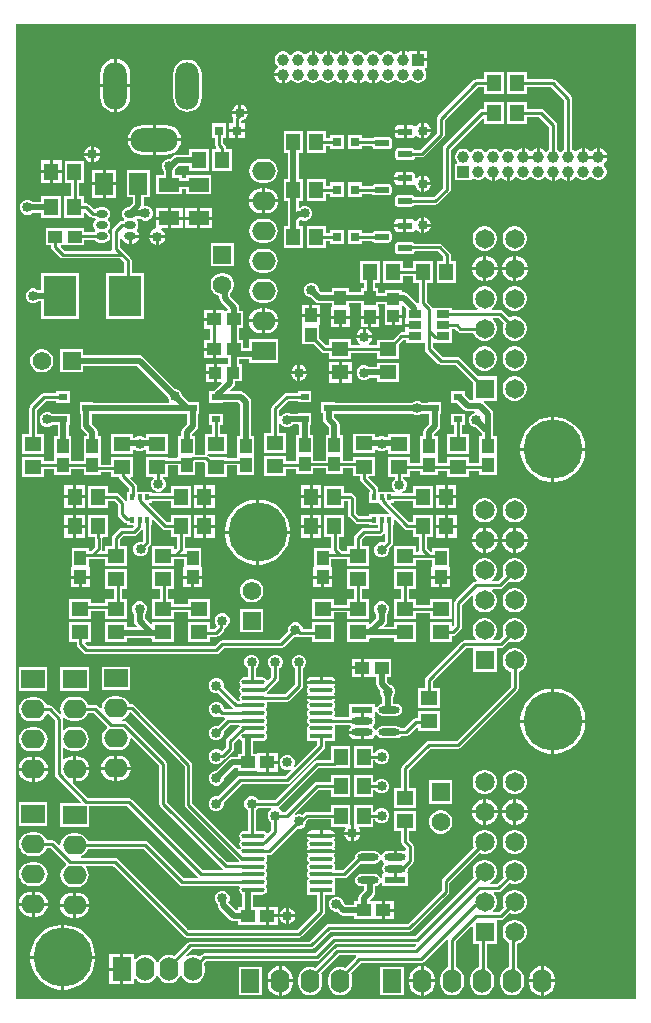
<source format=gbr>
%TF.GenerationSoftware,Altium Limited,Altium Designer,21.2.1 (34)*%
G04 Layer_Physical_Order=1*
G04 Layer_Color=255*
%FSLAX45Y45*%
%MOMM*%
%TF.SameCoordinates,53973CC1-9108-4EA7-9D5E-FD48CC852793*%
%TF.FilePolarity,Positive*%
%TF.FileFunction,Copper,L1,Top,Signal*%
%TF.Part,Single*%
G01*
G75*
%TA.AperFunction,SMDPad,CuDef*%
%ADD10O,1.00000X0.70000*%
G04:AMPARAMS|DCode=11|XSize=1.26mm|YSize=0.59mm|CornerRadius=0.07375mm|HoleSize=0mm|Usage=FLASHONLY|Rotation=180.000|XOffset=0mm|YOffset=0mm|HoleType=Round|Shape=RoundedRectangle|*
%AMROUNDEDRECTD11*
21,1,1.26000,0.44250,0,0,180.0*
21,1,1.11250,0.59000,0,0,180.0*
1,1,0.14750,-0.55625,0.22125*
1,1,0.14750,0.55625,0.22125*
1,1,0.14750,0.55625,-0.22125*
1,1,0.14750,-0.55625,-0.22125*
%
%ADD11ROUNDEDRECTD11*%
%ADD12R,0.40000X0.50000*%
%ADD13R,1.10000X0.65000*%
%ADD14R,2.80000X3.50000*%
%ADD15R,0.72400X0.55900*%
G04:AMPARAMS|DCode=16|XSize=1.95543mm|YSize=0.42077mm|CornerRadius=0.21038mm|HoleSize=0mm|Usage=FLASHONLY|Rotation=180.000|XOffset=0mm|YOffset=0mm|HoleType=Round|Shape=RoundedRectangle|*
%AMROUNDEDRECTD16*
21,1,1.95543,0.00000,0,0,180.0*
21,1,1.53467,0.42077,0,0,180.0*
1,1,0.42077,-0.76733,0.00000*
1,1,0.42077,0.76733,0.00000*
1,1,0.42077,0.76733,0.00000*
1,1,0.42077,-0.76733,0.00000*
%
%ADD16ROUNDEDRECTD16*%
%ADD17R,1.95543X0.42077*%
%ADD18R,0.80000X0.80000*%
%ADD19R,1.25814X1.46213*%
%ADD20R,1.46213X1.25814*%
%ADD21R,1.80524X0.61213*%
G04:AMPARAMS|DCode=22|XSize=1.80524mm|YSize=0.61213mm|CornerRadius=0.30606mm|HoleSize=0mm|Usage=FLASHONLY|Rotation=180.000|XOffset=0mm|YOffset=0mm|HoleType=Round|Shape=RoundedRectangle|*
%AMROUNDEDRECTD22*
21,1,1.80524,0.00000,0,0,180.0*
21,1,1.19311,0.61213,0,0,180.0*
1,1,0.61213,-0.59655,0.00000*
1,1,0.61213,0.59655,0.00000*
1,1,0.61213,0.59655,0.00000*
1,1,0.61213,-0.59655,0.00000*
%
%ADD22ROUNDEDRECTD22*%
%ADD23R,1.05822X1.20651*%
%ADD24R,1.20651X1.05822*%
%ADD25R,1.55550X1.85822*%
%ADD26R,1.77000X1.21000*%
%ADD27R,1.00000X1.05000*%
%ADD28R,1.05000X1.00000*%
%TA.AperFunction,ConnectorPad*%
%ADD29R,1.46213X1.25814*%
%TA.AperFunction,Conductor*%
%ADD30C,0.50800*%
%ADD31C,0.25400*%
%TA.AperFunction,ComponentPad*%
%ADD32C,0.98500*%
%ADD33R,0.98500X0.98500*%
%ADD34R,2.00000X1.60000*%
%ADD35O,2.00000X1.60000*%
%ADD36O,1.60000X2.00000*%
%ADD37R,1.60000X2.00000*%
%ADD38O,4.00000X2.00000*%
%ADD39O,2.00000X4.00000*%
%ADD40R,1.57000X1.57000*%
%ADD41C,1.57000*%
%ADD42R,1.65000X1.65000*%
%ADD43C,1.65000*%
%ADD44R,1.57000X1.57000*%
%TA.AperFunction,ViaPad*%
%ADD45C,5.00000*%
%ADD46C,0.85000*%
G36*
X5250000Y0D02*
X0D01*
Y8250000D01*
X5250000D01*
Y0D01*
D02*
G37*
%LPC*%
G36*
X3395299Y8024650D02*
X3333350D01*
Y8020520D01*
X3320650Y8013306D01*
X3309814Y8019563D01*
X3293699Y8023881D01*
Y7950000D01*
X3268299D01*
Y8023880D01*
X3252186Y8019563D01*
X3235164Y8009735D01*
X3221835Y7996406D01*
X3220217Y7995318D01*
X3206416Y7995518D01*
X3196520Y8005414D01*
X3180729Y8014531D01*
X3163117Y8019250D01*
X3144883D01*
X3127271Y8014531D01*
X3111480Y8005414D01*
X3098586Y7992520D01*
X3096850Y7989513D01*
X3084150D01*
X3082414Y7992520D01*
X3069520Y8005414D01*
X3053729Y8014531D01*
X3036117Y8019250D01*
X3017883D01*
X3000271Y8014531D01*
X2984480Y8005414D01*
X2971586Y7992520D01*
X2969850Y7989513D01*
X2957150D01*
X2955414Y7992520D01*
X2942520Y8005414D01*
X2926729Y8014531D01*
X2909117Y8019250D01*
X2890883D01*
X2873271Y8014531D01*
X2857480Y8005414D01*
X2847584Y7995518D01*
X2833784Y7995318D01*
X2832165Y7996406D01*
X2818836Y8009735D01*
X2801814Y8019563D01*
X2785699Y8023881D01*
Y7950000D01*
X2760299D01*
Y8023880D01*
X2744186Y8019563D01*
X2727164Y8009735D01*
X2717788Y8000359D01*
X2709500Y7997249D01*
X2701212Y8000359D01*
X2691836Y8009735D01*
X2674814Y8019563D01*
X2658699Y8023881D01*
Y7950000D01*
X2633299D01*
Y8023880D01*
X2617186Y8019563D01*
X2600164Y8009735D01*
X2590788Y8000359D01*
X2582500Y7997249D01*
X2574212Y8000359D01*
X2564836Y8009735D01*
X2547814Y8019563D01*
X2531699Y8023881D01*
Y7950000D01*
X2506299D01*
Y8023880D01*
X2490186Y8019563D01*
X2473164Y8009735D01*
X2459835Y7996406D01*
X2458217Y7995318D01*
X2444416Y7995518D01*
X2434520Y8005414D01*
X2418729Y8014531D01*
X2401117Y8019250D01*
X2382883D01*
X2365271Y8014531D01*
X2349480Y8005414D01*
X2336586Y7992520D01*
X2334850Y7989513D01*
X2322150D01*
X2320414Y7992520D01*
X2307520Y8005414D01*
X2291729Y8014531D01*
X2274117Y8019250D01*
X2255883D01*
X2238271Y8014531D01*
X2222480Y8005414D01*
X2209586Y7992520D01*
X2200469Y7976730D01*
X2195750Y7959117D01*
Y7940883D01*
X2200469Y7923271D01*
X2209586Y7907480D01*
X2219482Y7897584D01*
X2219683Y7883784D01*
X2218594Y7882165D01*
X2205265Y7868836D01*
X2195438Y7851814D01*
X2191120Y7835700D01*
X2264999D01*
Y7823000D01*
X2277699D01*
Y7749120D01*
X2293814Y7753438D01*
X2310836Y7763265D01*
X2324165Y7776594D01*
X2325784Y7777683D01*
X2339584Y7777483D01*
X2349480Y7767586D01*
X2365271Y7758469D01*
X2382883Y7753750D01*
X2401117D01*
X2418729Y7758469D01*
X2434520Y7767586D01*
X2447414Y7780480D01*
X2449150Y7783487D01*
X2461850D01*
X2463586Y7780480D01*
X2476480Y7767586D01*
X2492271Y7758469D01*
X2509883Y7753750D01*
X2528117D01*
X2545729Y7758469D01*
X2561520Y7767586D01*
X2574414Y7780480D01*
X2576150Y7783487D01*
X2588850D01*
X2590586Y7780480D01*
X2603480Y7767586D01*
X2619271Y7758469D01*
X2636883Y7753750D01*
X2655117D01*
X2672729Y7758469D01*
X2688520Y7767586D01*
X2698416Y7777483D01*
X2712217Y7777683D01*
X2713835Y7776594D01*
X2727164Y7763265D01*
X2744186Y7753438D01*
X2760299Y7749120D01*
Y7823000D01*
X2785699D01*
Y7749120D01*
X2801814Y7753438D01*
X2818836Y7763265D01*
X2828212Y7772641D01*
X2836500Y7775751D01*
X2844788Y7772641D01*
X2854164Y7763265D01*
X2871186Y7753438D01*
X2887299Y7749120D01*
Y7823000D01*
X2912699D01*
Y7749120D01*
X2928814Y7753438D01*
X2945836Y7763265D01*
X2955212Y7772641D01*
X2963500Y7775751D01*
X2971788Y7772641D01*
X2981164Y7763265D01*
X2998186Y7753438D01*
X3014299Y7749120D01*
Y7823000D01*
X3039699D01*
Y7749120D01*
X3055814Y7753438D01*
X3072836Y7763265D01*
X3086165Y7776594D01*
X3087784Y7777683D01*
X3101584Y7777483D01*
X3111480Y7767586D01*
X3127271Y7758469D01*
X3144883Y7753750D01*
X3163117D01*
X3180729Y7758469D01*
X3196520Y7767586D01*
X3209414Y7780480D01*
X3211150Y7783487D01*
X3223850D01*
X3225586Y7780480D01*
X3238480Y7767586D01*
X3254271Y7758469D01*
X3271883Y7753750D01*
X3290117D01*
X3307729Y7758469D01*
X3323520Y7767586D01*
X3336414Y7780480D01*
X3338150Y7783487D01*
X3350850D01*
X3352586Y7780480D01*
X3365480Y7767586D01*
X3381271Y7758469D01*
X3398883Y7753750D01*
X3417117D01*
X3434729Y7758469D01*
X3450520Y7767586D01*
X3463414Y7780480D01*
X3472531Y7796271D01*
X3477250Y7813883D01*
Y7832117D01*
X3472531Y7849730D01*
X3465071Y7862650D01*
X3469877Y7875350D01*
X3482650D01*
Y7937300D01*
X3407999D01*
Y7950000D01*
X3395299D01*
Y8024650D01*
D02*
G37*
G36*
X3482650D02*
X3420699D01*
Y7962700D01*
X3482650D01*
Y8024650D01*
D02*
G37*
G36*
X2252299Y7810300D02*
X2191120D01*
X2195438Y7794186D01*
X2205265Y7777164D01*
X2219164Y7763265D01*
X2236186Y7753438D01*
X2252299Y7749120D01*
Y7810300D01*
D02*
G37*
G36*
X857701Y7954810D02*
Y7742700D01*
X971482D01*
Y7830000D01*
X967172Y7862736D01*
X954537Y7893241D01*
X934437Y7919436D01*
X908241Y7939537D01*
X877736Y7952172D01*
X857701Y7954810D01*
D02*
G37*
G36*
X832301D02*
X812264Y7952172D01*
X781759Y7939537D01*
X755564Y7919436D01*
X735463Y7893241D01*
X722828Y7862736D01*
X718518Y7830000D01*
Y7742700D01*
X832301D01*
Y7954810D01*
D02*
G37*
G36*
X4135208Y7843106D02*
X3969394D01*
Y7783341D01*
X3900000D01*
X3887241Y7780803D01*
X3876425Y7773575D01*
X3576425Y7473575D01*
X3569197Y7462759D01*
X3566659Y7450000D01*
Y7328689D01*
X3426311Y7188340D01*
X3377713D01*
X3375361Y7191861D01*
X3366306Y7197911D01*
X3355625Y7200036D01*
X3244375D01*
X3233694Y7197911D01*
X3224639Y7191861D01*
X3218589Y7182806D01*
X3216464Y7172125D01*
Y7127875D01*
X3218589Y7117194D01*
X3224639Y7108139D01*
X3233694Y7102089D01*
X3244375Y7099964D01*
X3355625D01*
X3366306Y7102089D01*
X3375361Y7108139D01*
X3381411Y7117194D01*
X3382300Y7121659D01*
X3440121D01*
X3452880Y7124197D01*
X3463696Y7131425D01*
X3623575Y7291304D01*
X3630802Y7302120D01*
X3633340Y7314879D01*
Y7436190D01*
X3913810Y7716659D01*
X3969394D01*
Y7656893D01*
X4135208D01*
Y7843106D01*
D02*
G37*
G36*
X1912700Y7566892D02*
Y7512700D01*
X1966892D01*
X1963273Y7526208D01*
X1954334Y7541692D01*
X1941692Y7554334D01*
X1926208Y7563273D01*
X1912700Y7566892D01*
D02*
G37*
G36*
X1887300D02*
X1873792Y7563273D01*
X1858308Y7554334D01*
X1845666Y7541692D01*
X1836727Y7526208D01*
X1833108Y7512700D01*
X1887300D01*
Y7566892D01*
D02*
G37*
G36*
X1455000Y7951035D02*
X1423674Y7946911D01*
X1394482Y7934820D01*
X1369415Y7915585D01*
X1350180Y7890518D01*
X1338089Y7861326D01*
X1333965Y7830000D01*
Y7630000D01*
X1338089Y7598674D01*
X1350180Y7569482D01*
X1369415Y7544415D01*
X1394482Y7525180D01*
X1423674Y7513089D01*
X1455000Y7508965D01*
X1486326Y7513089D01*
X1515518Y7525180D01*
X1540585Y7544415D01*
X1559820Y7569482D01*
X1571912Y7598674D01*
X1576036Y7630000D01*
Y7830000D01*
X1571912Y7861326D01*
X1559820Y7890518D01*
X1540585Y7915585D01*
X1515518Y7934820D01*
X1486326Y7946911D01*
X1455000Y7951035D01*
D02*
G37*
G36*
X971482Y7717300D02*
X857701D01*
Y7505190D01*
X877736Y7507828D01*
X908241Y7520463D01*
X934437Y7540564D01*
X954537Y7566759D01*
X967172Y7597264D01*
X971482Y7630000D01*
Y7717300D01*
D02*
G37*
G36*
X832301D02*
X718518D01*
Y7630000D01*
X722828Y7597264D01*
X735463Y7566759D01*
X755564Y7540564D01*
X781759Y7520463D01*
X812264Y7507828D01*
X832301Y7505190D01*
Y7717300D01*
D02*
G37*
G36*
X4135208Y7593106D02*
X3969394D01*
Y7533341D01*
X3950000D01*
X3937241Y7530803D01*
X3926424Y7523575D01*
X3626425Y7223575D01*
X3619197Y7212759D01*
X3616660Y7200000D01*
Y6863810D01*
X3541190Y6788340D01*
X3377054D01*
X3371361Y6796861D01*
X3362306Y6802911D01*
X3351625Y6805036D01*
X3240375D01*
X3229694Y6802911D01*
X3220639Y6796861D01*
X3214589Y6787806D01*
X3212464Y6777125D01*
Y6732875D01*
X3214589Y6722194D01*
X3220639Y6713139D01*
X3229694Y6707089D01*
X3240375Y6704964D01*
X3351625D01*
X3362306Y6707089D01*
X3371361Y6713139D01*
X3377054Y6721659D01*
X3555000D01*
X3567759Y6724197D01*
X3578575Y6731425D01*
X3673575Y6826425D01*
X3680803Y6837241D01*
X3683341Y6850000D01*
Y7186190D01*
X3956694Y7459543D01*
X3969394Y7454283D01*
Y7406893D01*
X4135208D01*
Y7593106D01*
D02*
G37*
G36*
X3437300Y7416892D02*
X3423791Y7413273D01*
X3408308Y7404334D01*
X3395666Y7391692D01*
X3393300Y7387593D01*
X3380414Y7385906D01*
X3378042Y7386565D01*
X3368413Y7392998D01*
X3355625Y7395542D01*
X3312699D01*
Y7339999D01*
Y7284458D01*
X3355625D01*
X3368413Y7287002D01*
X3379254Y7294246D01*
X3384547Y7302167D01*
X3386642Y7303324D01*
X3394838Y7304784D01*
X3399354Y7304620D01*
X3408308Y7295666D01*
X3423791Y7286727D01*
X3437300Y7283108D01*
Y7350000D01*
Y7416892D01*
D02*
G37*
G36*
X3462700D02*
Y7362700D01*
X3516892D01*
X3513273Y7376209D01*
X3504334Y7391692D01*
X3491692Y7404334D01*
X3476208Y7413273D01*
X3462700Y7416892D01*
D02*
G37*
G36*
X1966892Y7487300D02*
X1833108D01*
X1836727Y7473792D01*
X1842603Y7463614D01*
X1841660Y7458872D01*
Y7415400D01*
X1809600D01*
Y7362700D01*
X1875000D01*
X1940400D01*
Y7415400D01*
X1908341D01*
Y7432100D01*
X1908939D01*
X1926208Y7436727D01*
X1941692Y7445666D01*
X1954334Y7458308D01*
X1963273Y7473792D01*
X1966892Y7487300D01*
D02*
G37*
G36*
X3287299Y7395542D02*
X3244375D01*
X3231587Y7392998D01*
X3220746Y7385754D01*
X3213502Y7374913D01*
X3210958Y7362125D01*
Y7352699D01*
X3287299D01*
Y7395542D01*
D02*
G37*
G36*
X1940400Y7337300D02*
X1887700D01*
Y7284600D01*
X1940400D01*
Y7337300D01*
D02*
G37*
G36*
X1862300D02*
X1809600D01*
Y7284600D01*
X1862300D01*
Y7337300D01*
D02*
G37*
G36*
X3287299Y7327299D02*
X3210958D01*
Y7317875D01*
X3213502Y7305087D01*
X3220746Y7294246D01*
X3231587Y7287002D01*
X3244375Y7284458D01*
X3287299D01*
Y7327299D01*
D02*
G37*
G36*
X3516892Y7337300D02*
X3462700D01*
Y7283108D01*
X3476208Y7286727D01*
X3491692Y7295666D01*
X3504334Y7308308D01*
X3513273Y7323792D01*
X3516892Y7337300D01*
D02*
G37*
G36*
X1275000Y7396482D02*
X1187700D01*
Y7282700D01*
X1399810D01*
X1397172Y7302736D01*
X1384537Y7333241D01*
X1364436Y7359436D01*
X1338241Y7379537D01*
X1307736Y7392172D01*
X1275000Y7396482D01*
D02*
G37*
G36*
X1162300D02*
X1075000D01*
X1042264Y7392172D01*
X1011759Y7379537D01*
X985564Y7359436D01*
X965464Y7333241D01*
X952828Y7302736D01*
X950190Y7282700D01*
X1162300D01*
Y7396482D01*
D02*
G37*
G36*
X2935000Y7310000D02*
X2815000D01*
Y7190000D01*
X2935000D01*
Y7216659D01*
X3021700D01*
X3022589Y7212194D01*
X3028639Y7203139D01*
X3037694Y7197089D01*
X3048375Y7194964D01*
X3159625D01*
X3170306Y7197089D01*
X3179361Y7203139D01*
X3185411Y7212194D01*
X3187536Y7222875D01*
Y7267125D01*
X3185411Y7277806D01*
X3179361Y7286861D01*
X3170306Y7292911D01*
X3159625Y7295036D01*
X3048375D01*
X3037694Y7292911D01*
X3028639Y7286861D01*
X3026287Y7283341D01*
X2935000D01*
Y7310000D01*
D02*
G37*
G36*
X2630606Y7343106D02*
X2464792D01*
Y7156893D01*
X2630606D01*
Y7216659D01*
X2665000D01*
Y7190000D01*
X2785000D01*
Y7310000D01*
X2665000D01*
Y7283341D01*
X2630606D01*
Y7343106D01*
D02*
G37*
G36*
X4330606Y7843106D02*
X4164793D01*
Y7656893D01*
X4330606D01*
Y7716659D01*
X4536190D01*
X4647659Y7605190D01*
Y7187714D01*
X4638480Y7182414D01*
X4625586Y7169520D01*
X4623850Y7166513D01*
X4611150D01*
X4609414Y7169520D01*
X4596520Y7182414D01*
X4587341Y7187714D01*
Y7396000D01*
X4584803Y7408759D01*
X4577575Y7419575D01*
X4473576Y7523575D01*
X4462759Y7530803D01*
X4450000Y7533341D01*
X4330606D01*
Y7593106D01*
X4164793D01*
Y7406893D01*
X4330606D01*
Y7466659D01*
X4436190D01*
X4520659Y7382190D01*
Y7187714D01*
X4511480Y7182414D01*
X4501584Y7172518D01*
X4487784Y7172317D01*
X4486165Y7173406D01*
X4472836Y7186735D01*
X4455814Y7196562D01*
X4439700Y7200880D01*
Y7127000D01*
X4414300D01*
Y7200880D01*
X4398186Y7196562D01*
X4381164Y7186735D01*
X4371788Y7177359D01*
X4363500Y7174249D01*
X4355212Y7177359D01*
X4345836Y7186735D01*
X4328814Y7196562D01*
X4312700Y7200880D01*
Y7127000D01*
X4287300D01*
Y7200880D01*
X4271186Y7196562D01*
X4254164Y7186735D01*
X4240835Y7173406D01*
X4239217Y7172317D01*
X4225416Y7172518D01*
X4215520Y7182414D01*
X4199729Y7191531D01*
X4182117Y7196250D01*
X4163883D01*
X4146271Y7191531D01*
X4130480Y7182414D01*
X4117586Y7169520D01*
X4115850Y7166513D01*
X4103150D01*
X4101414Y7169520D01*
X4088520Y7182414D01*
X4072729Y7191531D01*
X4055117Y7196250D01*
X4036883D01*
X4019271Y7191531D01*
X4003480Y7182414D01*
X3990586Y7169520D01*
X3988850Y7166513D01*
X3976150D01*
X3974414Y7169520D01*
X3961520Y7182414D01*
X3945729Y7191531D01*
X3928117Y7196250D01*
X3909883D01*
X3892271Y7191531D01*
X3876480Y7182414D01*
X3863586Y7169520D01*
X3861850Y7166513D01*
X3849150D01*
X3847414Y7169520D01*
X3834520Y7182414D01*
X3818729Y7191531D01*
X3801117Y7196250D01*
X3782883D01*
X3765271Y7191531D01*
X3749480Y7182414D01*
X3736586Y7169520D01*
X3727469Y7153729D01*
X3722750Y7136117D01*
Y7117883D01*
X3727469Y7100271D01*
X3736586Y7084480D01*
X3739116Y7081950D01*
X3733856Y7069250D01*
X3722750D01*
Y6930750D01*
X3861250D01*
Y6941856D01*
X3873950Y6947116D01*
X3876480Y6944586D01*
X3892271Y6935469D01*
X3909883Y6930750D01*
X3928117D01*
X3945729Y6935469D01*
X3961520Y6944586D01*
X3971416Y6954482D01*
X3985217Y6954683D01*
X3986835Y6953594D01*
X4000164Y6940265D01*
X4017186Y6930437D01*
X4033300Y6926120D01*
Y7000000D01*
X4058700D01*
Y6926120D01*
X4074814Y6930437D01*
X4091836Y6940265D01*
X4101212Y6949641D01*
X4109500Y6952751D01*
X4117788Y6949641D01*
X4127164Y6940265D01*
X4144186Y6930437D01*
X4160300Y6926120D01*
Y7000000D01*
X4185700D01*
Y6926120D01*
X4201814Y6930437D01*
X4218836Y6940265D01*
X4232165Y6953594D01*
X4233784Y6954683D01*
X4247584Y6954482D01*
X4257480Y6944586D01*
X4273271Y6935469D01*
X4290883Y6930750D01*
X4309117D01*
X4326729Y6935469D01*
X4342520Y6944586D01*
X4355414Y6957480D01*
X4357150Y6960487D01*
X4369850D01*
X4371586Y6957480D01*
X4384480Y6944586D01*
X4400271Y6935469D01*
X4417883Y6930750D01*
X4436117D01*
X4453729Y6935469D01*
X4469520Y6944586D01*
X4479416Y6954482D01*
X4493217Y6954683D01*
X4494835Y6953594D01*
X4508164Y6940265D01*
X4525186Y6930437D01*
X4541300Y6926120D01*
Y7000000D01*
X4566700D01*
Y6926120D01*
X4582814Y6930437D01*
X4599836Y6940265D01*
X4609212Y6949641D01*
X4617500Y6952751D01*
X4625788Y6949641D01*
X4635164Y6940265D01*
X4652186Y6930437D01*
X4668300Y6926120D01*
Y7000000D01*
X4693700D01*
Y6926120D01*
X4709814Y6930437D01*
X4726836Y6940265D01*
X4740165Y6953594D01*
X4741784Y6954683D01*
X4755584Y6954482D01*
X4765480Y6944586D01*
X4781271Y6935469D01*
X4798883Y6930750D01*
X4817117D01*
X4834729Y6935469D01*
X4850520Y6944586D01*
X4863414Y6957480D01*
X4865150Y6960487D01*
X4877850D01*
X4879586Y6957480D01*
X4892480Y6944586D01*
X4908271Y6935469D01*
X4925883Y6930750D01*
X4944117D01*
X4961729Y6935469D01*
X4977520Y6944586D01*
X4990414Y6957480D01*
X4999531Y6973271D01*
X5004250Y6990883D01*
Y7009117D01*
X4999531Y7026729D01*
X4990414Y7042520D01*
X4980518Y7052416D01*
X4980317Y7066217D01*
X4981406Y7067835D01*
X4994735Y7081164D01*
X5004563Y7098186D01*
X5008880Y7114300D01*
X4935000D01*
Y7127000D01*
X4922300D01*
Y7200880D01*
X4906186Y7196562D01*
X4889164Y7186735D01*
X4879788Y7177359D01*
X4871500Y7174249D01*
X4863212Y7177359D01*
X4853836Y7186735D01*
X4836814Y7196562D01*
X4820700Y7200880D01*
Y7127000D01*
X4795300D01*
Y7200880D01*
X4779186Y7196562D01*
X4762164Y7186735D01*
X4748835Y7173406D01*
X4747217Y7172317D01*
X4733416Y7172518D01*
X4723520Y7182414D01*
X4714341Y7187714D01*
Y7619000D01*
X4711803Y7631759D01*
X4704575Y7642575D01*
X4573575Y7773575D01*
X4562759Y7780803D01*
X4550000Y7783341D01*
X4330606D01*
Y7843106D01*
D02*
G37*
G36*
X662700Y7216893D02*
Y7162700D01*
X716892D01*
X713273Y7176209D01*
X704333Y7191692D01*
X691691Y7204334D01*
X676208Y7213273D01*
X662700Y7216893D01*
D02*
G37*
G36*
X637300D02*
X623791Y7213273D01*
X608308Y7204334D01*
X595666Y7191692D01*
X586727Y7176209D01*
X583107Y7162700D01*
X637300D01*
Y7216893D01*
D02*
G37*
G36*
X1637708Y7193107D02*
X1471894D01*
Y7146289D01*
X1363987D01*
X1363986Y7146290D01*
X1346271Y7142766D01*
X1331254Y7132732D01*
X1311022Y7112500D01*
X1287568D01*
X1264596Y7102985D01*
X1247015Y7085404D01*
X1237500Y7062432D01*
Y7037568D01*
X1247015Y7014597D01*
X1253710Y7007901D01*
Y6973300D01*
X1191500D01*
Y6812300D01*
X1408500D01*
Y6853710D01*
X1441500D01*
Y6812300D01*
X1658500D01*
Y6973300D01*
X1441500D01*
Y6946289D01*
X1408500D01*
Y6973300D01*
X1346289D01*
Y7007901D01*
X1352985Y7014597D01*
X1359306Y7029857D01*
X1383160Y7053711D01*
X1471894D01*
Y7006894D01*
X1637708D01*
Y7193107D01*
D02*
G37*
G36*
X1399810Y7257300D02*
X1187700D01*
Y7143518D01*
X1275000D01*
X1307736Y7147828D01*
X1338241Y7160463D01*
X1364436Y7180563D01*
X1384537Y7206759D01*
X1397172Y7237264D01*
X1399810Y7257300D01*
D02*
G37*
G36*
X1162300D02*
X950190D01*
X952828Y7237264D01*
X965464Y7206759D01*
X985564Y7180563D01*
X1011759Y7160463D01*
X1042264Y7147828D01*
X1075000Y7143518D01*
X1162300D01*
Y7257300D01*
D02*
G37*
G36*
X4947700Y7200880D02*
Y7139700D01*
X5008880D01*
X5004563Y7155814D01*
X4994735Y7172836D01*
X4980836Y7186735D01*
X4963814Y7196562D01*
X4947700Y7200880D01*
D02*
G37*
G36*
X716892Y7137300D02*
X662700D01*
Y7083108D01*
X676208Y7086727D01*
X691691Y7095667D01*
X704333Y7108309D01*
X713273Y7123792D01*
X716892Y7137300D01*
D02*
G37*
G36*
X637300D02*
X583107D01*
X586727Y7123792D01*
X595666Y7108309D01*
X608308Y7095667D01*
X623791Y7086727D01*
X637300Y7083108D01*
Y7137300D01*
D02*
G37*
G36*
X390608Y7098507D02*
X315001D01*
Y7012700D01*
X390608D01*
Y7098507D01*
D02*
G37*
G36*
X289601D02*
X213994D01*
Y7012700D01*
X289601D01*
Y7098507D01*
D02*
G37*
G36*
X1785000Y7410000D02*
X1665000D01*
Y7290000D01*
X1691659D01*
Y7225000D01*
X1694197Y7212241D01*
X1698497Y7205807D01*
X1692755Y7193107D01*
X1667293D01*
Y7006894D01*
X1833106D01*
Y7193107D01*
X1783341D01*
Y7200000D01*
X1780803Y7212759D01*
X1773575Y7223576D01*
X1758340Y7238810D01*
Y7290000D01*
X1785000D01*
Y7410000D01*
D02*
G37*
G36*
X3283300Y7000542D02*
X3240375D01*
X3227587Y6997998D01*
X3216746Y6990754D01*
X3209502Y6979913D01*
X3206958Y6967125D01*
Y6957700D01*
X3283300D01*
Y7000542D01*
D02*
G37*
G36*
X853175Y7018311D02*
X762700D01*
Y6912700D01*
X853175D01*
Y7018311D01*
D02*
G37*
G36*
X737300D02*
X646825D01*
Y6912700D01*
X737300D01*
Y7018311D01*
D02*
G37*
G36*
X3462700Y6966892D02*
Y6912700D01*
X3516892D01*
X3513273Y6926208D01*
X3504334Y6941691D01*
X3491692Y6954334D01*
X3476208Y6963273D01*
X3462700Y6966892D01*
D02*
G37*
G36*
X2120000Y7108863D02*
X2079999D01*
X2053894Y7105426D01*
X2029568Y7095350D01*
X2008679Y7079321D01*
X1992650Y7058431D01*
X1982574Y7034105D01*
X1979137Y7008000D01*
X1982574Y6981895D01*
X1992650Y6957569D01*
X2008679Y6936679D01*
X2029568Y6920650D01*
X2053894Y6910574D01*
X2079999Y6907137D01*
X2120000D01*
X2146105Y6910574D01*
X2170431Y6920650D01*
X2191320Y6936679D01*
X2207349Y6957569D01*
X2217426Y6981895D01*
X2220862Y7008000D01*
X2217426Y7034105D01*
X2207349Y7058431D01*
X2191320Y7079321D01*
X2170431Y7095350D01*
X2146105Y7105426D01*
X2120000Y7108863D01*
D02*
G37*
G36*
X390608Y6987300D02*
X315001D01*
Y6901493D01*
X390608D01*
Y6987300D01*
D02*
G37*
G36*
X289601D02*
X213994D01*
Y6901493D01*
X289601D01*
Y6987300D01*
D02*
G37*
G36*
X3283300Y6932300D02*
X3206958D01*
Y6922875D01*
X3209502Y6910087D01*
X3216746Y6899246D01*
X3227587Y6892002D01*
X3240375Y6889458D01*
X3283300D01*
Y6932300D01*
D02*
G37*
G36*
X3516892Y6887300D02*
X3462700D01*
Y6833107D01*
X3476208Y6836727D01*
X3491692Y6845666D01*
X3504334Y6858308D01*
X3513273Y6873791D01*
X3516892Y6887300D01*
D02*
G37*
G36*
X3351625Y7000542D02*
X3308700D01*
Y6945000D01*
X3296000D01*
D01*
X3308700D01*
Y6889458D01*
X3351625D01*
X3364413Y6892002D01*
X3369400Y6895334D01*
X3376486Y6892949D01*
X3382614Y6889141D01*
X3386727Y6873791D01*
X3395666Y6858308D01*
X3408308Y6845666D01*
X3423791Y6836727D01*
X3437300Y6833107D01*
Y6900000D01*
Y6966892D01*
X3423791Y6963273D01*
X3408308Y6954334D01*
X3397742Y6943767D01*
X3389174Y6945748D01*
X3385042Y6948329D01*
Y6967125D01*
X3382498Y6979913D01*
X3375254Y6990754D01*
X3364413Y6997998D01*
X3351625Y7000542D01*
D02*
G37*
G36*
X2935000Y6910000D02*
X2815000D01*
Y6790000D01*
X2935000D01*
Y6816659D01*
X3018946D01*
X3024639Y6808139D01*
X3033694Y6802089D01*
X3044375Y6799964D01*
X3155625D01*
X3166306Y6802089D01*
X3175361Y6808139D01*
X3181411Y6817194D01*
X3183536Y6827875D01*
Y6872125D01*
X3181411Y6882806D01*
X3175361Y6891861D01*
X3166306Y6897911D01*
X3155625Y6900036D01*
X3044375D01*
X3033694Y6897911D01*
X3024639Y6891861D01*
X3018946Y6883341D01*
X2935000D01*
Y6910000D01*
D02*
G37*
G36*
X2630606Y6943107D02*
X2464792D01*
Y6756894D01*
X2630606D01*
Y6816659D01*
X2665000D01*
Y6790000D01*
X2785000D01*
Y6910000D01*
X2665000D01*
Y6883341D01*
X2630606D01*
Y6943107D01*
D02*
G37*
G36*
X853175Y6887300D02*
X762700D01*
Y6781689D01*
X853175D01*
Y6887300D01*
D02*
G37*
G36*
X737300D02*
X646825D01*
Y6781689D01*
X737300D01*
Y6887300D01*
D02*
G37*
G36*
X2120000Y6860309D02*
X2112699D01*
Y6766700D01*
X2224637D01*
X2222687Y6781515D01*
X2212066Y6807155D01*
X2195172Y6829172D01*
X2173155Y6846067D01*
X2147515Y6856687D01*
X2120000Y6860309D01*
D02*
G37*
G36*
X2087299D02*
X2079999D01*
X2052485Y6856687D01*
X2026845Y6846067D01*
X2004827Y6829172D01*
X1987933Y6807155D01*
X1977312Y6781515D01*
X1975362Y6766700D01*
X2087299D01*
Y6860309D01*
D02*
G37*
G36*
X382907Y6793107D02*
X217093D01*
Y6746290D01*
X142099D01*
X135403Y6752985D01*
X112432Y6762500D01*
X87568D01*
X64596Y6752985D01*
X47015Y6735404D01*
X37500Y6712432D01*
Y6687568D01*
X47015Y6664597D01*
X64596Y6647015D01*
X87568Y6637500D01*
X112432D01*
X135403Y6647015D01*
X142099Y6653711D01*
X217093D01*
Y6606894D01*
X382907D01*
Y6793107D01*
D02*
G37*
G36*
X2224637Y6741300D02*
X2112699D01*
Y6647691D01*
X2120000D01*
X2147515Y6651313D01*
X2173155Y6661933D01*
X2195172Y6678828D01*
X2212066Y6700845D01*
X2222687Y6726485D01*
X2224637Y6741300D01*
D02*
G37*
G36*
X2087299D02*
X1975362D01*
X1977312Y6726485D01*
X1987933Y6700845D01*
X2004827Y6678828D01*
X2026845Y6661933D01*
X2052485Y6651313D01*
X2079999Y6647691D01*
X2087299D01*
Y6741300D01*
D02*
G37*
G36*
X1663900Y6693100D02*
X1562699D01*
Y6619900D01*
X1663900D01*
Y6693100D01*
D02*
G37*
G36*
X1413900D02*
X1312699D01*
Y6619900D01*
X1413900D01*
Y6693100D01*
D02*
G37*
G36*
X1537299D02*
X1436100D01*
Y6619900D01*
X1537299D01*
Y6693100D01*
D02*
G37*
G36*
X1287299D02*
X1186100D01*
Y6619900D01*
X1287299D01*
Y6693100D01*
D02*
G37*
G36*
X2435207Y7343106D02*
X2269394D01*
Y7156893D01*
X2303711D01*
Y6943107D01*
X2269394D01*
Y6756894D01*
X2303711D01*
Y6600001D01*
X2303710Y6600000D01*
X2303711Y6599999D01*
Y6543107D01*
X2269394D01*
Y6356894D01*
X2435207D01*
Y6543107D01*
X2396290D01*
Y6580826D01*
X2404953Y6589490D01*
X2414597Y6597015D01*
X2437568Y6587500D01*
X2462432D01*
X2485403Y6597015D01*
X2502985Y6614596D01*
X2512500Y6637568D01*
Y6662432D01*
X2502985Y6685403D01*
X2485403Y6702985D01*
X2462432Y6712500D01*
X2437568D01*
X2414596Y6702985D01*
X2408990Y6697378D01*
X2396290Y6702639D01*
Y6756894D01*
X2435207D01*
Y6943107D01*
X2396290D01*
Y7156893D01*
X2435207D01*
Y7343106D01*
D02*
G37*
G36*
X580606Y7093106D02*
X414792D01*
Y6906893D01*
X466659D01*
Y6793107D01*
X412492D01*
Y6606894D01*
X578305D01*
Y6656584D01*
X591005Y6661844D01*
X631425Y6621424D01*
X642242Y6614197D01*
X655000Y6611659D01*
X671129D01*
X675347Y6605347D01*
X677588Y6603850D01*
Y6591150D01*
X675347Y6589653D01*
X663191Y6571460D01*
X658922Y6550000D01*
X663191Y6528540D01*
X675347Y6510347D01*
X675462Y6510271D01*
X676413Y6497121D01*
X668123Y6488341D01*
X580325D01*
Y6522911D01*
X427854D01*
X419675Y6522912D01*
X406975Y6522911D01*
X254503D01*
Y6377089D01*
X301488D01*
Y6365175D01*
X304026Y6352416D01*
X311253Y6341599D01*
X376428Y6276425D01*
X387244Y6269198D01*
X400003Y6266660D01*
X886190D01*
X916659Y6236190D01*
Y6145000D01*
X765000D01*
Y5755000D01*
X1085000D01*
Y6145000D01*
X983340D01*
Y6250000D01*
X980802Y6262759D01*
X973575Y6273575D01*
X923576Y6323575D01*
X923575Y6323576D01*
X883340Y6363810D01*
Y6440558D01*
X896040Y6441809D01*
X898104Y6431433D01*
X911454Y6411454D01*
X931433Y6398105D01*
X955000Y6393417D01*
X957299D01*
Y6455001D01*
X969999D01*
Y6467701D01*
X1044057D01*
X1041895Y6478567D01*
X1028546Y6498546D01*
X1028328Y6498692D01*
X1027458Y6514547D01*
X1036808Y6528540D01*
X1041077Y6550000D01*
X1036808Y6571460D01*
X1025416Y6588510D01*
X1026732Y6593973D01*
X1030215Y6601210D01*
X1060401D01*
X1064597Y6597015D01*
X1087568Y6587500D01*
X1112432D01*
X1135404Y6597015D01*
X1152985Y6614596D01*
X1162500Y6637568D01*
Y6662432D01*
X1152985Y6685403D01*
X1135404Y6702985D01*
X1112432Y6712500D01*
X1098959D01*
X1087345Y6715097D01*
X1086561Y6724233D01*
Y6787089D01*
X1138047D01*
Y7012911D01*
X942497D01*
Y6787089D01*
X993983D01*
Y6734446D01*
X960802Y6701265D01*
X960676Y6701077D01*
X955000D01*
X933540Y6696809D01*
X915347Y6684653D01*
X903191Y6666460D01*
X898923Y6645000D01*
X903191Y6623540D01*
X915347Y6605347D01*
X915461Y6605271D01*
X916412Y6592121D01*
X908122Y6583341D01*
X900000D01*
X887241Y6580803D01*
X876424Y6573575D01*
X826425Y6523575D01*
X819197Y6512759D01*
X816659Y6500000D01*
Y6350000D01*
X817447Y6346041D01*
X807692Y6333341D01*
X413813D01*
X381798Y6365356D01*
X386658Y6377089D01*
X415154Y6377089D01*
X427854Y6377089D01*
X580325D01*
Y6421659D01*
X671129D01*
X675347Y6415347D01*
X693540Y6403191D01*
X715000Y6398923D01*
X745000D01*
X766460Y6403191D01*
X784652Y6415347D01*
X796808Y6433540D01*
X801077Y6455000D01*
X796808Y6476460D01*
X784652Y6494653D01*
X782412Y6496150D01*
Y6508850D01*
X784652Y6510347D01*
X796808Y6528540D01*
X801077Y6550000D01*
X796808Y6571460D01*
X784652Y6589653D01*
X782412Y6591150D01*
Y6603850D01*
X784652Y6605347D01*
X796808Y6623540D01*
X801077Y6645000D01*
X796808Y6666460D01*
X784652Y6684653D01*
X766460Y6696809D01*
X745000Y6701077D01*
X715000D01*
X693540Y6696809D01*
X675347Y6684653D01*
X661044Y6686107D01*
X623575Y6723576D01*
X612759Y6730803D01*
X600000Y6733341D01*
X578305D01*
Y6793107D01*
X533341D01*
Y6906893D01*
X580606D01*
Y7093106D01*
D02*
G37*
G36*
X3437300Y6616893D02*
X3423791Y6613273D01*
X3408308Y6604334D01*
X3395666Y6591692D01*
X3392994Y6587064D01*
X3378047Y6586575D01*
X3375254Y6590754D01*
X3364413Y6597998D01*
X3351625Y6600542D01*
X3308700D01*
Y6545000D01*
Y6489458D01*
X3351625D01*
X3364413Y6492002D01*
X3375254Y6499246D01*
X3381144Y6508061D01*
X3389676Y6509501D01*
X3395240Y6509047D01*
X3395666Y6508309D01*
X3408308Y6495666D01*
X3423791Y6486727D01*
X3437300Y6483108D01*
Y6550000D01*
Y6616893D01*
D02*
G37*
G36*
X3462700D02*
Y6562700D01*
X3516892D01*
X3513273Y6576209D01*
X3504334Y6591692D01*
X3491692Y6604334D01*
X3476208Y6613273D01*
X3462700Y6616893D01*
D02*
G37*
G36*
X3283300Y6600542D02*
X3240375D01*
X3227587Y6597998D01*
X3216746Y6590754D01*
X3209502Y6579913D01*
X3206958Y6567125D01*
Y6557700D01*
X3283300D01*
Y6600542D01*
D02*
G37*
G36*
X1663900Y6594500D02*
X1562699D01*
Y6521300D01*
X1663900D01*
Y6594500D01*
D02*
G37*
G36*
X1537299D02*
X1436100D01*
Y6521300D01*
X1537299D01*
Y6594500D01*
D02*
G37*
G36*
X1413900D02*
X1312699D01*
Y6521300D01*
X1413900D01*
Y6594500D01*
D02*
G37*
G36*
X3283300Y6532300D02*
X3206958D01*
Y6522875D01*
X3209502Y6510087D01*
X3216746Y6499246D01*
X3227587Y6492002D01*
X3240375Y6489458D01*
X3283300D01*
Y6532300D01*
D02*
G37*
G36*
X3516892Y6537300D02*
X3462700D01*
Y6483108D01*
X3476208Y6486727D01*
X3491692Y6495666D01*
X3504334Y6508309D01*
X3513273Y6523792D01*
X3516892Y6537300D01*
D02*
G37*
G36*
X1287299Y6594500D02*
X1186100D01*
Y6529719D01*
X1186100Y6521300D01*
X1176432Y6513980D01*
X1173791Y6513273D01*
X1158308Y6504334D01*
X1145666Y6491692D01*
X1136727Y6476209D01*
X1133107Y6462700D01*
X1266892D01*
X1263273Y6476209D01*
X1254334Y6491692D01*
X1241691Y6504334D01*
X1234302Y6508600D01*
X1237705Y6521300D01*
X1287299D01*
Y6594500D01*
D02*
G37*
G36*
X2935000Y6510000D02*
X2815000D01*
Y6390000D01*
X2935000D01*
Y6416660D01*
X3018946D01*
X3024639Y6408139D01*
X3033694Y6402089D01*
X3044375Y6399964D01*
X3155625D01*
X3166306Y6402089D01*
X3175361Y6408139D01*
X3181411Y6417194D01*
X3183536Y6427875D01*
Y6472125D01*
X3181411Y6482806D01*
X3175361Y6491861D01*
X3166306Y6497911D01*
X3155625Y6500036D01*
X3044375D01*
X3033694Y6497911D01*
X3024639Y6491861D01*
X3018946Y6483341D01*
X2935000D01*
Y6510000D01*
D02*
G37*
G36*
X2120000Y6600863D02*
X2079999D01*
X2053894Y6597426D01*
X2029568Y6587350D01*
X2008679Y6571321D01*
X1992650Y6550431D01*
X1982574Y6526105D01*
X1979137Y6500000D01*
X1982574Y6473895D01*
X1992650Y6449569D01*
X2008679Y6428679D01*
X2029568Y6412650D01*
X2053894Y6402574D01*
X2079999Y6399137D01*
X2120000D01*
X2146105Y6402574D01*
X2170431Y6412650D01*
X2191320Y6428679D01*
X2207349Y6449569D01*
X2217426Y6473895D01*
X2220862Y6500000D01*
X2217426Y6526105D01*
X2207349Y6550431D01*
X2191320Y6571321D01*
X2170431Y6587350D01*
X2146105Y6597426D01*
X2120000Y6600863D01*
D02*
G37*
G36*
X1044057Y6442301D02*
X982699D01*
Y6393417D01*
X985000D01*
X1008567Y6398105D01*
X1028546Y6411454D01*
X1041895Y6431433D01*
X1044057Y6442301D01*
D02*
G37*
G36*
X2630606Y6543107D02*
X2464792D01*
Y6356894D01*
X2630606D01*
Y6416660D01*
X2665000D01*
Y6390000D01*
X2785000D01*
Y6510000D01*
X2665000D01*
Y6483341D01*
X2630606D01*
Y6543107D01*
D02*
G37*
G36*
X1266892Y6437300D02*
X1212700D01*
Y6383108D01*
X1226208Y6386727D01*
X1241691Y6395666D01*
X1254334Y6408308D01*
X1263273Y6423792D01*
X1266892Y6437300D01*
D02*
G37*
G36*
X1187300D02*
X1133107D01*
X1136727Y6423792D01*
X1145666Y6408308D01*
X1158308Y6395666D01*
X1173791Y6386727D01*
X1187300Y6383108D01*
Y6437300D01*
D02*
G37*
G36*
X4240494Y6537500D02*
X4213506D01*
X4187436Y6530515D01*
X4164064Y6517020D01*
X4144980Y6497936D01*
X4131485Y6474564D01*
X4124500Y6448494D01*
Y6421506D01*
X4131485Y6395437D01*
X4144980Y6372064D01*
X4164064Y6352980D01*
X4187436Y6339485D01*
X4213506Y6332500D01*
X4240494D01*
X4266563Y6339485D01*
X4289936Y6352980D01*
X4309020Y6372064D01*
X4322515Y6395437D01*
X4329500Y6421506D01*
Y6448494D01*
X4322515Y6474564D01*
X4309020Y6497936D01*
X4289936Y6517020D01*
X4266563Y6530515D01*
X4240494Y6537500D01*
D02*
G37*
G36*
X3986494D02*
X3959506D01*
X3933436Y6530515D01*
X3910064Y6517020D01*
X3890980Y6497936D01*
X3877485Y6474564D01*
X3870500Y6448494D01*
Y6421506D01*
X3877485Y6395437D01*
X3890980Y6372064D01*
X3910064Y6352980D01*
X3933436Y6339485D01*
X3959506Y6332500D01*
X3986494D01*
X4012563Y6339485D01*
X4035936Y6352980D01*
X4055020Y6372064D01*
X4068515Y6395437D01*
X4075500Y6421506D01*
Y6448494D01*
X4068515Y6474564D01*
X4055020Y6497936D01*
X4035936Y6517020D01*
X4012563Y6530515D01*
X3986494Y6537500D01*
D02*
G37*
G36*
X1848500Y6398500D02*
X1651500D01*
Y6201500D01*
X1848500D01*
Y6398500D01*
D02*
G37*
G36*
X4241205Y6288900D02*
X4239700D01*
Y6193699D01*
X4334900D01*
Y6195205D01*
X4327547Y6222648D01*
X4313341Y6247252D01*
X4293252Y6267342D01*
X4268648Y6281547D01*
X4241205Y6288900D01*
D02*
G37*
G36*
X3987205D02*
X3985700D01*
Y6193699D01*
X4080900D01*
Y6195205D01*
X4073547Y6222648D01*
X4059341Y6247252D01*
X4039252Y6267342D01*
X4014648Y6281547D01*
X3987205Y6288900D01*
D02*
G37*
G36*
X4214300D02*
X4212795D01*
X4185352Y6281547D01*
X4160748Y6267342D01*
X4140658Y6247252D01*
X4126453Y6222648D01*
X4119100Y6195205D01*
Y6193699D01*
X4214300D01*
Y6288900D01*
D02*
G37*
G36*
X3960300D02*
X3958795D01*
X3931352Y6281547D01*
X3906748Y6267342D01*
X3886658Y6247252D01*
X3872453Y6222648D01*
X3865100Y6195205D01*
Y6193699D01*
X3960300D01*
Y6288900D01*
D02*
G37*
G36*
X3535208Y6243106D02*
X3369394D01*
Y6183340D01*
X3278306D01*
Y6243106D01*
X3112492D01*
Y6056893D01*
X3278306D01*
Y6116659D01*
X3369394D01*
Y6056893D01*
X3414160D01*
Y5889181D01*
X3411832Y5887076D01*
X3406767Y5884529D01*
X3402087Y5883839D01*
X3320063Y5965863D01*
X3305046Y5975898D01*
X3287331Y5979421D01*
X3287330Y5979421D01*
X3270000D01*
Y6000000D01*
X3130000D01*
Y5973790D01*
X3072911D01*
Y6015411D01*
X3046290D01*
Y6056893D01*
X3082907D01*
Y6243106D01*
X2917093D01*
Y6056893D01*
X2953711D01*
Y6015411D01*
X2927089D01*
Y5981376D01*
X2822911D01*
Y6015411D01*
X2677089D01*
Y5981376D01*
X2588716D01*
X2567127Y6002965D01*
Y6012432D01*
X2557612Y6035403D01*
X2540031Y6052985D01*
X2517059Y6062500D01*
X2492195D01*
X2469224Y6052985D01*
X2451643Y6035403D01*
X2442127Y6012432D01*
Y5987568D01*
X2451643Y5964596D01*
X2469224Y5947015D01*
X2492195Y5937500D01*
X2501665D01*
X2536810Y5902355D01*
X2536811Y5902354D01*
X2551828Y5892320D01*
X2569542Y5888796D01*
X2569544Y5888797D01*
X2677089D01*
Y5855640D01*
X2671689D01*
Y5782615D01*
X2750000D01*
X2828311D01*
Y5855640D01*
X2822911D01*
Y5888797D01*
X2927089D01*
Y5855640D01*
X2921689D01*
Y5782614D01*
X3000001D01*
X3078311D01*
Y5855640D01*
X3072911D01*
Y5881211D01*
X3130000D01*
Y5855400D01*
X3124600D01*
Y5778888D01*
X3124324Y5777500D01*
X3124600Y5776112D01*
Y5699600D01*
X3187300D01*
Y5777500D01*
X3200000D01*
Y5790200D01*
X3275400D01*
Y5855400D01*
X3270000D01*
Y5868407D01*
X3281733Y5873267D01*
X3305000Y5850000D01*
Y5760400D01*
X3299600D01*
Y5715200D01*
X3380000D01*
Y5689800D01*
X3299600D01*
Y5644600D01*
X3288457Y5640841D01*
X3267500D01*
X3254741Y5638303D01*
X3243925Y5631076D01*
X3193456Y5580606D01*
X3056894D01*
Y5533540D01*
X2993765D01*
X2990362Y5546240D01*
X2994865Y5548841D01*
X3007508Y5561483D01*
X3016447Y5576966D01*
X3020066Y5590474D01*
X2886282D01*
X2889901Y5576966D01*
X2898840Y5561483D01*
X2911482Y5548841D01*
X2915986Y5546240D01*
X2912583Y5533540D01*
X2843106D01*
Y5583106D01*
X2656893D01*
Y5533540D01*
X2626111D01*
X2572911Y5586740D01*
Y5699361D01*
X2578311D01*
Y5772386D01*
X2500001D01*
X2421689D01*
Y5699361D01*
X2427089D01*
Y5539589D01*
X2525761D01*
X2588725Y5476624D01*
X2599542Y5469397D01*
X2612301Y5466859D01*
X2656893D01*
Y5417293D01*
X2843106D01*
Y5466859D01*
X3056894D01*
Y5414793D01*
X3243107D01*
Y5535956D01*
X3281310Y5574160D01*
X3305000D01*
Y5555000D01*
X3454999D01*
Y5555000D01*
X3466660Y5552489D01*
Y5500000D01*
X3469198Y5487241D01*
X3476425Y5476425D01*
X3576425Y5376425D01*
X3587241Y5369198D01*
X3600000Y5366660D01*
X3724190D01*
X3870500Y5220350D01*
Y5066898D01*
X3848616D01*
X3803000Y5112514D01*
Y5142950D01*
X3690600D01*
Y5047051D01*
X3737537D01*
X3796710Y4987877D01*
X3796711Y4987876D01*
X3811728Y4977842D01*
X3829442Y4974318D01*
X3829444Y4974319D01*
X3885440D01*
X3887568Y4962500D01*
X3864596Y4952985D01*
X3847015Y4935404D01*
X3837500Y4912432D01*
Y4887568D01*
X3847015Y4864597D01*
X3864596Y4847015D01*
X3887568Y4837500D01*
X3897036D01*
X3950975Y4783562D01*
X3950975Y4783561D01*
X3953711Y4781734D01*
Y4762912D01*
X3927089D01*
Y4610440D01*
X3927089Y4602261D01*
X3927089Y4589561D01*
Y4530841D01*
X3843107D01*
Y4585208D01*
X3656894D01*
Y4530841D01*
X3572911D01*
Y4589561D01*
X3572911Y4597740D01*
X3572911Y4610440D01*
Y4762912D01*
X3546290D01*
Y4780826D01*
X3582732Y4817268D01*
X3592766Y4832286D01*
X3596290Y4850000D01*
X3596289Y4850001D01*
Y4952051D01*
X3606200D01*
Y5047951D01*
X3493800D01*
Y5046290D01*
X3442099D01*
X3435403Y5052985D01*
X3412432Y5062500D01*
X3387568D01*
X3364596Y5052985D01*
X3357901Y5046290D01*
X2890686D01*
X2890685Y5046290D01*
X2702300D01*
Y5050450D01*
X2589900D01*
Y4954551D01*
X2603710D01*
Y4905002D01*
X2603710Y4905001D01*
X2607234Y4887287D01*
X2617268Y4872269D01*
X2653710Y4835827D01*
Y4767912D01*
X2627089D01*
Y4615440D01*
X2627089Y4607261D01*
X2627089Y4594561D01*
Y4555755D01*
X2522911D01*
Y4594561D01*
X2522911Y4602740D01*
X2522911Y4615440D01*
Y4767912D01*
X2496289D01*
Y4859551D01*
X2505500D01*
Y4955451D01*
X2393100D01*
Y4953790D01*
X2333461D01*
X2312432Y4962501D01*
X2287568D01*
X2264596Y4952986D01*
X2247015Y4935404D01*
X2246040Y4933051D01*
X2233340Y4935578D01*
Y4986190D01*
X2311310Y5064160D01*
X2393100D01*
Y5049551D01*
X2505500D01*
Y5145450D01*
X2393100D01*
Y5130841D01*
X2297500D01*
X2284741Y5128303D01*
X2273925Y5121076D01*
X2176425Y5023575D01*
X2169197Y5012759D01*
X2166659Y5000000D01*
Y4785607D01*
X2106893D01*
Y4619793D01*
X2293106D01*
Y4785607D01*
X2233340D01*
Y4864424D01*
X2246040Y4866950D01*
X2247015Y4864597D01*
X2264596Y4847016D01*
X2287568Y4837501D01*
X2312432D01*
X2335404Y4847016D01*
X2349599Y4861211D01*
X2393100D01*
Y4859551D01*
X2403710D01*
Y4767912D01*
X2377089D01*
Y4615440D01*
X2377089Y4607261D01*
X2377089Y4594561D01*
Y4553381D01*
X2293106D01*
Y4590208D01*
X2106893D01*
Y4424395D01*
X2293106D01*
Y4486700D01*
X2377089D01*
Y4442090D01*
X2522911D01*
Y4489074D01*
X2627089D01*
Y4442090D01*
X2772911D01*
Y4489074D01*
X2856893D01*
Y4421895D01*
X2916659D01*
Y4400001D01*
X2919197Y4387242D01*
X2926425Y4376425D01*
X3000149Y4302700D01*
X2998014Y4290000D01*
X2995000D01*
Y4200000D01*
X3076238D01*
X3076497Y4198697D01*
X3083725Y4187881D01*
X3159871Y4111734D01*
X3155011Y4100000D01*
X2995000D01*
Y4088341D01*
X2908811D01*
X2883340Y4113811D01*
Y4235121D01*
X2880802Y4247880D01*
X2873575Y4258696D01*
X2858696Y4273575D01*
X2847880Y4280803D01*
X2835121Y4283341D01*
X2780606D01*
Y4343106D01*
X2614792D01*
Y4156893D01*
X2780606D01*
Y4216660D01*
X2816659D01*
Y4100001D01*
X2819197Y4087242D01*
X2826425Y4076426D01*
X2871425Y4031425D01*
X2882242Y4024198D01*
X2895001Y4021660D01*
X2995000D01*
Y4010001D01*
X3065364D01*
Y3984058D01*
X2948705D01*
X2935946Y3981520D01*
X2925129Y3974292D01*
X2875129Y3924292D01*
X2867902Y3913476D01*
X2865364Y3900717D01*
Y3830607D01*
X2806893D01*
Y3786558D01*
X2763810D01*
X2735841Y3814527D01*
Y3906893D01*
X2780606D01*
Y4093106D01*
X2614792D01*
Y3906893D01*
X2669160D01*
Y3812912D01*
X2527089D01*
Y3653140D01*
X2521689D01*
Y3580115D01*
X2599999D01*
X2678311D01*
Y3653140D01*
X2672911D01*
Y3719876D01*
X2806893D01*
Y3664793D01*
X2993106D01*
Y3830607D01*
X2932045D01*
Y3886907D01*
X2962515Y3917376D01*
X3083826D01*
X3096585Y3919914D01*
X3107401Y3927142D01*
X3118959Y3938700D01*
X3131659Y3934004D01*
Y3878810D01*
X3114495Y3861646D01*
X3112432Y3862501D01*
X3087568D01*
X3064596Y3852985D01*
X3047015Y3835404D01*
X3037500Y3812433D01*
Y3787568D01*
X3047015Y3764597D01*
X3064596Y3747016D01*
X3087568Y3737501D01*
X3112432D01*
X3135403Y3747016D01*
X3152985Y3764597D01*
X3162500Y3787568D01*
Y3812433D01*
X3161645Y3814496D01*
X3188575Y3841425D01*
X3195802Y3852241D01*
X3198340Y3865000D01*
Y4010001D01*
X3205000D01*
Y4050012D01*
X3216733Y4054872D01*
X3295180Y3976425D01*
X3305996Y3969198D01*
X3318755Y3966660D01*
X3369394D01*
Y3906894D01*
X3414159D01*
Y3802500D01*
X3415444Y3796041D01*
X3406863Y3783341D01*
X3393106D01*
Y3830607D01*
X3206893D01*
Y3664793D01*
X3393106D01*
Y3716660D01*
X3527089D01*
Y3653140D01*
X3521689D01*
Y3580115D01*
X3599999D01*
X3678311D01*
Y3653140D01*
X3672911D01*
Y3812912D01*
X3527089D01*
Y3783341D01*
X3513810D01*
X3480840Y3816310D01*
Y3906894D01*
X3535208D01*
Y4093107D01*
X3369394D01*
Y4033341D01*
X3332566D01*
X3177639Y4188267D01*
X3182499Y4200000D01*
X3205000D01*
Y4211660D01*
X3366893D01*
Y4156894D01*
X3532707D01*
Y4343107D01*
X3366893D01*
Y4278341D01*
X3273506D01*
X3270979Y4291041D01*
X3285404Y4297016D01*
X3302985Y4314597D01*
X3312500Y4337569D01*
Y4362433D01*
X3302985Y4385404D01*
X3285404Y4402986D01*
X3283341Y4403840D01*
Y4419395D01*
X3343107D01*
Y4464160D01*
X3427089D01*
Y4437090D01*
X3572911D01*
Y4464160D01*
X3656894D01*
Y4419395D01*
X3843107D01*
Y4464160D01*
X3927089D01*
Y4437090D01*
X4072911D01*
Y4589561D01*
X4072911Y4597740D01*
X4072911Y4610440D01*
Y4762912D01*
X4046290D01*
Y4816293D01*
Y4949998D01*
X4046290Y4950000D01*
X4042766Y4967714D01*
X4032732Y4982731D01*
X4032731Y4982732D01*
X3965663Y5049800D01*
X3970669Y5062500D01*
X4075500D01*
Y5267500D01*
X3917651D01*
X3761575Y5423575D01*
X3750759Y5430803D01*
X3738000Y5433341D01*
X3613810D01*
X3533341Y5513810D01*
Y5552488D01*
X3545000Y5555000D01*
Y5555000D01*
X3695000D01*
Y5669160D01*
X3720202D01*
X3739937Y5649425D01*
X3750753Y5642197D01*
X3763512Y5639660D01*
X3875818D01*
X3877485Y5633437D01*
X3890980Y5610064D01*
X3910064Y5590980D01*
X3933436Y5577485D01*
X3959506Y5570500D01*
X3986494D01*
X4012563Y5577485D01*
X4035936Y5590980D01*
X4055020Y5610064D01*
X4068515Y5633437D01*
X4075500Y5659506D01*
Y5686494D01*
X4068515Y5712564D01*
X4055020Y5735936D01*
X4039497Y5751460D01*
X4044533Y5764160D01*
X4088690D01*
X4134706Y5718143D01*
X4131485Y5712564D01*
X4124500Y5686494D01*
Y5659506D01*
X4131485Y5633437D01*
X4144980Y5610064D01*
X4164064Y5590980D01*
X4187436Y5577485D01*
X4213506Y5570500D01*
X4240494D01*
X4266563Y5577485D01*
X4289936Y5590980D01*
X4309020Y5610064D01*
X4322515Y5633437D01*
X4329500Y5659506D01*
Y5686494D01*
X4322515Y5712564D01*
X4309020Y5735936D01*
X4289936Y5755020D01*
X4266563Y5768515D01*
X4240494Y5775500D01*
X4213506D01*
X4187436Y5768515D01*
X4181857Y5765294D01*
X4126075Y5821075D01*
X4115259Y5828303D01*
X4102500Y5830841D01*
X4036847D01*
X4033444Y5843541D01*
X4035936Y5844980D01*
X4055020Y5864064D01*
X4068515Y5887437D01*
X4075500Y5913506D01*
Y5940494D01*
X4068515Y5966564D01*
X4055020Y5989936D01*
X4035936Y6009020D01*
X4012563Y6022515D01*
X3986494Y6029500D01*
X3959506D01*
X3933436Y6022515D01*
X3910064Y6009020D01*
X3890980Y5989936D01*
X3877485Y5966564D01*
X3870500Y5940494D01*
Y5913506D01*
X3877485Y5887437D01*
X3890980Y5864064D01*
X3910064Y5844980D01*
X3912556Y5843541D01*
X3909153Y5830841D01*
X3695000D01*
Y5850000D01*
X3545000D01*
Y5842229D01*
X3532300Y5840978D01*
X3530803Y5848505D01*
X3523575Y5859322D01*
X3480841Y5902057D01*
Y6056893D01*
X3535208D01*
Y6243106D01*
D02*
G37*
G36*
X2120000Y6346863D02*
X2079999D01*
X2053894Y6343426D01*
X2029568Y6333350D01*
X2008679Y6317321D01*
X1992650Y6296431D01*
X1982574Y6272105D01*
X1979137Y6246000D01*
X1982574Y6219895D01*
X1992650Y6195569D01*
X2008679Y6174679D01*
X2029568Y6158650D01*
X2053894Y6148574D01*
X2079999Y6145137D01*
X2120000D01*
X2146105Y6148574D01*
X2170431Y6158650D01*
X2191320Y6174679D01*
X2207349Y6195569D01*
X2217426Y6219895D01*
X2220862Y6246000D01*
X2217426Y6272105D01*
X2207349Y6296431D01*
X2191320Y6317321D01*
X2170431Y6333350D01*
X2146105Y6343426D01*
X2120000Y6346863D01*
D02*
G37*
G36*
X4334900Y6168299D02*
X4239700D01*
Y6073100D01*
X4241205D01*
X4268648Y6080453D01*
X4293252Y6094659D01*
X4313341Y6114748D01*
X4327547Y6139352D01*
X4334900Y6166795D01*
Y6168299D01*
D02*
G37*
G36*
X4214300D02*
X4119100D01*
Y6166795D01*
X4126453Y6139352D01*
X4140658Y6114748D01*
X4160748Y6094659D01*
X4185352Y6080453D01*
X4212795Y6073100D01*
X4214300D01*
Y6168299D01*
D02*
G37*
G36*
X4080900D02*
X3985700D01*
Y6073100D01*
X3987205D01*
X4014648Y6080453D01*
X4039252Y6094659D01*
X4059341Y6114748D01*
X4073547Y6139352D01*
X4080900Y6166795D01*
Y6168299D01*
D02*
G37*
G36*
X3960300D02*
X3865100D01*
Y6166795D01*
X3872453Y6139352D01*
X3886658Y6114748D01*
X3906748Y6094659D01*
X3931352Y6080453D01*
X3958795Y6073100D01*
X3960300D01*
Y6168299D01*
D02*
G37*
G36*
X3351625Y6405036D02*
X3240375D01*
X3229694Y6402911D01*
X3220639Y6396861D01*
X3214589Y6387806D01*
X3212464Y6377125D01*
Y6332875D01*
X3214589Y6322194D01*
X3220639Y6313139D01*
X3229694Y6307089D01*
X3240375Y6304964D01*
X3351625D01*
X3362306Y6307089D01*
X3371361Y6313139D01*
X3377411Y6322194D01*
X3378300Y6326659D01*
X3576190D01*
X3616660Y6286190D01*
Y6243106D01*
X3564792D01*
Y6056893D01*
X3730606D01*
Y6243106D01*
X3683341D01*
Y6300000D01*
X3680803Y6312759D01*
X3673576Y6323575D01*
X3613575Y6383575D01*
X3602759Y6390803D01*
X3590000Y6393341D01*
X3373713D01*
X3371361Y6396861D01*
X3362306Y6402911D01*
X3351625Y6405036D01*
D02*
G37*
G36*
X535000Y6145000D02*
X215000D01*
Y5996290D01*
X192099D01*
X185403Y6002985D01*
X162432Y6012500D01*
X137568D01*
X114596Y6002985D01*
X97015Y5985404D01*
X87500Y5962432D01*
Y5937568D01*
X97015Y5914597D01*
X114596Y5897015D01*
X137568Y5887500D01*
X162432D01*
X185403Y5897015D01*
X192099Y5903711D01*
X215000D01*
Y5755000D01*
X535000D01*
Y6145000D01*
D02*
G37*
G36*
X2120000Y6092863D02*
X2079999D01*
X2053894Y6089426D01*
X2029568Y6079350D01*
X2008679Y6063321D01*
X1992650Y6042431D01*
X1982574Y6018105D01*
X1979137Y5992000D01*
X1982574Y5965895D01*
X1992650Y5941569D01*
X2008679Y5920679D01*
X2029568Y5904650D01*
X2053894Y5894574D01*
X2079999Y5891137D01*
X2120000D01*
X2146105Y5894574D01*
X2170431Y5904650D01*
X2191320Y5920679D01*
X2207349Y5941569D01*
X2217426Y5965895D01*
X2220862Y5992000D01*
X2217426Y6018105D01*
X2207349Y6042431D01*
X2191320Y6063321D01*
X2170431Y6079350D01*
X2146105Y6089426D01*
X2120000Y6092863D01*
D02*
G37*
G36*
X4240494Y6029500D02*
X4213506D01*
X4187436Y6022515D01*
X4164064Y6009020D01*
X4144980Y5989936D01*
X4131485Y5966564D01*
X4124500Y5940494D01*
Y5913506D01*
X4131485Y5887437D01*
X4144980Y5864064D01*
X4164064Y5844980D01*
X4187436Y5831485D01*
X4213506Y5824500D01*
X4240494D01*
X4266563Y5831485D01*
X4289936Y5844980D01*
X4309020Y5864064D01*
X4322515Y5887437D01*
X4329500Y5913506D01*
Y5940494D01*
X4322515Y5966564D01*
X4309020Y5989936D01*
X4289936Y6009020D01*
X4266563Y6022515D01*
X4240494Y6029500D01*
D02*
G37*
G36*
X1762968Y6144500D02*
X1737032D01*
X1711981Y6137787D01*
X1689520Y6124820D01*
X1671181Y6106481D01*
X1658213Y6084020D01*
X1651500Y6058968D01*
Y6033032D01*
X1658213Y6007981D01*
X1671181Y5985520D01*
X1689520Y5967181D01*
X1711981Y5954213D01*
X1724310Y5950909D01*
Y5929401D01*
X1724310Y5929400D01*
X1727834Y5911686D01*
X1737868Y5896668D01*
X1798926Y5835611D01*
X1793666Y5822911D01*
X1769140D01*
Y5828311D01*
X1696114D01*
Y5750000D01*
X1683414D01*
Y5737300D01*
X1597689D01*
Y5671689D01*
X1650074D01*
Y5578311D01*
X1597689D01*
Y5512700D01*
X1683414D01*
Y5500000D01*
X1696114D01*
Y5421689D01*
X1769140D01*
Y5427089D01*
X1802297D01*
Y5370000D01*
X1768900D01*
Y5375400D01*
X1703700D01*
Y5300000D01*
Y5224600D01*
X1742543D01*
X1747403Y5212867D01*
X1677486Y5142950D01*
X1640600D01*
Y5047050D01*
X1753000D01*
Y5048711D01*
X1885826D01*
X1903710Y5030826D01*
Y4762911D01*
X1877089D01*
Y4610440D01*
X1877089Y4602261D01*
X1877089Y4589621D01*
X1868109Y4580641D01*
X1793107D01*
Y4585208D01*
X1644443D01*
X1632454Y4597197D01*
X1625127Y4602093D01*
X1628980Y4614793D01*
X1793107D01*
Y4780606D01*
X1730141D01*
Y4857050D01*
X1753000D01*
Y4952950D01*
X1640600D01*
Y4857050D01*
X1663459D01*
Y4780606D01*
X1606894D01*
Y4619662D01*
X1606893Y4614793D01*
X1597437Y4606962D01*
X1522911D01*
Y4762911D01*
X1496290D01*
Y4780826D01*
X1532731Y4817267D01*
X1532732Y4817268D01*
X1542766Y4832285D01*
X1546290Y4849999D01*
X1546289Y4850001D01*
Y4952050D01*
X1556200D01*
Y5047950D01*
X1467513D01*
X1412500Y5102963D01*
Y5112432D01*
X1402985Y5135403D01*
X1385404Y5152985D01*
X1362432Y5162500D01*
X1352963D01*
X1082732Y5432732D01*
X1067714Y5442766D01*
X1050000Y5446290D01*
X1049999Y5446290D01*
X575500D01*
Y5498500D01*
X378500D01*
Y5301500D01*
X575500D01*
Y5353711D01*
X1030826D01*
X1287500Y5097037D01*
Y5087568D01*
X1297015Y5064596D01*
X1302622Y5058989D01*
X1297362Y5046289D01*
X656200D01*
Y5047950D01*
X543800D01*
Y4952050D01*
X553711D01*
Y4850001D01*
X553710Y4850000D01*
X557234Y4832286D01*
X567268Y4817268D01*
X603711Y4780826D01*
Y4762911D01*
X577089D01*
Y4610440D01*
X577089Y4602261D01*
X577089Y4589561D01*
Y4550755D01*
X472911D01*
Y4589561D01*
X472911Y4597740D01*
X472911Y4610440D01*
Y4762911D01*
X449490D01*
Y4857050D01*
X459400D01*
Y4952950D01*
X347000D01*
Y4950977D01*
X309870D01*
X303487Y4957360D01*
X280515Y4966875D01*
X255651D01*
X232679Y4957360D01*
X215098Y4939779D01*
X205583Y4916807D01*
Y4891943D01*
X215098Y4868972D01*
X232679Y4851390D01*
X255651Y4841875D01*
X280515D01*
X303487Y4851390D01*
X310494Y4858398D01*
X347000D01*
Y4857050D01*
X356911D01*
Y4762911D01*
X327089D01*
Y4610440D01*
X327089Y4602261D01*
X327089Y4589561D01*
Y4550755D01*
X243106D01*
Y4585208D01*
X56893D01*
Y4419394D01*
X243106D01*
Y4484074D01*
X327089D01*
Y4437089D01*
X472911D01*
Y4484074D01*
X577089D01*
Y4437089D01*
X722911D01*
Y4455452D01*
X806893D01*
Y4419394D01*
X875996D01*
X877905Y4409798D01*
X885132Y4398982D01*
X960367Y4323747D01*
Y4315177D01*
X958959Y4308100D01*
Y4290000D01*
X945000D01*
Y4257261D01*
X944359Y4254041D01*
X945000Y4250821D01*
Y4214630D01*
X940622Y4211494D01*
X932300Y4209201D01*
X931342Y4210048D01*
X931342Y4210049D01*
X930803Y4212759D01*
X923575Y4223575D01*
X873575Y4273575D01*
X862759Y4280803D01*
X850000Y4283341D01*
X780606D01*
Y4343107D01*
X614792D01*
Y4156894D01*
X780606D01*
Y4216660D01*
X836190D01*
X866659Y4186190D01*
Y4100000D01*
X869197Y4087241D01*
X876425Y4076425D01*
X918204Y4034646D01*
X929020Y4027418D01*
X941779Y4024881D01*
X945000D01*
Y4010000D01*
X994889D01*
X1000150Y3997300D01*
X986190Y3983341D01*
X900000D01*
X887241Y3980803D01*
X876425Y3973575D01*
X826425Y3923575D01*
X819197Y3912759D01*
X816660Y3900000D01*
Y3830606D01*
X756894D01*
Y3785841D01*
X743204D01*
X734716Y3798541D01*
X736041Y3805200D01*
Y3899054D01*
X745386Y3906894D01*
X780606D01*
Y4093107D01*
X614792D01*
Y3906894D01*
X669159D01*
Y3899254D01*
X669360Y3898248D01*
Y3819011D01*
X636190Y3785841D01*
X622911D01*
Y3812911D01*
X477089D01*
Y3653140D01*
X471689D01*
Y3580115D01*
X550000D01*
X628311D01*
Y3653140D01*
X622911D01*
Y3719160D01*
X756894D01*
Y3664793D01*
X943107D01*
Y3830606D01*
X883341D01*
Y3886190D01*
X913810Y3916659D01*
X1000000D01*
X1012759Y3919197D01*
X1023575Y3926425D01*
X1066275Y3969124D01*
X1068959Y3973141D01*
X1081659Y3969289D01*
Y3877710D01*
X1072212Y3868263D01*
X1071140Y3868707D01*
X1046276D01*
X1023304Y3859192D01*
X1005723Y3841611D01*
X996208Y3818639D01*
Y3793775D01*
X1005723Y3770803D01*
X1023304Y3753222D01*
X1046276Y3743707D01*
X1071140D01*
X1094111Y3753222D01*
X1111692Y3770803D01*
X1121208Y3793775D01*
Y3818639D01*
X1119943Y3821693D01*
X1138575Y3840325D01*
X1145802Y3851141D01*
X1148340Y3863900D01*
Y4010000D01*
X1155000D01*
Y4050012D01*
X1166733Y4054872D01*
X1245180Y3976425D01*
X1255996Y3969198D01*
X1268755Y3966660D01*
X1319394D01*
Y3906894D01*
X1364159D01*
Y3813810D01*
X1354840Y3804491D01*
X1343107Y3809351D01*
Y3830606D01*
X1156894D01*
Y3664793D01*
X1343107D01*
Y3719160D01*
X1427089D01*
Y3653140D01*
X1421689D01*
Y3580114D01*
X1500000D01*
X1578311D01*
Y3653140D01*
X1572911D01*
Y3812911D01*
X1430840D01*
Y3906894D01*
X1485208D01*
Y4093107D01*
X1319394D01*
Y4033341D01*
X1282565D01*
X1127639Y4188267D01*
X1132499Y4200000D01*
X1155000D01*
Y4211660D01*
X1319394D01*
Y4156894D01*
X1485208D01*
Y4343107D01*
X1319394D01*
Y4278341D01*
X1155000D01*
Y4290000D01*
X1025640D01*
Y4302431D01*
X1027048Y4309508D01*
Y4337557D01*
X1024510Y4350316D01*
X1017283Y4361133D01*
X970755Y4407661D01*
X975615Y4419394D01*
X993106D01*
Y4585208D01*
X806893D01*
Y4522133D01*
X722911D01*
Y4589561D01*
X722911Y4597740D01*
X722911Y4610440D01*
Y4762911D01*
X696289D01*
Y4799999D01*
X696290Y4800000D01*
X692766Y4817714D01*
X682732Y4832732D01*
X646290Y4869174D01*
Y4952050D01*
X656200D01*
Y4953710D01*
X1443800D01*
Y4952050D01*
X1453710D01*
Y4869173D01*
X1417268Y4832732D01*
X1407234Y4817714D01*
X1403710Y4800000D01*
X1403711Y4799999D01*
Y4762911D01*
X1377089D01*
Y4602261D01*
X1377089Y4602261D01*
Y4597739D01*
X1377089D01*
X1377089Y4593341D01*
X1368084Y4580641D01*
X1293107D01*
Y4585208D01*
X1106894D01*
Y4419394D01*
X1166913D01*
X1167561Y4418359D01*
X1170806Y4406694D01*
X1155723Y4391611D01*
X1146208Y4368639D01*
Y4343775D01*
X1155723Y4320804D01*
X1173304Y4303222D01*
X1196276Y4293707D01*
X1221140D01*
X1244111Y4303222D01*
X1261693Y4320804D01*
X1271208Y4343775D01*
Y4368639D01*
X1261693Y4391611D01*
X1246609Y4406694D01*
X1249854Y4418359D01*
X1250503Y4419394D01*
X1293107D01*
Y4513959D01*
X1377089D01*
Y4437089D01*
X1522911D01*
Y4540281D01*
X1595069D01*
X1606894Y4528456D01*
Y4419394D01*
X1793107D01*
Y4513960D01*
X1877089D01*
Y4437089D01*
X2022911D01*
Y4589561D01*
X2022911Y4597740D01*
X2022911Y4610440D01*
Y4762911D01*
X1996289D01*
Y5049999D01*
X1996290Y5050000D01*
X1992766Y5067714D01*
X1982732Y5082732D01*
X1982731Y5082732D01*
X1937732Y5127732D01*
X1922714Y5137766D01*
X1905000Y5141290D01*
X1904999Y5141289D01*
X1823346D01*
X1818486Y5153023D01*
X1848900Y5183437D01*
X1858934Y5198454D01*
X1862458Y5216168D01*
X1862458Y5216170D01*
Y5230000D01*
X1913500D01*
Y5370000D01*
X1894876D01*
Y5413978D01*
X1980000D01*
Y5384000D01*
X2220000D01*
Y5584000D01*
X1980000D01*
Y5506557D01*
X1928911D01*
Y5572911D01*
X1894876D01*
Y5677089D01*
X1928911D01*
Y5822911D01*
X1896290D01*
Y5849999D01*
X1896290Y5850000D01*
X1892766Y5867714D01*
X1882732Y5882732D01*
X1882731Y5882732D01*
X1816889Y5948574D01*
Y5973590D01*
X1828820Y5985520D01*
X1841787Y6007981D01*
X1848500Y6033032D01*
Y6058968D01*
X1841787Y6084020D01*
X1828820Y6106481D01*
X1810481Y6124820D01*
X1788020Y6137787D01*
X1762968Y6144500D01*
D02*
G37*
G36*
X2578311Y5870811D02*
X2512701D01*
Y5797786D01*
X2578311D01*
Y5870811D01*
D02*
G37*
G36*
X2487301D02*
X2421689D01*
Y5797786D01*
X2487301D01*
Y5870811D01*
D02*
G37*
G36*
X1670714Y5828311D02*
X1597689D01*
Y5762700D01*
X1670714D01*
Y5828311D01*
D02*
G37*
G36*
X2120000Y5844309D02*
X2112699D01*
Y5750700D01*
X2224637D01*
X2222687Y5765515D01*
X2212066Y5791155D01*
X2195172Y5813172D01*
X2173155Y5830067D01*
X2147515Y5840687D01*
X2120000Y5844309D01*
D02*
G37*
G36*
X2087299D02*
X2079999D01*
X2052485Y5840687D01*
X2026845Y5830067D01*
X2004827Y5813172D01*
X1987933Y5791155D01*
X1977312Y5765515D01*
X1975362Y5750700D01*
X2087299D01*
Y5844309D01*
D02*
G37*
G36*
X3275400Y5764800D02*
X3212700D01*
Y5699600D01*
X3275400D01*
Y5764800D01*
D02*
G37*
G36*
X3078311Y5757214D02*
X3012701D01*
Y5684189D01*
X3078311D01*
Y5757214D01*
D02*
G37*
G36*
X2987301D02*
X2921689D01*
Y5684189D01*
X2987301D01*
Y5757214D01*
D02*
G37*
G36*
X2828311Y5757215D02*
X2762700D01*
Y5684189D01*
X2828311D01*
Y5757215D01*
D02*
G37*
G36*
X2737300D02*
X2671689D01*
Y5684189D01*
X2737300D01*
Y5757215D01*
D02*
G37*
G36*
X2224637Y5725300D02*
X2112699D01*
Y5631691D01*
X2120000D01*
X2147515Y5635313D01*
X2173155Y5645933D01*
X2195172Y5662828D01*
X2212066Y5684845D01*
X2222687Y5710485D01*
X2224637Y5725300D01*
D02*
G37*
G36*
X2087299D02*
X1975362D01*
X1977312Y5710485D01*
X1987933Y5684845D01*
X2004827Y5662828D01*
X2026845Y5645933D01*
X2052485Y5635313D01*
X2079999Y5631691D01*
X2087299D01*
Y5725300D01*
D02*
G37*
G36*
X2965874Y5670067D02*
Y5615874D01*
X3020066D01*
X3016447Y5629383D01*
X3007508Y5644866D01*
X2994865Y5657508D01*
X2979382Y5666447D01*
X2965874Y5670067D01*
D02*
G37*
G36*
X2940474D02*
X2926965Y5666447D01*
X2911482Y5657508D01*
X2898840Y5644866D01*
X2889901Y5629383D01*
X2886282Y5615874D01*
X2940474D01*
Y5670067D01*
D02*
G37*
G36*
X1670714Y5487300D02*
X1597689D01*
Y5421689D01*
X1670714D01*
Y5487300D01*
D02*
G37*
G36*
X3243107Y5385208D02*
X3056894D01*
Y5348690D01*
X2989698D01*
X2985403Y5352985D01*
X2962432Y5362500D01*
X2937568D01*
X2914596Y5352985D01*
X2897015Y5335404D01*
X2887500Y5312432D01*
Y5287568D01*
X2897015Y5264597D01*
X2914596Y5247015D01*
X2937568Y5237500D01*
X2962432D01*
X2985403Y5247015D01*
X2994499Y5256111D01*
X3056894D01*
Y5219394D01*
X3243107D01*
Y5385208D01*
D02*
G37*
G36*
X2848506Y5393108D02*
X2762700D01*
Y5317502D01*
X2848506D01*
Y5393108D01*
D02*
G37*
G36*
X2737300D02*
X2651493D01*
Y5317502D01*
X2737300D01*
Y5393108D01*
D02*
G37*
G36*
X4240494Y5521500D02*
X4213506D01*
X4187436Y5514515D01*
X4164064Y5501020D01*
X4144980Y5481936D01*
X4131485Y5458564D01*
X4124500Y5432494D01*
Y5405506D01*
X4131485Y5379437D01*
X4144980Y5356064D01*
X4164064Y5336980D01*
X4187436Y5323485D01*
X4213506Y5316500D01*
X4240494D01*
X4266563Y5323485D01*
X4289936Y5336980D01*
X4309020Y5356064D01*
X4322515Y5379437D01*
X4329500Y5405506D01*
Y5432494D01*
X4322515Y5458564D01*
X4309020Y5481936D01*
X4289936Y5501020D01*
X4266563Y5514515D01*
X4240494Y5521500D01*
D02*
G37*
G36*
X3986494D02*
X3959506D01*
X3933436Y5514515D01*
X3910064Y5501020D01*
X3890980Y5481936D01*
X3877485Y5458564D01*
X3870500Y5432494D01*
Y5405506D01*
X3877485Y5379437D01*
X3890980Y5356064D01*
X3910064Y5336980D01*
X3933436Y5323485D01*
X3959506Y5316500D01*
X3986494D01*
X4012563Y5323485D01*
X4035936Y5336980D01*
X4055020Y5356064D01*
X4068515Y5379437D01*
X4075500Y5405506D01*
Y5432494D01*
X4068515Y5458564D01*
X4055020Y5481936D01*
X4035936Y5501020D01*
X4012563Y5514515D01*
X3986494Y5521500D01*
D02*
G37*
G36*
X2412700Y5366892D02*
Y5312700D01*
X2466892D01*
X2463273Y5326209D01*
X2454334Y5341692D01*
X2441692Y5354334D01*
X2426209Y5363273D01*
X2412700Y5366892D01*
D02*
G37*
G36*
X2387300D02*
X2373792Y5363273D01*
X2358308Y5354334D01*
X2345666Y5341692D01*
X2336727Y5326209D01*
X2333108Y5312700D01*
X2387300D01*
Y5366892D01*
D02*
G37*
G36*
X1678300Y5375400D02*
X1613100D01*
Y5312700D01*
X1678300D01*
Y5375400D01*
D02*
G37*
G36*
X235968Y5498500D02*
X210032D01*
X184981Y5491787D01*
X162520Y5478820D01*
X144181Y5460481D01*
X131213Y5438020D01*
X124500Y5412968D01*
Y5387032D01*
X131213Y5361981D01*
X144181Y5339520D01*
X162520Y5321181D01*
X184981Y5308213D01*
X210032Y5301500D01*
X235968D01*
X261020Y5308213D01*
X283481Y5321181D01*
X301820Y5339520D01*
X314787Y5361981D01*
X321500Y5387032D01*
Y5412968D01*
X314787Y5438020D01*
X301820Y5460481D01*
X283481Y5478820D01*
X261020Y5491787D01*
X235968Y5498500D01*
D02*
G37*
G36*
X2466892Y5287300D02*
X2412700D01*
Y5233108D01*
X2426209Y5236727D01*
X2441692Y5245666D01*
X2454334Y5258309D01*
X2463273Y5273792D01*
X2466892Y5287300D01*
D02*
G37*
G36*
X2387300D02*
X2333108D01*
X2336727Y5273792D01*
X2345666Y5258309D01*
X2358308Y5245666D01*
X2373792Y5236727D01*
X2387300Y5233108D01*
Y5287300D01*
D02*
G37*
G36*
X1678300Y5287300D02*
X1613100D01*
Y5224600D01*
X1678300D01*
Y5287300D01*
D02*
G37*
G36*
X2848506Y5292102D02*
X2762700D01*
Y5216494D01*
X2848506D01*
Y5292102D01*
D02*
G37*
G36*
X2737300D02*
X2651493D01*
Y5216494D01*
X2737300D01*
Y5292102D01*
D02*
G37*
G36*
X4240494Y5267500D02*
X4213506D01*
X4187436Y5260515D01*
X4164064Y5247020D01*
X4144980Y5227936D01*
X4131485Y5204564D01*
X4124500Y5178494D01*
Y5151506D01*
X4131485Y5125437D01*
X4144980Y5102064D01*
X4164064Y5082980D01*
X4187436Y5069485D01*
X4213506Y5062500D01*
X4240494D01*
X4266563Y5069485D01*
X4289936Y5082980D01*
X4309020Y5102064D01*
X4322515Y5125437D01*
X4329500Y5151506D01*
Y5178494D01*
X4322515Y5204564D01*
X4309020Y5227936D01*
X4289936Y5247020D01*
X4266563Y5260515D01*
X4240494Y5267500D01*
D02*
G37*
G36*
X459400Y5142950D02*
X347000D01*
Y5127120D01*
X243779D01*
X231020Y5124582D01*
X220204Y5117355D01*
X126425Y5023575D01*
X119197Y5012759D01*
X116659Y5000000D01*
Y4780606D01*
X56893D01*
Y4614793D01*
X243106D01*
Y4780606D01*
X183341D01*
Y4986190D01*
X257589Y5060439D01*
X347000D01*
Y5047050D01*
X459400D01*
Y5142950D01*
D02*
G37*
G36*
X1293107Y4780606D02*
X1106894D01*
Y4748790D01*
X1089599D01*
X1085404Y4752985D01*
X1062432Y4762500D01*
X1037568D01*
X1014597Y4752985D01*
X1010401Y4748790D01*
X993106D01*
Y4780606D01*
X806893D01*
Y4614793D01*
X993106D01*
Y4655232D01*
X1005806Y4655806D01*
X1014597Y4647015D01*
X1037568Y4637500D01*
X1062432D01*
X1085404Y4647015D01*
X1094194Y4655805D01*
X1106894Y4655232D01*
Y4614793D01*
X1293107D01*
Y4780606D01*
D02*
G37*
G36*
X4571675Y4925400D02*
X4562700D01*
Y4662700D01*
X4825400D01*
Y4671675D01*
X4818619Y4714490D01*
X4805223Y4755717D01*
X4785543Y4794341D01*
X4760063Y4829411D01*
X4729411Y4860063D01*
X4694341Y4885543D01*
X4655717Y4905223D01*
X4614490Y4918619D01*
X4571675Y4925400D01*
D02*
G37*
G36*
X4537300D02*
X4528325D01*
X4485510Y4918619D01*
X4444283Y4905223D01*
X4405659Y4885543D01*
X4370589Y4860063D01*
X4339937Y4829411D01*
X4314457Y4794341D01*
X4294777Y4755717D01*
X4281381Y4714490D01*
X4274600Y4671675D01*
Y4662700D01*
X4537300D01*
Y4925400D01*
D02*
G37*
G36*
X3803000Y4952950D02*
X3690600D01*
Y4857051D01*
X3713460D01*
Y4780607D01*
X3656894D01*
Y4614793D01*
X3843107D01*
Y4780607D01*
X3780141D01*
Y4857051D01*
X3803000D01*
Y4952950D01*
D02*
G37*
G36*
X4825400Y4637300D02*
X4562700D01*
Y4374600D01*
X4571675D01*
X4614490Y4381381D01*
X4655717Y4394777D01*
X4694341Y4414457D01*
X4729411Y4439937D01*
X4760063Y4470589D01*
X4785543Y4505659D01*
X4805223Y4544283D01*
X4818619Y4585511D01*
X4825400Y4628326D01*
Y4637300D01*
D02*
G37*
G36*
X4537300D02*
X4274600D01*
Y4628326D01*
X4281381Y4585511D01*
X4294777Y4544283D01*
X4314457Y4505659D01*
X4339937Y4470589D01*
X4370589Y4439937D01*
X4405659Y4414457D01*
X4444283Y4394777D01*
X4485510Y4381381D01*
X4528325Y4374600D01*
X4537300D01*
Y4637300D01*
D02*
G37*
G36*
X590607Y4348507D02*
X515000D01*
Y4262700D01*
X590607D01*
Y4348507D01*
D02*
G37*
G36*
X489600D02*
X413994D01*
Y4262700D01*
X489600D01*
Y4348507D01*
D02*
G37*
G36*
X3733506Y4348507D02*
X3657899D01*
Y4262700D01*
X3733506D01*
Y4348507D01*
D02*
G37*
G36*
X1686006D02*
X1610398D01*
Y4262700D01*
X1686006D01*
Y4348507D01*
D02*
G37*
G36*
X2590607Y4348506D02*
X2515001D01*
Y4262700D01*
X2590607D01*
Y4348506D01*
D02*
G37*
G36*
X2489601D02*
X2413994D01*
Y4262700D01*
X2489601D01*
Y4348506D01*
D02*
G37*
G36*
X1584998Y4348507D02*
X1509392D01*
Y4262700D01*
X1584998D01*
Y4348507D01*
D02*
G37*
G36*
X3632499D02*
X3556892D01*
Y4262700D01*
X3632499D01*
Y4348507D01*
D02*
G37*
G36*
X3733506Y4237300D02*
X3657899D01*
Y4151494D01*
X3733506D01*
Y4237300D01*
D02*
G37*
G36*
X3632499D02*
X3556892D01*
Y4151494D01*
X3632499D01*
Y4237300D01*
D02*
G37*
G36*
X1686006D02*
X1610398D01*
Y4151494D01*
X1686006D01*
Y4237300D01*
D02*
G37*
G36*
X1584998D02*
X1509392D01*
Y4151494D01*
X1584998D01*
Y4237300D01*
D02*
G37*
G36*
X590607Y4237300D02*
X515000D01*
Y4151494D01*
X590607D01*
Y4237300D01*
D02*
G37*
G36*
X489600D02*
X413994D01*
Y4151494D01*
X489600D01*
Y4237300D01*
D02*
G37*
G36*
X2590607Y4237300D02*
X2515001D01*
Y4151493D01*
X2590607D01*
Y4237300D01*
D02*
G37*
G36*
X2489601D02*
X2413994D01*
Y4151493D01*
X2489601D01*
Y4237300D01*
D02*
G37*
G36*
X4240494Y4237500D02*
X4213506D01*
X4187436Y4230515D01*
X4164064Y4217021D01*
X4144980Y4197936D01*
X4131485Y4174564D01*
X4124500Y4148494D01*
Y4121506D01*
X4131485Y4095437D01*
X4144980Y4072064D01*
X4164064Y4052980D01*
X4187436Y4039485D01*
X4213506Y4032500D01*
X4240494D01*
X4266563Y4039485D01*
X4289936Y4052980D01*
X4309020Y4072064D01*
X4322515Y4095437D01*
X4329500Y4121506D01*
Y4148494D01*
X4322515Y4174564D01*
X4309020Y4197936D01*
X4289936Y4217021D01*
X4266563Y4230515D01*
X4240494Y4237500D01*
D02*
G37*
G36*
X3986494D02*
X3959506D01*
X3933436Y4230515D01*
X3910064Y4217021D01*
X3890980Y4197936D01*
X3877485Y4174564D01*
X3870500Y4148494D01*
Y4121506D01*
X3877485Y4095437D01*
X3890980Y4072064D01*
X3910064Y4052980D01*
X3933436Y4039485D01*
X3959506Y4032500D01*
X3986494D01*
X4012563Y4039485D01*
X4035936Y4052980D01*
X4055020Y4072064D01*
X4068515Y4095437D01*
X4075500Y4121506D01*
Y4148494D01*
X4068515Y4174564D01*
X4055020Y4197936D01*
X4035936Y4217021D01*
X4012563Y4230515D01*
X3986494Y4237500D01*
D02*
G37*
G36*
X590607Y4098507D02*
X515000D01*
Y4012700D01*
X590607D01*
Y4098507D01*
D02*
G37*
G36*
X489600D02*
X413994D01*
Y4012700D01*
X489600D01*
Y4098507D01*
D02*
G37*
G36*
X3736006Y4098507D02*
X3660399D01*
Y4012700D01*
X3736006D01*
Y4098507D01*
D02*
G37*
G36*
X1686006D02*
X1610398D01*
Y4012700D01*
X1686006D01*
Y4098507D01*
D02*
G37*
G36*
X2590607Y4098506D02*
X2515001D01*
Y4012700D01*
X2590607D01*
Y4098506D01*
D02*
G37*
G36*
X2489601D02*
X2413994D01*
Y4012700D01*
X2489601D01*
Y4098506D01*
D02*
G37*
G36*
X1584998Y4098507D02*
X1509392D01*
Y4012700D01*
X1584998D01*
Y4098507D01*
D02*
G37*
G36*
X3634999D02*
X3559392D01*
Y4012700D01*
X3634999D01*
Y4098507D01*
D02*
G37*
G36*
X2071675Y4225400D02*
X2062700D01*
Y3962700D01*
X2325400D01*
Y3971675D01*
X2318619Y4014490D01*
X2305223Y4055717D01*
X2285543Y4094341D01*
X2260063Y4129411D01*
X2229411Y4160063D01*
X2194341Y4185543D01*
X2155717Y4205223D01*
X2114490Y4218619D01*
X2071675Y4225400D01*
D02*
G37*
G36*
X2037300D02*
X2028325D01*
X1985510Y4218619D01*
X1944283Y4205223D01*
X1905659Y4185543D01*
X1870589Y4160063D01*
X1839937Y4129411D01*
X1814457Y4094341D01*
X1794777Y4055717D01*
X1781381Y4014490D01*
X1774600Y3971675D01*
Y3962700D01*
X2037300D01*
Y4225400D01*
D02*
G37*
G36*
X3736006Y3987300D02*
X3660399D01*
Y3901494D01*
X3736006D01*
Y3987300D01*
D02*
G37*
G36*
X3634999D02*
X3559392D01*
Y3901494D01*
X3634999D01*
Y3987300D01*
D02*
G37*
G36*
X1686006D02*
X1610398D01*
Y3901494D01*
X1686006D01*
Y3987300D01*
D02*
G37*
G36*
X1584998D02*
X1509392D01*
Y3901494D01*
X1584998D01*
Y3987300D01*
D02*
G37*
G36*
X590607Y3987300D02*
X515000D01*
Y3901494D01*
X590607D01*
Y3987300D01*
D02*
G37*
G36*
X489600D02*
X413994D01*
Y3901494D01*
X489600D01*
Y3987300D01*
D02*
G37*
G36*
X2590607Y3987300D02*
X2515001D01*
Y3901493D01*
X2590607D01*
Y3987300D01*
D02*
G37*
G36*
X2489601D02*
X2413994D01*
Y3901493D01*
X2489601D01*
Y3987300D01*
D02*
G37*
G36*
X4241205Y3988900D02*
X4239700D01*
Y3893700D01*
X4334900D01*
Y3895205D01*
X4327547Y3922648D01*
X4313341Y3947252D01*
X4293252Y3967342D01*
X4268648Y3981547D01*
X4241205Y3988900D01*
D02*
G37*
G36*
X3987205D02*
X3985700D01*
Y3893700D01*
X4080900D01*
Y3895205D01*
X4073547Y3922648D01*
X4059341Y3947252D01*
X4039252Y3967342D01*
X4014648Y3981547D01*
X3987205Y3988900D01*
D02*
G37*
G36*
X4214300D02*
X4212795D01*
X4185352Y3981547D01*
X4160748Y3967342D01*
X4140658Y3947252D01*
X4126453Y3922648D01*
X4119100Y3895205D01*
Y3893700D01*
X4214300D01*
Y3988900D01*
D02*
G37*
G36*
X3960300D02*
X3958795D01*
X3931352Y3981547D01*
X3906748Y3967342D01*
X3886658Y3947252D01*
X3872453Y3922648D01*
X3865100Y3895205D01*
Y3893700D01*
X3960300D01*
Y3988900D01*
D02*
G37*
G36*
X4334900Y3868300D02*
X4239700D01*
Y3773100D01*
X4241205D01*
X4268648Y3780453D01*
X4293252Y3794659D01*
X4313341Y3814748D01*
X4327547Y3839352D01*
X4334900Y3866795D01*
Y3868300D01*
D02*
G37*
G36*
X4214300D02*
X4119100D01*
Y3866795D01*
X4126453Y3839352D01*
X4140658Y3814748D01*
X4160748Y3794659D01*
X4185352Y3780453D01*
X4212795Y3773100D01*
X4214300D01*
Y3868300D01*
D02*
G37*
G36*
X4080900D02*
X3985700D01*
Y3773100D01*
X3987205D01*
X4014648Y3780453D01*
X4039252Y3794659D01*
X4059341Y3814748D01*
X4073547Y3839352D01*
X4080900Y3866795D01*
Y3868300D01*
D02*
G37*
G36*
X3960300D02*
X3865100D01*
Y3866795D01*
X3872453Y3839352D01*
X3886658Y3814748D01*
X3906748Y3794659D01*
X3931352Y3780453D01*
X3958795Y3773100D01*
X3960300D01*
Y3868300D01*
D02*
G37*
G36*
X2325400Y3937300D02*
X2062700D01*
Y3674600D01*
X2071675D01*
X2114490Y3681381D01*
X2155717Y3694777D01*
X2194341Y3714457D01*
X2229411Y3739937D01*
X2260063Y3770589D01*
X2285543Y3805659D01*
X2305223Y3844283D01*
X2318619Y3885510D01*
X2325400Y3928325D01*
Y3937300D01*
D02*
G37*
G36*
X2037300D02*
X1774600D01*
Y3928325D01*
X1781381Y3885510D01*
X1794777Y3844283D01*
X1814457Y3805659D01*
X1839937Y3770589D01*
X1870589Y3739937D01*
X1905659Y3714457D01*
X1944283Y3694777D01*
X1985510Y3681381D01*
X2028325Y3674600D01*
X2037300D01*
Y3937300D01*
D02*
G37*
G36*
X4240494Y3729500D02*
X4213506D01*
X4187436Y3722515D01*
X4164064Y3709021D01*
X4144980Y3689936D01*
X4131485Y3666564D01*
X4124500Y3640494D01*
Y3613506D01*
X4131485Y3587437D01*
X4134706Y3581857D01*
X4086190Y3533341D01*
X4039055D01*
X4038058Y3537061D01*
X4036997Y3546041D01*
X4055020Y3564064D01*
X4068515Y3587437D01*
X4075500Y3613506D01*
Y3640494D01*
X4068515Y3666564D01*
X4055020Y3689936D01*
X4035936Y3709021D01*
X4012563Y3722515D01*
X3986494Y3729500D01*
X3959506D01*
X3933436Y3722515D01*
X3910064Y3709021D01*
X3890980Y3689936D01*
X3877485Y3666564D01*
X3870500Y3640494D01*
Y3613506D01*
X3877485Y3587437D01*
X3890980Y3564064D01*
X3909003Y3546041D01*
X3907942Y3537061D01*
X3906945Y3533341D01*
X3900000D01*
X3887241Y3530803D01*
X3876425Y3523575D01*
X3726425Y3373575D01*
X3719197Y3362759D01*
X3716659Y3350000D01*
Y3163810D01*
X3704840Y3151990D01*
X3693106Y3156851D01*
Y3185208D01*
X3506893D01*
Y3019394D01*
X3693106D01*
Y3066660D01*
X3700000D01*
X3712759Y3069198D01*
X3723575Y3076425D01*
X3773575Y3126425D01*
X3780802Y3137241D01*
X3783340Y3150000D01*
Y3336190D01*
X3867064Y3419914D01*
X3877485Y3412563D01*
X3870500Y3386494D01*
Y3359506D01*
X3877485Y3333437D01*
X3890980Y3310064D01*
X3910064Y3290980D01*
X3933436Y3277485D01*
X3959506Y3270500D01*
X3986494D01*
X4012563Y3277485D01*
X4035936Y3290980D01*
X4055020Y3310064D01*
X4068515Y3333437D01*
X4075500Y3359506D01*
Y3386494D01*
X4068515Y3412564D01*
X4055020Y3435936D01*
X4036997Y3453960D01*
X4038058Y3462939D01*
X4039055Y3466660D01*
X4100000D01*
X4112759Y3469198D01*
X4123575Y3476425D01*
X4181857Y3534707D01*
X4187436Y3531485D01*
X4213506Y3524500D01*
X4240494D01*
X4266563Y3531485D01*
X4289936Y3544980D01*
X4309020Y3564064D01*
X4322515Y3587437D01*
X4329500Y3613506D01*
Y3640494D01*
X4322515Y3666564D01*
X4309020Y3689936D01*
X4289936Y3709021D01*
X4266563Y3722515D01*
X4240494Y3729500D01*
D02*
G37*
G36*
X3678311Y3554715D02*
X3612699D01*
Y3481690D01*
X3678311D01*
Y3554715D01*
D02*
G37*
G36*
X3587299D02*
X3521689D01*
Y3481690D01*
X3587299D01*
Y3554715D01*
D02*
G37*
G36*
X2678311D02*
X2612699D01*
Y3481690D01*
X2678311D01*
Y3554715D01*
D02*
G37*
G36*
X2587299D02*
X2521689D01*
Y3481690D01*
X2587299D01*
Y3554715D01*
D02*
G37*
G36*
X1578311Y3554714D02*
X1512700D01*
Y3481689D01*
X1578311D01*
Y3554714D01*
D02*
G37*
G36*
X1487300D02*
X1421689D01*
Y3481689D01*
X1487300D01*
Y3554714D01*
D02*
G37*
G36*
X628311Y3554715D02*
X562700D01*
Y3481689D01*
X628311D01*
Y3554715D01*
D02*
G37*
G36*
X537300D02*
X471689D01*
Y3481689D01*
X537300D01*
Y3554715D01*
D02*
G37*
G36*
X2012968Y3552500D02*
X1987032D01*
X1961981Y3545787D01*
X1939520Y3532819D01*
X1921181Y3514480D01*
X1908213Y3492019D01*
X1901500Y3466968D01*
Y3441032D01*
X1908213Y3415980D01*
X1921181Y3393520D01*
X1939520Y3375180D01*
X1961981Y3362213D01*
X1987032Y3355500D01*
X2012968D01*
X2038020Y3362213D01*
X2060481Y3375180D01*
X2078820Y3393520D01*
X2091787Y3415980D01*
X2098500Y3441032D01*
Y3466968D01*
X2091787Y3492019D01*
X2078820Y3514480D01*
X2060481Y3532819D01*
X2038020Y3545787D01*
X2012968Y3552500D01*
D02*
G37*
G36*
X943107Y3635208D02*
X756894D01*
Y3469394D01*
X835367D01*
Y3380606D01*
X756894D01*
Y3349548D01*
X643106D01*
Y3380606D01*
X456893D01*
Y3214793D01*
X643106D01*
Y3282867D01*
X756894D01*
Y3214793D01*
X943107D01*
Y3380606D01*
X902048D01*
Y3469394D01*
X943107D01*
Y3635208D01*
D02*
G37*
G36*
X2993106Y3635208D02*
X2806893D01*
Y3469394D01*
X2866659D01*
Y3380607D01*
X2806893D01*
Y3336041D01*
X2693106D01*
Y3380607D01*
X2506893D01*
Y3214793D01*
X2693106D01*
Y3269360D01*
X2806893D01*
Y3214793D01*
X2993106D01*
Y3380607D01*
X2933340D01*
Y3469394D01*
X2993106D01*
Y3635208D01*
D02*
G37*
G36*
X4240494Y3475500D02*
X4213506D01*
X4187436Y3468515D01*
X4164064Y3455021D01*
X4144980Y3435936D01*
X4131485Y3412564D01*
X4124500Y3386494D01*
Y3359506D01*
X4131485Y3333437D01*
X4144980Y3310064D01*
X4164064Y3290980D01*
X4187436Y3277485D01*
X4213506Y3270500D01*
X4240494D01*
X4266563Y3277485D01*
X4289936Y3290980D01*
X4309020Y3310064D01*
X4322515Y3333437D01*
X4329500Y3359506D01*
Y3386494D01*
X4322515Y3412564D01*
X4309020Y3435936D01*
X4289936Y3455021D01*
X4266563Y3468515D01*
X4240494Y3475500D01*
D02*
G37*
G36*
X3393106Y3635208D02*
X3206893D01*
Y3469394D01*
X3266659D01*
Y3383107D01*
X3206893D01*
Y3217293D01*
X3393106D01*
Y3269160D01*
X3506893D01*
Y3214793D01*
X3693106D01*
Y3380607D01*
X3506893D01*
Y3335841D01*
X3393106D01*
Y3383107D01*
X3333340D01*
Y3469394D01*
X3393106D01*
Y3635208D01*
D02*
G37*
G36*
X1343107Y3635208D02*
X1156894D01*
Y3469394D01*
X1225367D01*
Y3380606D01*
X1156894D01*
Y3214793D01*
X1343107D01*
Y3272866D01*
X1456893D01*
Y3214793D01*
X1643106D01*
Y3380606D01*
X1456893D01*
Y3339548D01*
X1343107D01*
Y3380606D01*
X1292048D01*
Y3469394D01*
X1343107D01*
Y3635208D01*
D02*
G37*
G36*
X3112432Y3362500D02*
X3087568D01*
X3064596Y3352985D01*
X3047015Y3335404D01*
X3037500Y3312432D01*
Y3287568D01*
X3047015Y3264596D01*
X3053710Y3257901D01*
Y3219174D01*
X3004840Y3170303D01*
X2993106Y3175163D01*
Y3185208D01*
X2806893D01*
Y3019394D01*
X2993106D01*
Y3044204D01*
X3000000Y3053710D01*
X3000001Y3053711D01*
X3206893D01*
Y3021894D01*
X3393106D01*
Y3187708D01*
X3206893D01*
Y3146290D01*
X3128346D01*
X3123486Y3158023D01*
X3132731Y3167268D01*
X3132732Y3167268D01*
X3142766Y3182286D01*
X3146289Y3200000D01*
Y3257901D01*
X3152985Y3264596D01*
X3162500Y3287568D01*
Y3312432D01*
X3152985Y3335404D01*
X3135403Y3352985D01*
X3112432Y3362500D01*
D02*
G37*
G36*
X1062432Y3362500D02*
X1037568D01*
X1014597Y3352985D01*
X997015Y3335404D01*
X987500Y3312432D01*
Y3287568D01*
X997015Y3264597D01*
X1003711Y3257901D01*
Y3197501D01*
X1003710Y3197500D01*
X1007234Y3179786D01*
X1017268Y3164768D01*
X1026514Y3155523D01*
X1021654Y3143789D01*
X943107D01*
Y3185208D01*
X756894D01*
Y3019394D01*
X943107D01*
Y3051211D01*
X1149999D01*
X1150000Y3051210D01*
X1156894Y3041704D01*
Y3019394D01*
X1343107D01*
Y3185208D01*
X1156894D01*
Y3172663D01*
X1145160Y3167803D01*
X1096290Y3216674D01*
Y3257901D01*
X1102985Y3264597D01*
X1112500Y3287568D01*
Y3312432D01*
X1102985Y3335404D01*
X1085404Y3352985D01*
X1062432Y3362500D01*
D02*
G37*
G36*
X2693106Y3185208D02*
X2506893D01*
Y3130841D01*
X2431860D01*
Y3134641D01*
X2422345Y3157613D01*
X2404763Y3175194D01*
X2381792Y3184709D01*
X2356928D01*
X2333956Y3175194D01*
X2316375Y3157613D01*
X2306860Y3134641D01*
Y3109777D01*
X2307714Y3107714D01*
X2233341Y3033341D01*
X1900000D01*
X1899999Y3033340D01*
X1750000D01*
X1737241Y3030802D01*
X1726425Y3023575D01*
X1686190Y2983340D01*
X613813D01*
X590460Y3006694D01*
X595720Y3019394D01*
X643106D01*
Y3185208D01*
X456893D01*
Y3019394D01*
X516659D01*
Y3000003D01*
X519197Y2987244D01*
X526425Y2976428D01*
X576428Y2926425D01*
X587244Y2919197D01*
X600003Y2916659D01*
X1700000D01*
X1712759Y2919197D01*
X1723575Y2926425D01*
X1763810Y2966659D01*
X1900000D01*
X1900001Y2966660D01*
X2247151D01*
X2259910Y2969198D01*
X2270726Y2976425D01*
X2354865Y3060564D01*
X2356928Y3059709D01*
X2381792D01*
X2398266Y3066533D01*
X2410196Y3064160D01*
X2506893D01*
Y3019394D01*
X2693106D01*
Y3185208D01*
D02*
G37*
G36*
X1762432Y3262500D02*
X1737568D01*
X1714596Y3252985D01*
X1697015Y3235404D01*
X1687500Y3212432D01*
Y3187568D01*
X1697015Y3164597D01*
X1705255Y3156356D01*
Y3152406D01*
X1683690Y3130841D01*
X1643106D01*
Y3185208D01*
X1456893D01*
Y3019394D01*
X1643106D01*
Y3064160D01*
X1697500D01*
X1710259Y3066698D01*
X1721075Y3073925D01*
X1762171Y3115021D01*
X1769399Y3125837D01*
X1771937Y3138596D01*
Y3141437D01*
X1785403Y3147015D01*
X1802985Y3164597D01*
X1812500Y3187568D01*
Y3212432D01*
X1802985Y3235404D01*
X1785403Y3252985D01*
X1762432Y3262500D01*
D02*
G37*
G36*
X2098500Y3298500D02*
X1901500D01*
Y3101500D01*
X2098500D01*
Y3298500D01*
D02*
G37*
G36*
X4240494Y3221500D02*
X4213506D01*
X4187436Y3214515D01*
X4164064Y3201021D01*
X4144980Y3181936D01*
X4131485Y3158564D01*
X4124500Y3132494D01*
Y3105506D01*
X4131485Y3079437D01*
X4134706Y3073857D01*
X4094190Y3033341D01*
X4050258D01*
X4044997Y3046041D01*
X4055020Y3056064D01*
X4068515Y3079437D01*
X4075500Y3105506D01*
Y3132494D01*
X4068515Y3158564D01*
X4055020Y3181936D01*
X4035936Y3201021D01*
X4012563Y3214515D01*
X3986494Y3221500D01*
X3959506D01*
X3933436Y3214515D01*
X3910064Y3201021D01*
X3890980Y3181936D01*
X3877485Y3158564D01*
X3870500Y3132494D01*
Y3105506D01*
X3877485Y3079437D01*
X3890980Y3056064D01*
X3901003Y3046041D01*
X3895742Y3033341D01*
X3800000D01*
X3787241Y3030803D01*
X3776425Y3023575D01*
X3476425Y2723575D01*
X3469198Y2712759D01*
X3466660Y2700000D01*
Y2628106D01*
X3406894D01*
Y2462292D01*
X3593107D01*
Y2628106D01*
X3533341D01*
Y2686190D01*
X3813810Y2966660D01*
X3870500D01*
Y2762500D01*
X4075500D01*
Y2966660D01*
X4108000D01*
X4120759Y2969198D01*
X4131575Y2976425D01*
X4181857Y3026707D01*
X4187436Y3023485D01*
X4213506Y3016500D01*
X4240494D01*
X4266563Y3023485D01*
X4289936Y3036980D01*
X4309020Y3056064D01*
X4322515Y3079437D01*
X4329500Y3105506D01*
Y3132494D01*
X4322515Y3158564D01*
X4309020Y3181936D01*
X4289936Y3201021D01*
X4266563Y3214515D01*
X4240494Y3221500D01*
D02*
G37*
G36*
X2922128Y2878311D02*
X2849103D01*
Y2812700D01*
X2922128D01*
Y2878311D01*
D02*
G37*
G36*
Y2787300D02*
X2849103D01*
Y2721689D01*
X2922128D01*
Y2787300D01*
D02*
G37*
G36*
X2664272Y2724848D02*
X2600239D01*
Y2690201D01*
X2709093D01*
X2708015Y2695619D01*
X2697752Y2710980D01*
X2682391Y2721244D01*
X2664272Y2724848D01*
D02*
G37*
G36*
X2574839D02*
X2510805D01*
X2492686Y2721244D01*
X2477325Y2710980D01*
X2467061Y2695619D01*
X2465983Y2690201D01*
X2574839D01*
Y2724848D01*
D02*
G37*
G36*
X970000Y2812000D02*
X730000D01*
Y2612000D01*
X970000D01*
Y2812000D01*
D02*
G37*
G36*
X620000Y2808000D02*
X380000D01*
Y2608000D01*
X620000D01*
Y2808000D01*
D02*
G37*
G36*
X270000Y2804000D02*
X30000D01*
Y2604000D01*
X270000D01*
Y2804000D01*
D02*
G37*
G36*
X2412432Y2912500D02*
X2387568D01*
X2364596Y2902985D01*
X2347015Y2885404D01*
X2337500Y2862432D01*
Y2837568D01*
X2347015Y2814597D01*
X2364596Y2797015D01*
X2366659Y2796161D01*
Y2663810D01*
X2283690Y2580841D01*
X2132671D01*
X2125883Y2593541D01*
X2126527Y2594506D01*
X2135029Y2600187D01*
X2223575Y2688732D01*
X2230802Y2699549D01*
X2233340Y2712308D01*
Y2796161D01*
X2235403Y2797015D01*
X2252985Y2814597D01*
X2262500Y2837568D01*
Y2862432D01*
X2252985Y2885404D01*
X2235403Y2902985D01*
X2212432Y2912500D01*
X2187568D01*
X2164596Y2902985D01*
X2147015Y2885404D01*
X2137500Y2862432D01*
Y2837568D01*
X2147015Y2814597D01*
X2164596Y2797015D01*
X2166659Y2796161D01*
Y2726117D01*
X2138859Y2698318D01*
X2123142Y2700561D01*
X2118782Y2707087D01*
X2105207Y2716157D01*
X2089195Y2719342D01*
X2033340D01*
Y2796161D01*
X2035403Y2797015D01*
X2052984Y2814597D01*
X2062500Y2837568D01*
Y2862432D01*
X2052984Y2885404D01*
X2035403Y2902985D01*
X2012432Y2912500D01*
X1987568D01*
X1964596Y2902985D01*
X1947015Y2885404D01*
X1937500Y2862432D01*
Y2837568D01*
X1947015Y2814597D01*
X1964596Y2797015D01*
X1966659Y2796161D01*
Y2719342D01*
X1935728D01*
X1919716Y2716157D01*
X1906141Y2707087D01*
X1897071Y2693513D01*
X1893886Y2677500D01*
X1897071Y2661488D01*
X1901777Y2654445D01*
X1905113Y2645000D01*
X1901777Y2635555D01*
X1897071Y2628513D01*
X1893886Y2612500D01*
X1897071Y2596488D01*
X1906141Y2582914D01*
Y2577087D01*
X1897071Y2563513D01*
X1893886Y2547500D01*
X1897071Y2531488D01*
X1899040Y2528541D01*
X1893242Y2517694D01*
X1880538Y2516613D01*
X1761645Y2635505D01*
X1762500Y2637568D01*
Y2662432D01*
X1752985Y2685404D01*
X1735403Y2702985D01*
X1712432Y2712500D01*
X1687568D01*
X1664596Y2702985D01*
X1647015Y2685404D01*
X1637500Y2662432D01*
Y2637568D01*
X1647015Y2614596D01*
X1664596Y2597015D01*
X1687568Y2587500D01*
X1712432D01*
X1714495Y2588354D01*
X1839309Y2463541D01*
X1834048Y2450841D01*
X1762500D01*
Y2462432D01*
X1752985Y2485404D01*
X1735403Y2502985D01*
X1712432Y2512500D01*
X1687568D01*
X1664596Y2502985D01*
X1647015Y2485404D01*
X1637500Y2462432D01*
Y2437568D01*
X1647015Y2414597D01*
X1664596Y2397015D01*
X1687568Y2387500D01*
X1712432D01*
X1723721Y2392176D01*
X1731920Y2386698D01*
X1744679Y2384160D01*
X1769048D01*
X1774309Y2371460D01*
X1714495Y2311646D01*
X1712432Y2312500D01*
X1687568D01*
X1664596Y2302985D01*
X1647015Y2285404D01*
X1637500Y2262432D01*
Y2237568D01*
X1647015Y2214597D01*
X1664596Y2197015D01*
X1687568Y2187500D01*
X1712432D01*
X1735403Y2197015D01*
X1752985Y2214597D01*
X1762500Y2237568D01*
Y2262432D01*
X1761645Y2264495D01*
X1816310Y2319160D01*
X1892252D01*
X1899040Y2306460D01*
X1898396Y2305495D01*
X1889894Y2299814D01*
X1792893Y2202813D01*
X1785666Y2191997D01*
X1783128Y2179238D01*
Y2130278D01*
X1745619Y2092770D01*
X1735403Y2102985D01*
X1712432Y2112500D01*
X1687568D01*
X1664596Y2102985D01*
X1647015Y2085404D01*
X1637500Y2062432D01*
Y2037568D01*
X1647015Y2014597D01*
X1664596Y1997015D01*
X1687568Y1987500D01*
X1712432D01*
X1735403Y1997015D01*
X1752985Y2014597D01*
X1756570Y2023252D01*
X1756593D01*
X1769352Y2025790D01*
X1780168Y2033018D01*
X1840044Y2092893D01*
X1847271Y2103710D01*
X1849809Y2116468D01*
Y2165428D01*
X1886064Y2201683D01*
X1901781Y2199439D01*
X1906141Y2192913D01*
X1919716Y2183843D01*
X1921124Y2183563D01*
Y2072911D01*
X1887089D01*
Y2046290D01*
X1833873D01*
X1833872Y2046290D01*
X1816158Y2042766D01*
X1801140Y2032732D01*
X1801140Y2032731D01*
X1697036Y1928628D01*
X1687568D01*
X1664596Y1919113D01*
X1647015Y1901531D01*
X1637500Y1878560D01*
Y1853696D01*
X1647015Y1830724D01*
X1664596Y1813143D01*
X1687568Y1803628D01*
X1712432D01*
X1735403Y1813143D01*
X1752985Y1830724D01*
X1762500Y1853696D01*
Y1863164D01*
X1853046Y1953711D01*
X1887089D01*
Y1927089D01*
X2046860D01*
Y1921689D01*
X2119885D01*
Y2000000D01*
Y2078311D01*
X2046860D01*
Y2072911D01*
X2013703D01*
Y2180658D01*
X2089195D01*
X2105207Y2183843D01*
X2118782Y2192913D01*
X2127852Y2206488D01*
X2131037Y2222500D01*
X2127852Y2238513D01*
X2123146Y2245555D01*
X2119811Y2255000D01*
X2123146Y2264445D01*
X2127852Y2271488D01*
X2131037Y2287500D01*
X2127852Y2303513D01*
X2118782Y2317087D01*
Y2322914D01*
X2127852Y2336488D01*
X2131037Y2352500D01*
X2127852Y2368513D01*
X2123146Y2375555D01*
X2119811Y2385000D01*
X2123146Y2394445D01*
X2127852Y2401488D01*
X2131037Y2417500D01*
X2127852Y2433513D01*
X2118782Y2447087D01*
Y2452914D01*
X2127852Y2466488D01*
X2131037Y2482500D01*
X2127852Y2498513D01*
X2125883Y2501460D01*
X2132671Y2514160D01*
X2297500D01*
X2310259Y2516698D01*
X2321075Y2523925D01*
X2423575Y2626425D01*
X2430803Y2637241D01*
X2433341Y2650000D01*
Y2796161D01*
X2435404Y2797015D01*
X2452985Y2814597D01*
X2462500Y2837568D01*
Y2862432D01*
X2452985Y2885404D01*
X2435404Y2902985D01*
X2412432Y2912500D01*
D02*
G37*
G36*
X2709094Y2664801D02*
X2587539D01*
X2465983D01*
X2467061Y2659381D01*
X2477325Y2644020D01*
X2480909Y2641625D01*
X2472148Y2628513D01*
X2468963Y2612500D01*
X2472148Y2596488D01*
X2480909Y2583375D01*
X2477325Y2580980D01*
X2467061Y2565619D01*
X2465983Y2560200D01*
X2587539D01*
X2709093D01*
X2708015Y2565619D01*
X2697752Y2580980D01*
X2694167Y2583375D01*
X2702929Y2596488D01*
X2706114Y2612500D01*
X2702929Y2628513D01*
X2694167Y2641625D01*
X2697752Y2644020D01*
X2708015Y2659381D01*
X2709094Y2664801D01*
D02*
G37*
G36*
X3020554Y2878311D02*
X2947528D01*
Y2800000D01*
Y2721689D01*
X3020554D01*
Y2727089D01*
X3053710D01*
Y2663987D01*
X3053710Y2663985D01*
X3057234Y2646271D01*
X3067268Y2631254D01*
X3087500Y2611022D01*
Y2587568D01*
X3097015Y2564596D01*
X3103711Y2557901D01*
Y2496263D01*
X3085647Y2492671D01*
X3068908Y2481486D01*
X3057723Y2464746D01*
X3045213Y2466955D01*
Y2495607D01*
X2824690D01*
Y2394394D01*
X2817696Y2384591D01*
X2706913D01*
X2700124Y2397291D01*
X2702929Y2401488D01*
X2706114Y2417500D01*
X2702929Y2433513D01*
X2693858Y2447087D01*
Y2452914D01*
X2702929Y2466488D01*
X2706114Y2482500D01*
X2702929Y2498513D01*
X2694167Y2511625D01*
X2697752Y2514020D01*
X2708015Y2529381D01*
X2709093Y2534800D01*
X2587539D01*
X2465983D01*
X2467061Y2529381D01*
X2477325Y2514020D01*
X2480909Y2511625D01*
X2472148Y2498513D01*
X2468963Y2482500D01*
X2472148Y2466488D01*
X2481218Y2452914D01*
Y2447087D01*
X2472148Y2433513D01*
X2468963Y2417500D01*
X2472148Y2401488D01*
X2476854Y2394445D01*
X2480189Y2385000D01*
X2476854Y2375555D01*
X2472148Y2368513D01*
X2468963Y2352500D01*
X2472148Y2336488D01*
X2481218Y2322914D01*
Y2317087D01*
X2472148Y2303513D01*
X2468963Y2287500D01*
X2471203Y2276239D01*
X2469767Y2263539D01*
X2469766Y2263538D01*
X2469767Y2263538D01*
Y2181462D01*
X2554198D01*
Y2151348D01*
X2366225Y1963376D01*
X2355459Y1970570D01*
X2362500Y1987568D01*
Y2012432D01*
X2352985Y2035404D01*
X2335403Y2052985D01*
X2312432Y2062500D01*
X2287568D01*
X2264596Y2052985D01*
X2247015Y2035404D01*
X2237500Y2012432D01*
Y1987568D01*
X2247015Y1964597D01*
X2264596Y1947015D01*
X2287568Y1937500D01*
X2312432D01*
X2329430Y1944541D01*
X2336624Y1933774D01*
X2286190Y1883341D01*
X1900000D01*
X1887241Y1880803D01*
X1876425Y1873576D01*
X1714495Y1711646D01*
X1712432Y1712500D01*
X1687568D01*
X1664596Y1702985D01*
X1647015Y1685404D01*
X1637500Y1662432D01*
Y1637568D01*
X1647015Y1614596D01*
X1664596Y1597015D01*
X1687568Y1587500D01*
X1712432D01*
X1735403Y1597015D01*
X1752985Y1614596D01*
X1762500Y1637568D01*
Y1662432D01*
X1761645Y1664495D01*
X1913810Y1816660D01*
X2300000D01*
X2312759Y1819198D01*
X2323575Y1826425D01*
X2611114Y2113963D01*
X2618341Y2124779D01*
X2620879Y2137538D01*
Y2181462D01*
X2705310D01*
Y2263538D01*
X2705310Y2263539D01*
X2703874Y2276239D01*
X2706114Y2287500D01*
X2702929Y2303513D01*
X2701795Y2305210D01*
X2708583Y2317910D01*
X2830640D01*
X2837633Y2310705D01*
X2836502Y2296437D01*
X2834918Y2295379D01*
X2822539Y2276853D01*
X2820719Y2267700D01*
X2934952D01*
Y2255000D01*
X2947652D01*
Y2197897D01*
X2994607D01*
X3016460Y2202243D01*
X3034985Y2214622D01*
X3046192Y2231393D01*
X3047674Y2231890D01*
X3053910Y2232444D01*
X3060042Y2231784D01*
X3068908Y2218515D01*
X3085647Y2207330D01*
X3105393Y2203403D01*
X3224703D01*
X3244449Y2207330D01*
X3261189Y2218515D01*
X3263290Y2221660D01*
X3305000D01*
X3317759Y2224198D01*
X3328576Y2231425D01*
X3395160Y2298010D01*
X3406894Y2293150D01*
Y2266894D01*
X3593107D01*
Y2432707D01*
X3406894D01*
Y2378340D01*
X3395000D01*
X3382241Y2375802D01*
X3371425Y2368575D01*
X3291190Y2288341D01*
X3263290D01*
X3261189Y2291485D01*
X3244449Y2302671D01*
X3224703Y2306598D01*
X3105393D01*
X3085647Y2302671D01*
X3068908Y2291485D01*
X3060042Y2278216D01*
X3053910Y2277557D01*
X3047674Y2278111D01*
X3046192Y2278608D01*
X3034985Y2295379D01*
X3028971Y2299398D01*
Y2312098D01*
X3031092Y2313515D01*
X3042277Y2330255D01*
X3046205Y2350000D01*
X3042277Y2369746D01*
X3034294Y2381694D01*
X3040375Y2394394D01*
X3045213D01*
Y2423046D01*
X3057723Y2425254D01*
X3068908Y2408515D01*
X3085647Y2397330D01*
X3105393Y2393403D01*
X3224703D01*
X3244449Y2397330D01*
X3261189Y2408515D01*
X3272374Y2425255D01*
X3276301Y2445000D01*
X3272374Y2464746D01*
X3261189Y2481486D01*
X3244449Y2492671D01*
X3224703Y2496598D01*
X3196290D01*
Y2557901D01*
X3202985Y2564596D01*
X3212500Y2587568D01*
Y2612432D01*
X3202985Y2635403D01*
X3185404Y2652985D01*
X3170142Y2659306D01*
X3146289Y2683159D01*
Y2727089D01*
X3180325D01*
Y2872911D01*
X3020554D01*
Y2878311D01*
D02*
G37*
G36*
X870000Y2558863D02*
X830000D01*
X803895Y2555426D01*
X779568Y2545350D01*
X758679Y2529321D01*
X742650Y2508431D01*
X732574Y2484105D01*
X729904Y2463826D01*
X716705Y2459064D01*
X698193Y2477575D01*
X687377Y2484803D01*
X674618Y2487341D01*
X614429D01*
X607350Y2504431D01*
X591321Y2525321D01*
X570431Y2541350D01*
X546105Y2551426D01*
X520000Y2554863D01*
X480000D01*
X453895Y2551426D01*
X429569Y2541350D01*
X408679Y2525321D01*
X392650Y2504431D01*
X382574Y2480105D01*
X379137Y2454000D01*
X382574Y2427895D01*
X387706Y2415505D01*
X376940Y2408311D01*
X311675Y2473575D01*
X300859Y2480803D01*
X288100Y2483341D01*
X264429D01*
X257350Y2500431D01*
X241321Y2521321D01*
X220432Y2537350D01*
X196105Y2547426D01*
X170000Y2550863D01*
X130000D01*
X103895Y2547426D01*
X79568Y2537350D01*
X58679Y2521321D01*
X42650Y2500431D01*
X32574Y2476105D01*
X29137Y2450000D01*
X32574Y2423895D01*
X42650Y2399569D01*
X58679Y2378680D01*
X79568Y2362651D01*
X103895Y2352574D01*
X130000Y2349138D01*
X170000D01*
X196105Y2352574D01*
X220432Y2362651D01*
X241321Y2378680D01*
X257350Y2399569D01*
X263009Y2413233D01*
X276162Y2414787D01*
X333959Y2356990D01*
Y1899319D01*
X336497Y1886560D01*
X343725Y1875743D01*
X553735Y1665733D01*
X548874Y1654000D01*
X380000D01*
Y1454000D01*
X620000D01*
Y1633360D01*
X944657D01*
X1544476Y1033541D01*
X1539216Y1020841D01*
X1425161D01*
X1122427Y1323575D01*
X1111610Y1330803D01*
X1098851Y1333341D01*
X614429D01*
X607350Y1350432D01*
X591321Y1371321D01*
X570431Y1387350D01*
X546105Y1397426D01*
X520000Y1400863D01*
X480000D01*
X453895Y1397426D01*
X429569Y1387350D01*
X408679Y1371321D01*
X392650Y1350432D01*
X382574Y1326105D01*
X379904Y1305826D01*
X366705Y1301064D01*
X336194Y1331575D01*
X325377Y1338803D01*
X312618Y1341341D01*
X264429D01*
X257350Y1358432D01*
X241321Y1379321D01*
X220432Y1395350D01*
X196105Y1405426D01*
X170000Y1408863D01*
X130000D01*
X103895Y1405426D01*
X79568Y1395350D01*
X58679Y1379321D01*
X42650Y1358432D01*
X32574Y1334105D01*
X29137Y1308000D01*
X32574Y1281895D01*
X42650Y1257569D01*
X58679Y1236680D01*
X79568Y1220651D01*
X103895Y1210574D01*
X130000Y1207138D01*
X170000D01*
X196105Y1210574D01*
X220432Y1220651D01*
X241321Y1236680D01*
X257350Y1257569D01*
X264429Y1274660D01*
X298808D01*
X428309Y1145160D01*
X425375Y1130132D01*
X408679Y1117321D01*
X392650Y1096432D01*
X382574Y1072105D01*
X379137Y1046000D01*
X382574Y1019895D01*
X392650Y995569D01*
X408679Y974680D01*
X429569Y958651D01*
X453895Y948574D01*
X480000Y945138D01*
X520000D01*
X546105Y948574D01*
X570431Y958651D01*
X591321Y974680D01*
X607350Y995569D01*
X617426Y1019895D01*
X620863Y1046000D01*
X617426Y1072105D01*
X607350Y1096432D01*
X594898Y1112660D01*
X600864Y1125360D01*
X827490D01*
X1426425Y526425D01*
X1437241Y519197D01*
X1450000Y516659D01*
X2400000D01*
X2412759Y519197D01*
X2423575Y526425D01*
X2611114Y713964D01*
X2618342Y724780D01*
X2620880Y737539D01*
Y881462D01*
X2705311D01*
Y963538D01*
X2705311Y963539D01*
X2703874Y976239D01*
X2706114Y987500D01*
X2702929Y1003513D01*
X2700960Y1006460D01*
X2707749Y1019160D01*
X2782797D01*
X2795555Y1021698D01*
X2806372Y1028925D01*
X2921587Y1144140D01*
X2925296Y1143402D01*
X3044607D01*
X3064353Y1147330D01*
X3081092Y1158515D01*
X3089958Y1171784D01*
X3096090Y1172443D01*
X3102326Y1171889D01*
X3103808Y1171393D01*
X3115015Y1154622D01*
X3121029Y1150603D01*
Y1137903D01*
X3118908Y1136485D01*
X3107723Y1119746D01*
X3103795Y1100000D01*
X3107723Y1080254D01*
X3115706Y1068306D01*
X3109624Y1055606D01*
X3104787D01*
Y1026955D01*
X3092277Y1024746D01*
X3081092Y1041485D01*
X3064353Y1052670D01*
X3044607Y1056598D01*
X2925296D01*
X2905551Y1052670D01*
X2888811Y1041485D01*
X2877626Y1024746D01*
X2873699Y1005000D01*
X2877626Y985254D01*
X2888811Y968515D01*
X2905551Y957330D01*
X2925296Y953402D01*
X2953711D01*
Y919174D01*
X2917268Y882732D01*
X2907234Y867714D01*
X2903710Y850000D01*
X2903710Y849999D01*
Y822911D01*
X2869675D01*
Y796289D01*
X2795569D01*
X2779641Y812218D01*
Y812432D01*
X2770126Y835403D01*
X2752544Y852985D01*
X2729573Y862500D01*
X2704709D01*
X2681737Y852985D01*
X2664156Y835403D01*
X2654641Y812432D01*
Y787568D01*
X2664156Y764596D01*
X2681737Y747015D01*
X2704709Y737500D01*
X2723432D01*
X2743664Y717268D01*
X2758681Y707234D01*
X2776395Y703710D01*
X2776397Y703711D01*
X2869675D01*
Y677089D01*
X3029446D01*
Y671689D01*
X3102473D01*
Y750000D01*
Y828311D01*
X3029446D01*
Y822911D01*
X3006335D01*
X3001075Y835611D01*
X3032731Y867268D01*
X3032732Y867268D01*
X3042766Y882286D01*
X3046290Y900000D01*
Y953737D01*
X3064353Y957330D01*
X3081092Y968515D01*
X3092277Y985254D01*
X3104787Y983046D01*
Y954394D01*
X3325310D01*
Y1055606D01*
X3320472D01*
X3314390Y1068306D01*
X3322374Y1080254D01*
X3326301Y1100000D01*
X3325563Y1103710D01*
X3361585Y1139732D01*
X3368813Y1150548D01*
X3371351Y1163307D01*
Y1289234D01*
X3368813Y1301993D01*
X3361585Y1312809D01*
X3333341Y1341054D01*
Y1419394D01*
X3393106D01*
Y1585208D01*
X3206894D01*
Y1419394D01*
X3266659D01*
Y1327244D01*
X3269197Y1314485D01*
X3276425Y1303669D01*
X3304670Y1275424D01*
Y1256448D01*
X3291969Y1248670D01*
X3274703Y1252104D01*
X3227748D01*
Y1195000D01*
X3202348D01*
Y1252104D01*
X3155393D01*
X3133540Y1247757D01*
X3115015Y1235379D01*
X3103808Y1218607D01*
X3102326Y1218111D01*
X3096090Y1217557D01*
X3089958Y1218216D01*
X3081092Y1231485D01*
X3064353Y1242670D01*
X3044607Y1246598D01*
X2925296D01*
X2905551Y1242670D01*
X2888811Y1231485D01*
X2877626Y1214746D01*
X2873699Y1195000D01*
X2874436Y1191291D01*
X2768987Y1085841D01*
X2707749D01*
X2700960Y1098541D01*
X2702929Y1101488D01*
X2706114Y1117500D01*
X2702929Y1133513D01*
X2693859Y1147087D01*
Y1152914D01*
X2702929Y1166488D01*
X2706114Y1182500D01*
X2702929Y1198513D01*
X2694168Y1211625D01*
X2697753Y1214020D01*
X2708016Y1229381D01*
X2709094Y1234800D01*
X2587539D01*
X2465984D01*
X2467062Y1229381D01*
X2477326Y1214020D01*
X2480910Y1211625D01*
X2472149Y1198513D01*
X2468964Y1182500D01*
X2472149Y1166488D01*
X2481219Y1152914D01*
Y1147087D01*
X2472149Y1133513D01*
X2468964Y1117500D01*
X2472149Y1101488D01*
X2476855Y1094445D01*
X2480190Y1085000D01*
X2476855Y1075555D01*
X2472149Y1068513D01*
X2468964Y1052500D01*
X2472149Y1036488D01*
X2481219Y1022914D01*
Y1017087D01*
X2472149Y1003513D01*
X2468964Y987500D01*
X2471204Y976239D01*
X2469767Y963539D01*
X2469767Y963538D01*
X2469768Y963538D01*
Y881462D01*
X2554199D01*
Y751349D01*
X2386190Y583340D01*
X1463810D01*
X864875Y1182276D01*
X854059Y1189503D01*
X841300Y1192041D01*
X553862D01*
X551335Y1204741D01*
X570431Y1212651D01*
X591321Y1228680D01*
X607350Y1249569D01*
X614429Y1266660D01*
X1085042D01*
X1387776Y963925D01*
X1398593Y956698D01*
X1411352Y954160D01*
X1892253D01*
X1899041Y941460D01*
X1897072Y938513D01*
X1893887Y922500D01*
X1897072Y906488D01*
X1906142Y892913D01*
X1919717Y883843D01*
X1921125Y883563D01*
Y772911D01*
X1887089D01*
Y746290D01*
X1869174D01*
X1802882Y812581D01*
Y814494D01*
X1802985Y814597D01*
X1812500Y837568D01*
Y862432D01*
X1802985Y885404D01*
X1785404Y902985D01*
X1762432Y912500D01*
X1737568D01*
X1714597Y902985D01*
X1697015Y885404D01*
X1687500Y862432D01*
Y837568D01*
X1697015Y814597D01*
X1710303Y801309D01*
Y793409D01*
X1710303Y793407D01*
X1713827Y775693D01*
X1723861Y760676D01*
X1817268Y667268D01*
X1832286Y657234D01*
X1850000Y653710D01*
X1850001Y653711D01*
X1887089D01*
Y627089D01*
X2046861D01*
Y621689D01*
X2119886D01*
Y700000D01*
Y778311D01*
X2046861D01*
Y772911D01*
X2013704D01*
Y880658D01*
X2089195D01*
X2105208Y883843D01*
X2118782Y892913D01*
X2127852Y906488D01*
X2131038Y922500D01*
X2127852Y938513D01*
X2123147Y945555D01*
X2119811Y955000D01*
X2123147Y964445D01*
X2127852Y971488D01*
X2131038Y987500D01*
X2127852Y1003513D01*
X2118782Y1017087D01*
Y1022914D01*
X2127852Y1036488D01*
X2131038Y1052500D01*
X2127852Y1068513D01*
X2123147Y1075555D01*
X2119811Y1085000D01*
X2123147Y1094445D01*
X2127852Y1101488D01*
X2131038Y1117500D01*
X2127852Y1133513D01*
X2118782Y1147087D01*
Y1152914D01*
X2127852Y1166488D01*
X2131038Y1182500D01*
X2127852Y1198513D01*
X2125883Y1201460D01*
X2132672Y1214160D01*
X2147500D01*
X2160259Y1216698D01*
X2171075Y1223925D01*
X2385505Y1438355D01*
X2387568Y1437500D01*
X2412432D01*
X2435404Y1447015D01*
X2452985Y1464597D01*
X2462500Y1487568D01*
Y1501364D01*
X2477796Y1516659D01*
X2669394D01*
Y1456893D01*
X2792908D01*
X2798168Y1444193D01*
X2795666Y1441692D01*
X2786727Y1426208D01*
X2783107Y1412700D01*
X2837300D01*
Y1470786D01*
X2835207Y1472392D01*
Y1643106D01*
X2669394D01*
Y1583340D01*
X2463986D01*
X2451227Y1580803D01*
X2440410Y1573575D01*
X2424385Y1557549D01*
X2412432Y1562500D01*
X2387568D01*
X2370571Y1555460D01*
X2363377Y1566226D01*
X2563810Y1766659D01*
X2669394D01*
Y1706893D01*
X2835207D01*
Y1893106D01*
X2669394D01*
Y1833341D01*
X2550000D01*
X2537241Y1830803D01*
X2526425Y1823575D01*
X2286190Y1583340D01*
X2253839D01*
X2252985Y1585403D01*
X2235403Y1602985D01*
X2227343Y1606324D01*
X2227089Y1614963D01*
X2227915Y1619833D01*
X2237780Y1626425D01*
X2563215Y1951859D01*
X2697700D01*
X2710459Y1954397D01*
X2714194Y1956893D01*
X2835207D01*
Y2143106D01*
X2669394D01*
Y2018541D01*
X2549405D01*
X2536646Y2016003D01*
X2525830Y2008775D01*
X2200395Y1683341D01*
X2053839D01*
X2052985Y1685404D01*
X2035404Y1702985D01*
X2012432Y1712500D01*
X1987568D01*
X1964597Y1702985D01*
X1947015Y1685404D01*
X1937500Y1662432D01*
Y1637568D01*
X1947015Y1614596D01*
X1964597Y1597015D01*
X1966660Y1596161D01*
Y1419342D01*
X1935729D01*
X1919717Y1416157D01*
X1906142Y1407087D01*
X1897072Y1393513D01*
X1893887Y1377500D01*
X1897072Y1361488D01*
X1901778Y1354445D01*
X1905113Y1345000D01*
X1901778Y1335555D01*
X1897072Y1328513D01*
X1893887Y1312500D01*
X1897072Y1296488D01*
X1906142Y1282914D01*
Y1277087D01*
X1901782Y1270561D01*
X1886065Y1268318D01*
X1497852Y1656530D01*
Y1981589D01*
X1495314Y1994348D01*
X1488087Y2005164D01*
X1011675Y2481575D01*
X1000859Y2488803D01*
X988100Y2491341D01*
X964429D01*
X957350Y2508431D01*
X941321Y2529321D01*
X920431Y2545350D01*
X896105Y2555426D01*
X870000Y2558863D01*
D02*
G37*
G36*
X4571675Y2625400D02*
X4562700D01*
Y2362700D01*
X4825400D01*
Y2371675D01*
X4818619Y2414490D01*
X4805223Y2455717D01*
X4785543Y2494341D01*
X4760063Y2529411D01*
X4729411Y2560063D01*
X4694341Y2585543D01*
X4655717Y2605223D01*
X4614490Y2618619D01*
X4571675Y2625400D01*
D02*
G37*
G36*
X4537300D02*
X4528325D01*
X4485510Y2618619D01*
X4444283Y2605223D01*
X4405659Y2585543D01*
X4370589Y2560063D01*
X4339937Y2529411D01*
X4314457Y2494341D01*
X4294777Y2455717D01*
X4281381Y2414490D01*
X4274600Y2371675D01*
Y2362700D01*
X4537300D01*
Y2625400D01*
D02*
G37*
G36*
X2922252Y2242300D02*
X2820719D01*
X2822539Y2233148D01*
X2834918Y2214622D01*
X2853444Y2202243D01*
X2875297Y2197897D01*
X2922252D01*
Y2242300D01*
D02*
G37*
G36*
X170000Y2296863D02*
X130000D01*
X103895Y2293426D01*
X79568Y2283350D01*
X58679Y2267321D01*
X42650Y2246431D01*
X32574Y2222105D01*
X29137Y2196000D01*
X32574Y2169895D01*
X42650Y2145569D01*
X58679Y2124680D01*
X79568Y2108651D01*
X103895Y2098574D01*
X130000Y2095138D01*
X170000D01*
X196105Y2098574D01*
X220432Y2108651D01*
X241321Y2124680D01*
X257350Y2145569D01*
X267426Y2169895D01*
X270863Y2196000D01*
X267426Y2222105D01*
X257350Y2246431D01*
X241321Y2267321D01*
X220432Y2283350D01*
X196105Y2293426D01*
X170000Y2296863D01*
D02*
G37*
G36*
X4825400Y2337300D02*
X4562700D01*
Y2074600D01*
X4571675D01*
X4614490Y2081381D01*
X4655717Y2094777D01*
X4694341Y2114457D01*
X4729411Y2139937D01*
X4760063Y2170589D01*
X4785543Y2205659D01*
X4805223Y2244283D01*
X4818619Y2285511D01*
X4825400Y2328326D01*
Y2337300D01*
D02*
G37*
G36*
X4537300D02*
X4274600D01*
Y2328326D01*
X4281381Y2285511D01*
X4294777Y2244283D01*
X4314457Y2205659D01*
X4339937Y2170589D01*
X4370589Y2139937D01*
X4405659Y2114457D01*
X4444283Y2094777D01*
X4485510Y2081381D01*
X4528325Y2074600D01*
X4537300D01*
Y2337300D01*
D02*
G37*
G36*
X2218311Y2078311D02*
X2145285D01*
Y2012700D01*
X2218311D01*
Y2078311D01*
D02*
G37*
G36*
X3030606Y2143106D02*
X2864792D01*
Y1956893D01*
X3030606D01*
Y2016659D01*
X3046161D01*
X3047015Y2014596D01*
X3064596Y1997015D01*
X3087568Y1987500D01*
X3112432D01*
X3135403Y1997015D01*
X3152985Y2014596D01*
X3162500Y2037568D01*
Y2062432D01*
X3152985Y2085403D01*
X3135403Y2102985D01*
X3112432Y2112500D01*
X3087568D01*
X3064596Y2102985D01*
X3047015Y2085403D01*
X3046161Y2083341D01*
X3030606D01*
Y2143106D01*
D02*
G37*
G36*
X170000Y2048310D02*
X162700D01*
Y1954700D01*
X274638D01*
X272687Y1969515D01*
X262067Y1995155D01*
X245172Y2017172D01*
X223155Y2034067D01*
X197515Y2044687D01*
X170000Y2048310D01*
D02*
G37*
G36*
X137300D02*
X130000D01*
X102485Y2044687D01*
X76845Y2034067D01*
X54828Y2017172D01*
X37933Y1995155D01*
X27313Y1969515D01*
X25362Y1954700D01*
X137300D01*
Y2048310D01*
D02*
G37*
G36*
X2218311Y1987300D02*
X2145285D01*
Y1921689D01*
X2218311D01*
Y1987300D01*
D02*
G37*
G36*
X274638Y1929300D02*
X162700D01*
Y1835691D01*
X170000D01*
X197515Y1839313D01*
X223155Y1849934D01*
X245172Y1866828D01*
X262067Y1888846D01*
X272687Y1914485D01*
X274638Y1929300D01*
D02*
G37*
G36*
X137300D02*
X25362D01*
X27313Y1914485D01*
X37933Y1888846D01*
X54828Y1866828D01*
X76845Y1849934D01*
X102485Y1839313D01*
X130000Y1835691D01*
X137300D01*
Y1929300D01*
D02*
G37*
G36*
X3030606Y1893106D02*
X2864792D01*
Y1706893D01*
X3030606D01*
Y1766659D01*
X3046161D01*
X3047015Y1764596D01*
X3064596Y1747015D01*
X3087568Y1737500D01*
X3112432D01*
X3135403Y1747015D01*
X3152985Y1764596D01*
X3162500Y1787568D01*
Y1812432D01*
X3152985Y1835403D01*
X3135403Y1852985D01*
X3112432Y1862500D01*
X3087568D01*
X3064596Y1852985D01*
X3047015Y1835403D01*
X3046161Y1833341D01*
X3030606D01*
Y1893106D01*
D02*
G37*
G36*
X4240494Y1937500D02*
X4213506D01*
X4187436Y1930515D01*
X4164064Y1917020D01*
X4144980Y1897936D01*
X4131485Y1874563D01*
X4124500Y1848494D01*
Y1821506D01*
X4131485Y1795436D01*
X4144980Y1772064D01*
X4164064Y1752979D01*
X4187436Y1739485D01*
X4213506Y1732500D01*
X4240494D01*
X4266563Y1739485D01*
X4289936Y1752979D01*
X4309020Y1772064D01*
X4322515Y1795436D01*
X4329500Y1821506D01*
Y1848494D01*
X4322515Y1874563D01*
X4309020Y1897936D01*
X4289936Y1917020D01*
X4266563Y1930515D01*
X4240494Y1937500D01*
D02*
G37*
G36*
X3986494D02*
X3959506D01*
X3933436Y1930515D01*
X3910064Y1917020D01*
X3890980Y1897936D01*
X3877485Y1874563D01*
X3870500Y1848494D01*
Y1821506D01*
X3877485Y1795436D01*
X3890980Y1772064D01*
X3910064Y1752979D01*
X3933436Y1739485D01*
X3959506Y1732500D01*
X3986494D01*
X4012563Y1739485D01*
X4035936Y1752979D01*
X4055020Y1772064D01*
X4068515Y1795436D01*
X4075500Y1821506D01*
Y1848494D01*
X4068515Y1874563D01*
X4055020Y1897936D01*
X4035936Y1917020D01*
X4012563Y1930515D01*
X3986494Y1937500D01*
D02*
G37*
G36*
X3698500Y1848500D02*
X3501500D01*
Y1651500D01*
X3698500D01*
Y1848500D01*
D02*
G37*
G36*
X4240494Y2967500D02*
X4213506D01*
X4187436Y2960515D01*
X4164064Y2947021D01*
X4144980Y2927936D01*
X4131485Y2904564D01*
X4124500Y2878494D01*
Y2851506D01*
X4131485Y2825437D01*
X4144980Y2802064D01*
X4164064Y2782980D01*
X4187436Y2769485D01*
X4193659Y2767818D01*
Y2640810D01*
X3736190Y2183341D01*
X3500000D01*
X3487241Y2180803D01*
X3476425Y2173575D01*
X3276425Y1973575D01*
X3269197Y1962759D01*
X3266659Y1950000D01*
Y1780606D01*
X3206894D01*
Y1614793D01*
X3393106D01*
Y1780606D01*
X3333341D01*
Y1936190D01*
X3513810Y2116659D01*
X3750000D01*
X3762759Y2119197D01*
X3773575Y2126425D01*
X4250575Y2603425D01*
X4257803Y2614241D01*
X4260340Y2627000D01*
Y2767818D01*
X4266563Y2769485D01*
X4289936Y2782980D01*
X4309020Y2802064D01*
X4322515Y2825437D01*
X4329500Y2851506D01*
Y2878494D01*
X4322515Y2904564D01*
X4309020Y2927936D01*
X4289936Y2947021D01*
X4266563Y2960515D01*
X4240494Y2967500D01*
D02*
G37*
G36*
X4241205Y1688900D02*
X4239700D01*
Y1593699D01*
X4334900D01*
Y1595205D01*
X4327547Y1622648D01*
X4313341Y1647252D01*
X4293252Y1667341D01*
X4268648Y1681547D01*
X4241205Y1688900D01*
D02*
G37*
G36*
X3987205D02*
X3985700D01*
Y1593699D01*
X4080900D01*
Y1595205D01*
X4073547Y1622648D01*
X4059341Y1647252D01*
X4039252Y1667341D01*
X4014648Y1681547D01*
X3987205Y1688900D01*
D02*
G37*
G36*
X4214300D02*
X4212795D01*
X4185352Y1681547D01*
X4160748Y1667341D01*
X4140658Y1647252D01*
X4126453Y1622648D01*
X4119100Y1595205D01*
Y1593699D01*
X4214300D01*
Y1688900D01*
D02*
G37*
G36*
X3960300D02*
X3958795D01*
X3931352Y1681547D01*
X3906748Y1667341D01*
X3886658Y1647252D01*
X3872453Y1622648D01*
X3865100Y1595205D01*
Y1593699D01*
X3960300D01*
Y1688900D01*
D02*
G37*
G36*
X3030606Y1643106D02*
X2864792D01*
Y1472392D01*
X2862700Y1470786D01*
Y1412700D01*
X2916892D01*
X2913273Y1426208D01*
X2904334Y1441692D01*
X2901832Y1444193D01*
X2907092Y1456893D01*
X3030606D01*
Y1516659D01*
X3046161D01*
X3047015Y1514596D01*
X3064596Y1497015D01*
X3087568Y1487500D01*
X3112432D01*
X3135403Y1497015D01*
X3152985Y1514596D01*
X3162500Y1537568D01*
Y1562432D01*
X3152985Y1585403D01*
X3135403Y1602985D01*
X3112432Y1612500D01*
X3087568D01*
X3064596Y1602985D01*
X3047015Y1585403D01*
X3046161Y1583340D01*
X3030606D01*
Y1643106D01*
D02*
G37*
G36*
X4334900Y1568299D02*
X4239700D01*
Y1473100D01*
X4241205D01*
X4268648Y1480453D01*
X4293252Y1494658D01*
X4313341Y1514748D01*
X4327547Y1539352D01*
X4334900Y1566795D01*
Y1568299D01*
D02*
G37*
G36*
X4214300D02*
X4119100D01*
Y1566795D01*
X4126453Y1539352D01*
X4140658Y1514748D01*
X4160748Y1494658D01*
X4185352Y1480453D01*
X4212795Y1473100D01*
X4214300D01*
Y1568299D01*
D02*
G37*
G36*
X4080900D02*
X3985700D01*
Y1473100D01*
X3987205D01*
X4014648Y1480453D01*
X4039252Y1494658D01*
X4059341Y1514748D01*
X4073547Y1539352D01*
X4080900Y1566795D01*
Y1568299D01*
D02*
G37*
G36*
X3960300D02*
X3865100D01*
Y1566795D01*
X3872453Y1539352D01*
X3886658Y1514748D01*
X3906748Y1494658D01*
X3931352Y1480453D01*
X3958795Y1473100D01*
X3960300D01*
Y1568299D01*
D02*
G37*
G36*
X270000Y1662000D02*
X30000D01*
Y1462000D01*
X270000D01*
Y1662000D01*
D02*
G37*
G36*
X3612968Y1594500D02*
X3587032D01*
X3561980Y1587787D01*
X3539519Y1574820D01*
X3521180Y1556481D01*
X3508213Y1534020D01*
X3501500Y1508968D01*
Y1483032D01*
X3508213Y1457981D01*
X3521180Y1435520D01*
X3539519Y1417181D01*
X3561980Y1404213D01*
X3587032Y1397500D01*
X3612968D01*
X3638019Y1404213D01*
X3660480Y1417181D01*
X3678819Y1435520D01*
X3691787Y1457981D01*
X3698500Y1483032D01*
Y1508968D01*
X3691787Y1534020D01*
X3678819Y1556481D01*
X3660480Y1574820D01*
X3638019Y1587787D01*
X3612968Y1594500D01*
D02*
G37*
G36*
X2664272Y1424848D02*
X2600239D01*
Y1390200D01*
X2709094D01*
X2708016Y1395620D01*
X2697753Y1410980D01*
X2682392Y1421244D01*
X2664272Y1424848D01*
D02*
G37*
G36*
X2574839D02*
X2510806D01*
X2492687Y1421244D01*
X2477326Y1410980D01*
X2467062Y1395620D01*
X2465984Y1390200D01*
X2574839D01*
Y1424848D01*
D02*
G37*
G36*
X2916892Y1387300D02*
X2862700D01*
Y1333108D01*
X2876208Y1336727D01*
X2891691Y1345666D01*
X2904334Y1358308D01*
X2913273Y1373792D01*
X2916892Y1387300D01*
D02*
G37*
G36*
X2837300D02*
X2783107D01*
X2786727Y1373792D01*
X2795666Y1358308D01*
X2808308Y1345666D01*
X2823791Y1336727D01*
X2837300Y1333108D01*
Y1387300D01*
D02*
G37*
G36*
X2709094Y1364800D02*
X2587539D01*
X2465984D01*
X2467062Y1359381D01*
X2477326Y1344020D01*
X2480910Y1341625D01*
X2472149Y1328513D01*
X2468964Y1312500D01*
X2472149Y1296488D01*
X2480910Y1283375D01*
X2477326Y1280980D01*
X2467062Y1265620D01*
X2465984Y1260200D01*
X2587539D01*
X2709094D01*
X2708016Y1265620D01*
X2697753Y1280980D01*
X2694168Y1283375D01*
X2702929Y1296488D01*
X2706114Y1312500D01*
X2702929Y1328513D01*
X2694168Y1341625D01*
X2697753Y1344020D01*
X2708016Y1359381D01*
X2709094Y1364800D01*
D02*
G37*
G36*
X4240494Y1429500D02*
X4213506D01*
X4187436Y1422515D01*
X4164064Y1409020D01*
X4144980Y1389936D01*
X4131485Y1366563D01*
X4124500Y1340494D01*
Y1313506D01*
X4131485Y1287436D01*
X4144980Y1264064D01*
X4164064Y1244979D01*
X4187436Y1231485D01*
X4213506Y1224500D01*
X4240494D01*
X4266563Y1231485D01*
X4289936Y1244979D01*
X4309020Y1264064D01*
X4322515Y1287436D01*
X4329500Y1313506D01*
Y1340494D01*
X4322515Y1366563D01*
X4309020Y1389936D01*
X4289936Y1409020D01*
X4266563Y1422515D01*
X4240494Y1429500D01*
D02*
G37*
G36*
X3986494D02*
X3959506D01*
X3933436Y1422515D01*
X3910064Y1409020D01*
X3890980Y1389936D01*
X3877485Y1366563D01*
X3870500Y1340494D01*
Y1313506D01*
X3877485Y1287436D01*
X3880706Y1281857D01*
X3617129Y1018280D01*
X3609902Y1007464D01*
X3607364Y994705D01*
Y919394D01*
X3321311Y633341D01*
X2650000D01*
X2637241Y630803D01*
X2626425Y623575D01*
X2486190Y483341D01*
X1480000D01*
X1467241Y480803D01*
X1456425Y473575D01*
X1343196Y360347D01*
X1326105Y367426D01*
X1300000Y370863D01*
X1273895Y367426D01*
X1249569Y357350D01*
X1228679Y341321D01*
X1212650Y320431D01*
X1206873Y306484D01*
X1193127D01*
X1187349Y320431D01*
X1171320Y341321D01*
X1150431Y357350D01*
X1126105Y367426D01*
X1100000Y370863D01*
X1073895Y367426D01*
X1049569Y357350D01*
X1028679Y341321D01*
X1018100Y327533D01*
X1005400Y331844D01*
Y375400D01*
X912699D01*
Y250000D01*
Y124600D01*
X1005400D01*
Y168156D01*
X1018100Y172467D01*
X1028679Y158679D01*
X1049569Y142650D01*
X1073895Y132574D01*
X1100000Y129137D01*
X1126105Y132574D01*
X1150431Y142650D01*
X1171320Y158679D01*
X1187349Y179569D01*
X1193127Y193516D01*
X1206873D01*
X1212650Y179569D01*
X1228679Y158679D01*
X1249569Y142650D01*
X1273895Y132574D01*
X1300000Y129137D01*
X1326105Y132574D01*
X1350431Y142650D01*
X1371321Y158679D01*
X1387350Y179569D01*
X1393127Y193516D01*
X1406873D01*
X1412650Y179569D01*
X1428679Y158679D01*
X1449569Y142650D01*
X1473895Y132574D01*
X1500000Y129137D01*
X1526105Y132574D01*
X1550431Y142650D01*
X1571321Y158679D01*
X1587350Y179569D01*
X1597426Y203895D01*
X1600863Y230000D01*
Y270000D01*
X1597426Y296105D01*
X1596205Y299054D01*
X1613810Y316660D01*
X2550000D01*
X2562759Y319197D01*
X2573575Y326425D01*
X2713810Y466659D01*
X3392631D01*
X3397892Y453959D01*
X3377273Y433341D01*
X2726000D01*
X2713241Y430803D01*
X2702424Y423575D01*
X2539196Y260347D01*
X2522105Y267426D01*
X2496000Y270863D01*
X2469895Y267426D01*
X2445569Y257350D01*
X2424679Y241321D01*
X2408650Y220432D01*
X2398574Y196106D01*
X2395137Y170000D01*
Y130000D01*
X2398574Y103895D01*
X2408650Y79569D01*
X2424679Y58679D01*
X2445569Y42650D01*
X2469895Y32574D01*
X2496000Y29137D01*
X2522105Y32574D01*
X2546431Y42650D01*
X2567320Y58679D01*
X2583349Y79569D01*
X2593426Y103895D01*
X2596862Y130000D01*
Y170000D01*
X2593426Y196106D01*
X2586346Y213196D01*
X2739810Y366659D01*
X2882029D01*
X2885266Y361383D01*
X2886809Y353959D01*
X2793196Y260347D01*
X2776105Y267426D01*
X2750000Y270863D01*
X2723895Y267426D01*
X2699569Y257350D01*
X2678679Y241321D01*
X2662650Y220432D01*
X2652574Y196106D01*
X2649137Y170000D01*
Y130000D01*
X2652574Y103895D01*
X2662650Y79569D01*
X2678679Y58679D01*
X2699569Y42650D01*
X2723895Y32574D01*
X2750000Y29137D01*
X2776105Y32574D01*
X2800431Y42650D01*
X2821320Y58679D01*
X2837349Y79569D01*
X2847426Y103895D01*
X2850862Y130000D01*
Y170000D01*
X2847426Y196106D01*
X2840346Y213196D01*
X2926060Y298910D01*
X3432250D01*
X3445009Y301448D01*
X3455825Y308675D01*
X3650534Y503384D01*
X3658651Y500613D01*
X3662659Y497549D01*
Y264429D01*
X3645569Y257350D01*
X3624679Y241321D01*
X3608650Y220432D01*
X3598574Y196106D01*
X3595137Y170000D01*
Y130000D01*
X3598574Y103895D01*
X3608650Y79569D01*
X3624679Y58679D01*
X3645569Y42650D01*
X3669895Y32574D01*
X3696000Y29137D01*
X3722105Y32574D01*
X3746431Y42650D01*
X3767321Y58679D01*
X3783350Y79569D01*
X3793426Y103895D01*
X3796863Y130000D01*
Y170000D01*
X3793426Y196106D01*
X3783350Y220432D01*
X3767321Y241321D01*
X3746431Y257350D01*
X3729341Y264429D01*
Y485434D01*
X3858767Y614861D01*
X3870500Y610000D01*
Y462500D01*
X3928159D01*
Y267988D01*
X3923895Y267426D01*
X3899569Y257350D01*
X3878679Y241321D01*
X3862650Y220432D01*
X3852574Y196106D01*
X3849137Y170000D01*
Y130000D01*
X3852574Y103895D01*
X3862650Y79569D01*
X3878679Y58679D01*
X3899569Y42650D01*
X3923895Y32574D01*
X3950000Y29137D01*
X3976105Y32574D01*
X4000431Y42650D01*
X4021321Y58679D01*
X4037350Y79569D01*
X4047426Y103895D01*
X4050863Y130000D01*
Y170000D01*
X4047426Y196106D01*
X4037350Y220432D01*
X4021321Y241321D01*
X4000431Y257350D01*
X3994840Y259666D01*
Y462500D01*
X4075500D01*
Y666660D01*
X4108000D01*
X4120759Y669198D01*
X4131575Y676425D01*
X4181857Y726707D01*
X4187436Y723485D01*
X4213506Y716500D01*
X4240494D01*
X4266563Y723485D01*
X4289936Y736979D01*
X4309020Y756064D01*
X4322515Y779436D01*
X4329500Y805506D01*
Y832494D01*
X4322515Y858563D01*
X4309020Y881936D01*
X4289936Y901020D01*
X4266563Y914515D01*
X4240494Y921500D01*
X4213506D01*
X4187436Y914515D01*
X4164064Y901020D01*
X4144980Y881936D01*
X4131485Y858563D01*
X4124500Y832494D01*
Y805506D01*
X4131485Y779436D01*
X4134706Y773857D01*
X4094190Y733341D01*
X4050258D01*
X4044997Y746041D01*
X4055020Y756064D01*
X4068515Y779436D01*
X4075500Y805506D01*
Y832494D01*
X4068515Y858563D01*
X4055020Y881936D01*
X4047831Y889126D01*
X4052691Y900859D01*
X4088200D01*
X4100959Y903397D01*
X4111775Y910625D01*
X4181857Y980706D01*
X4187436Y977485D01*
X4213506Y970500D01*
X4240494D01*
X4266563Y977485D01*
X4289936Y990979D01*
X4309020Y1010064D01*
X4322515Y1033436D01*
X4329500Y1059506D01*
Y1086494D01*
X4322515Y1112563D01*
X4309020Y1135936D01*
X4289936Y1155020D01*
X4266563Y1168515D01*
X4240494Y1175500D01*
X4213506D01*
X4187436Y1168515D01*
X4164064Y1155020D01*
X4144980Y1135936D01*
X4131485Y1112563D01*
X4124500Y1086494D01*
Y1059506D01*
X4131485Y1033436D01*
X4134706Y1027857D01*
X4074390Y967540D01*
X4020739D01*
X4017336Y980240D01*
X4035936Y990979D01*
X4055020Y1010064D01*
X4068515Y1033436D01*
X4075500Y1059506D01*
Y1086494D01*
X4068515Y1112563D01*
X4055020Y1135936D01*
X4035936Y1155020D01*
X4012563Y1168515D01*
X3986494Y1175500D01*
X3959506D01*
X3933436Y1168515D01*
X3910064Y1155020D01*
X3890980Y1135936D01*
X3877485Y1112563D01*
X3870500Y1086494D01*
Y1059506D01*
X3877485Y1033436D01*
X3880706Y1027857D01*
X3386190Y533341D01*
X2700000D01*
X2687241Y530803D01*
X2676424Y523575D01*
X2536190Y383341D01*
X1600000D01*
X1587241Y380803D01*
X1576425Y373575D01*
X1555958Y353109D01*
X1550431Y357350D01*
X1526105Y367426D01*
X1500000Y370863D01*
X1473895Y367426D01*
X1454506Y359395D01*
X1447312Y370162D01*
X1493810Y416660D01*
X2500000D01*
X2512759Y419198D01*
X2523575Y426425D01*
X2663810Y566660D01*
X3335121D01*
X3347880Y569197D01*
X3358696Y576425D01*
X3664280Y882009D01*
X3671508Y892825D01*
X3674045Y905584D01*
Y980895D01*
X3927857Y1234706D01*
X3933436Y1231485D01*
X3959506Y1224500D01*
X3986494D01*
X4012563Y1231485D01*
X4035936Y1244979D01*
X4055020Y1264064D01*
X4068515Y1287436D01*
X4075500Y1313506D01*
Y1340494D01*
X4068515Y1366563D01*
X4055020Y1389936D01*
X4035936Y1409020D01*
X4012563Y1422515D01*
X3986494Y1429500D01*
D02*
G37*
G36*
X170000Y1154863D02*
X130000D01*
X103895Y1151426D01*
X79568Y1141350D01*
X58679Y1125321D01*
X42650Y1104432D01*
X32574Y1080105D01*
X29137Y1054000D01*
X32574Y1027895D01*
X42650Y1003569D01*
X58679Y982680D01*
X79568Y966651D01*
X103895Y956574D01*
X130000Y953138D01*
X170000D01*
X196105Y956574D01*
X220432Y966651D01*
X241321Y982680D01*
X257350Y1003569D01*
X267426Y1027895D01*
X270863Y1054000D01*
X267426Y1080105D01*
X257350Y1104432D01*
X241321Y1125321D01*
X220432Y1141350D01*
X196105Y1151426D01*
X170000Y1154863D01*
D02*
G37*
G36*
Y906310D02*
X162700D01*
Y812700D01*
X274638D01*
X272687Y827515D01*
X262067Y853155D01*
X245172Y875172D01*
X223155Y892067D01*
X197515Y902687D01*
X170000Y906310D01*
D02*
G37*
G36*
X137300D02*
X130000D01*
X102485Y902687D01*
X76845Y892067D01*
X54828Y875172D01*
X37933Y853155D01*
X27313Y827515D01*
X25362Y812700D01*
X137300D01*
Y906310D01*
D02*
G37*
G36*
X520000Y898310D02*
X512700D01*
Y804700D01*
X624638D01*
X622687Y819515D01*
X612067Y845155D01*
X595172Y867172D01*
X573155Y884067D01*
X547515Y894687D01*
X520000Y898310D01*
D02*
G37*
G36*
X487300D02*
X480000D01*
X452485Y894687D01*
X426845Y884067D01*
X404828Y867172D01*
X387933Y845155D01*
X377313Y819515D01*
X375362Y804700D01*
X487300D01*
Y898310D01*
D02*
G37*
G36*
X3200897Y828311D02*
X3127873D01*
Y762700D01*
X3200897D01*
Y828311D01*
D02*
G37*
G36*
X2218312Y778311D02*
X2145286D01*
Y712700D01*
X2218312D01*
Y778311D01*
D02*
G37*
G36*
X2312700Y766892D02*
Y712700D01*
X2366893D01*
X2363273Y726208D01*
X2354334Y741691D01*
X2341692Y754334D01*
X2326209Y763273D01*
X2312700Y766892D01*
D02*
G37*
G36*
X2287300D02*
X2273792Y763273D01*
X2258309Y754334D01*
X2245667Y741691D01*
X2236727Y726208D01*
X2233108Y712700D01*
X2287300D01*
Y766892D01*
D02*
G37*
G36*
X274638Y787300D02*
X162700D01*
Y693691D01*
X170000D01*
X197515Y697313D01*
X223155Y707934D01*
X245172Y724828D01*
X262067Y746845D01*
X272687Y772485D01*
X274638Y787300D01*
D02*
G37*
G36*
X137300D02*
X25362D01*
X27313Y772485D01*
X37933Y746845D01*
X54828Y724828D01*
X76845Y707934D01*
X102485Y697313D01*
X130000Y693691D01*
X137300D01*
Y787300D01*
D02*
G37*
G36*
X624638Y779300D02*
X512700D01*
Y685691D01*
X520000D01*
X547515Y689313D01*
X573155Y699934D01*
X595172Y716828D01*
X612067Y738845D01*
X622687Y764485D01*
X624638Y779300D01*
D02*
G37*
G36*
X487300D02*
X375362D01*
X377313Y764485D01*
X387933Y738845D01*
X404828Y716828D01*
X426845Y699934D01*
X452485Y689313D01*
X480000Y685691D01*
X487300D01*
Y779300D01*
D02*
G37*
G36*
X3200897Y737300D02*
X3127873D01*
Y671689D01*
X3200897D01*
Y737300D01*
D02*
G37*
G36*
X2366893Y687300D02*
X2312700D01*
Y633107D01*
X2326209Y636727D01*
X2341692Y645666D01*
X2354334Y658308D01*
X2363273Y673791D01*
X2366893Y687300D01*
D02*
G37*
G36*
X2287300D02*
X2233108D01*
X2236727Y673791D01*
X2245667Y658308D01*
X2258309Y645666D01*
X2273792Y636727D01*
X2287300Y633107D01*
Y687300D01*
D02*
G37*
G36*
X2218312Y687300D02*
X2145286D01*
Y621689D01*
X2218312D01*
Y687300D01*
D02*
G37*
G36*
X421675Y625400D02*
X412700D01*
Y362700D01*
X675400D01*
Y371675D01*
X668619Y414490D01*
X655223Y455717D01*
X635543Y494341D01*
X610063Y529411D01*
X579411Y560063D01*
X544341Y585543D01*
X505717Y605223D01*
X464490Y618619D01*
X421675Y625400D01*
D02*
G37*
G36*
X387300D02*
X378325D01*
X335510Y618619D01*
X294283Y605223D01*
X255659Y585543D01*
X220589Y560063D01*
X189937Y529411D01*
X164457Y494341D01*
X144777Y455717D01*
X131381Y414490D01*
X124600Y371675D01*
Y362700D01*
X387300D01*
Y625400D01*
D02*
G37*
G36*
X887299Y375400D02*
X794600D01*
Y262700D01*
X887299D01*
Y375400D01*
D02*
G37*
G36*
X2254699Y274638D02*
Y162701D01*
X2348309D01*
Y170000D01*
X2344687Y197515D01*
X2334066Y223155D01*
X2317172Y245172D01*
X2295154Y262067D01*
X2269515Y272688D01*
X2254699Y274638D01*
D02*
G37*
G36*
X2229299Y274638D02*
X2214485Y272688D01*
X2188845Y262067D01*
X2166828Y245172D01*
X2149933Y223155D01*
X2139313Y197515D01*
X2135690Y170000D01*
Y162701D01*
X2229299D01*
Y274638D01*
D02*
G37*
G36*
X4470700Y274638D02*
Y162700D01*
X4564309D01*
Y170000D01*
X4560687Y197515D01*
X4550067Y223155D01*
X4533172Y245172D01*
X4511155Y262067D01*
X4485515Y272688D01*
X4470700Y274638D01*
D02*
G37*
G36*
X3454700D02*
Y162700D01*
X3548309D01*
Y170000D01*
X3544687Y197515D01*
X3534067Y223155D01*
X3517172Y245172D01*
X3495155Y262067D01*
X3469515Y272688D01*
X3454700Y274638D01*
D02*
G37*
G36*
X4445300D02*
X4430485Y272688D01*
X4404845Y262067D01*
X4382828Y245172D01*
X4365933Y223155D01*
X4355313Y197515D01*
X4351691Y170000D01*
Y162700D01*
X4445300D01*
Y274638D01*
D02*
G37*
G36*
X3429300D02*
X3414485Y272688D01*
X3388845Y262067D01*
X3366828Y245172D01*
X3349933Y223155D01*
X3339313Y197515D01*
X3335691Y170000D01*
Y162700D01*
X3429300D01*
Y274638D01*
D02*
G37*
G36*
X887299Y237300D02*
X794600D01*
Y124600D01*
X887299D01*
Y237300D01*
D02*
G37*
G36*
X675400Y337300D02*
X412700D01*
Y74600D01*
X421675D01*
X464490Y81381D01*
X505717Y94777D01*
X544341Y114457D01*
X579411Y139937D01*
X610063Y170589D01*
X635543Y205659D01*
X655223Y244283D01*
X668619Y285510D01*
X675400Y328325D01*
Y337300D01*
D02*
G37*
G36*
X387300D02*
X124600D01*
Y328325D01*
X131381Y285510D01*
X144777Y244283D01*
X164457Y205659D01*
X189937Y170589D01*
X220589Y139937D01*
X255659Y114457D01*
X294283Y94777D01*
X335510Y81381D01*
X378325Y74600D01*
X387300D01*
Y337300D01*
D02*
G37*
G36*
X3288000Y270000D02*
X3088000D01*
Y30000D01*
X3288000D01*
Y270000D01*
D02*
G37*
G36*
X2088000D02*
X1888000D01*
Y30000D01*
X2088000D01*
Y270000D01*
D02*
G37*
G36*
X4240494Y667500D02*
X4213506D01*
X4187436Y660515D01*
X4164064Y647020D01*
X4144980Y627936D01*
X4131485Y604563D01*
X4124500Y578494D01*
Y551506D01*
X4131485Y525436D01*
X4144980Y502064D01*
X4164064Y482979D01*
X4182159Y472532D01*
Y267988D01*
X4177895Y267426D01*
X4153569Y257350D01*
X4132679Y241321D01*
X4116650Y220432D01*
X4106574Y196106D01*
X4103137Y170000D01*
Y130000D01*
X4106574Y103895D01*
X4116650Y79569D01*
X4132679Y58679D01*
X4153569Y42650D01*
X4177895Y32574D01*
X4204000Y29137D01*
X4230105Y32574D01*
X4254431Y42650D01*
X4275321Y58679D01*
X4291350Y79569D01*
X4301426Y103895D01*
X4304863Y130000D01*
Y170000D01*
X4301426Y196106D01*
X4291350Y220432D01*
X4275321Y241321D01*
X4254431Y257350D01*
X4248840Y259666D01*
Y464736D01*
X4266563Y469485D01*
X4289936Y482979D01*
X4309020Y502064D01*
X4322515Y525436D01*
X4329500Y551506D01*
Y578494D01*
X4322515Y604563D01*
X4309020Y627936D01*
X4289936Y647020D01*
X4266563Y660515D01*
X4240494Y667500D01*
D02*
G37*
G36*
X2229299Y137301D02*
X2135690D01*
Y130000D01*
X2139313Y102485D01*
X2149933Y76845D01*
X2166828Y54828D01*
X2188845Y37933D01*
X2214485Y27313D01*
X2229299Y25363D01*
Y137301D01*
D02*
G37*
G36*
X4564309Y137300D02*
X4470700D01*
Y25362D01*
X4485515Y27313D01*
X4511155Y37933D01*
X4533172Y54828D01*
X4550067Y76845D01*
X4560687Y102485D01*
X4564309Y130000D01*
Y137300D01*
D02*
G37*
G36*
X3548309D02*
X3454700D01*
Y25362D01*
X3469515Y27313D01*
X3495155Y37933D01*
X3517172Y54828D01*
X3534067Y76845D01*
X3544687Y102485D01*
X3548309Y130000D01*
Y137300D01*
D02*
G37*
G36*
X4445300D02*
X4351691D01*
Y130000D01*
X4355313Y102485D01*
X4365933Y76845D01*
X4382828Y54828D01*
X4404845Y37933D01*
X4430485Y27313D01*
X4445300Y25362D01*
Y137300D01*
D02*
G37*
G36*
X3429300D02*
X3335691D01*
Y130000D01*
X3339313Y102485D01*
X3349933Y76845D01*
X3366828Y54828D01*
X3388845Y37933D01*
X3414485Y27313D01*
X3429300Y25362D01*
Y137300D01*
D02*
G37*
G36*
X2348309Y137301D02*
X2254699D01*
Y25362D01*
X2269515Y27313D01*
X2295154Y37933D01*
X2317172Y54828D01*
X2334066Y76845D01*
X2344687Y102485D01*
X2348309Y130000D01*
Y137301D01*
D02*
G37*
%LPD*%
G36*
X3493800Y4952051D02*
X3503711D01*
Y4869174D01*
X3467268Y4832732D01*
X3457234Y4817715D01*
X3453710Y4800000D01*
X3453711Y4799999D01*
Y4762912D01*
X3427089D01*
Y4610440D01*
X3427089Y4602261D01*
X3427089Y4589561D01*
Y4530841D01*
X3343107D01*
Y4585208D01*
X3156894D01*
Y4419395D01*
X3216660D01*
Y4403840D01*
X3214597Y4402986D01*
X3197015Y4385404D01*
X3187500Y4362433D01*
Y4337569D01*
X3197015Y4314597D01*
X3211678Y4299934D01*
X3203651Y4290000D01*
X3068340D01*
Y4315001D01*
X3065802Y4327760D01*
X3058575Y4338576D01*
X2987957Y4409195D01*
X2993217Y4421895D01*
X3043106D01*
Y4587708D01*
X2856893D01*
Y4555755D01*
X2772911D01*
Y4594561D01*
X2772911Y4602740D01*
X2772911Y4615440D01*
Y4767912D01*
X2746289D01*
Y4855001D01*
X2742766Y4872715D01*
X2732732Y4887732D01*
X2732731Y4887733D01*
X2696289Y4924175D01*
Y4953711D01*
X2890684D01*
X2890686Y4953710D01*
X2890688Y4953711D01*
X3357901D01*
X3364596Y4947015D01*
X3387568Y4937500D01*
X3412432D01*
X3435403Y4947015D01*
X3442099Y4953711D01*
X3493800D01*
Y4952051D01*
D02*
G37*
%LPC*%
G36*
X3043106Y4783107D02*
X2856893D01*
Y4617293D01*
X3043106D01*
Y4651695D01*
X3055806Y4655805D01*
X3064596Y4647015D01*
X3087568Y4637500D01*
X3112432D01*
X3135403Y4647015D01*
X3144194Y4655806D01*
X3156894Y4651696D01*
Y4614793D01*
X3343107D01*
Y4780607D01*
X3156894D01*
Y4751290D01*
X3137098D01*
X3135403Y4752985D01*
X3112432Y4762500D01*
X3087568D01*
X3064596Y4752985D01*
X3062901Y4751290D01*
X3043106D01*
Y4783107D01*
D02*
G37*
%LPD*%
G36*
X778308Y2303159D02*
X775375Y2288132D01*
X758679Y2275321D01*
X742650Y2254431D01*
X732574Y2230105D01*
X729137Y2204000D01*
X732574Y2177895D01*
X742650Y2153569D01*
X758679Y2132680D01*
X779568Y2116651D01*
X803895Y2106574D01*
X830000Y2103138D01*
X870000D01*
X896105Y2106574D01*
X920431Y2116651D01*
X941321Y2132680D01*
X957350Y2153569D01*
X967426Y2177895D01*
X970096Y2198175D01*
X983295Y2202936D01*
X1216659Y1969572D01*
Y1650000D01*
X1219197Y1637241D01*
X1226425Y1626425D01*
X1754309Y1098541D01*
X1753378Y1092679D01*
X1749748Y1085841D01*
X1586477D01*
X982043Y1690276D01*
X971226Y1697503D01*
X958467Y1700041D01*
X613728D01*
X486778Y1826991D01*
X487300Y1828250D01*
Y1946000D01*
Y2052310D01*
X480000D01*
X452485Y2048687D01*
X426845Y2038067D01*
X413341Y2027704D01*
X400641Y2033967D01*
Y2119136D01*
X413341Y2125103D01*
X429569Y2112651D01*
X453895Y2102574D01*
X480000Y2099138D01*
X520000D01*
X546105Y2102574D01*
X570431Y2112651D01*
X591321Y2128680D01*
X607350Y2149569D01*
X617426Y2173895D01*
X620863Y2200000D01*
X617426Y2226105D01*
X607350Y2250431D01*
X591321Y2271321D01*
X570431Y2287350D01*
X546105Y2297426D01*
X520000Y2300863D01*
X480000D01*
X453895Y2297426D01*
X429569Y2287350D01*
X413341Y2274898D01*
X400641Y2280864D01*
Y2370800D01*
X399973Y2374158D01*
X400459Y2374634D01*
X411685Y2380373D01*
X429569Y2366651D01*
X453895Y2356574D01*
X480000Y2353138D01*
X520000D01*
X546105Y2356574D01*
X570431Y2366651D01*
X591321Y2382680D01*
X607350Y2403569D01*
X614429Y2420660D01*
X660808D01*
X778308Y2303159D01*
D02*
G37*
G36*
X2166949Y1603959D02*
X2164596Y1602985D01*
X2147015Y1585403D01*
X2137500Y1562432D01*
Y1537568D01*
X2147015Y1514596D01*
X2164596Y1497015D01*
X2166659Y1496161D01*
Y1426117D01*
X2138860Y1398318D01*
X2123143Y1400561D01*
X2118782Y1407087D01*
X2105208Y1416157D01*
X2089195Y1419342D01*
X2033341D01*
Y1596161D01*
X2035404Y1597015D01*
X2052985Y1614596D01*
X2053839Y1616659D01*
X2164423D01*
X2166949Y1603959D01*
D02*
G37*
G36*
X1431171Y1967779D02*
Y1642720D01*
X1433709Y1629961D01*
X1440936Y1619145D01*
X1893350Y1166731D01*
X1888089Y1154031D01*
X1793119D01*
X1283341Y1663810D01*
Y1983382D01*
X1280803Y1996141D01*
X1273575Y2006957D01*
X940257Y2340275D01*
X929440Y2347503D01*
X916681Y2350041D01*
X903862D01*
X901335Y2362741D01*
X920431Y2370651D01*
X941321Y2386680D01*
X957350Y2407569D01*
X963009Y2421233D01*
X976162Y2422787D01*
X1431171Y1967779D01*
D02*
G37*
%LPC*%
G36*
X870000Y2056310D02*
X862700D01*
Y1962700D01*
X974638D01*
X972687Y1977515D01*
X962067Y2003155D01*
X945172Y2025172D01*
X923155Y2042067D01*
X897515Y2052687D01*
X870000Y2056310D01*
D02*
G37*
G36*
X837300D02*
X830000D01*
X802485Y2052687D01*
X776845Y2042067D01*
X754828Y2025172D01*
X737933Y2003155D01*
X727312Y1977515D01*
X725362Y1962700D01*
X837300D01*
Y2056310D01*
D02*
G37*
G36*
X520000Y2052310D02*
X512700D01*
Y1958700D01*
X624638D01*
X622687Y1973515D01*
X612067Y1999155D01*
X595172Y2021172D01*
X573155Y2038067D01*
X547515Y2048687D01*
X520000Y2052310D01*
D02*
G37*
G36*
X974638Y1937300D02*
X862700D01*
Y1843691D01*
X870000D01*
X897515Y1847313D01*
X923155Y1857934D01*
X945172Y1874828D01*
X962067Y1896846D01*
X972687Y1922485D01*
X974638Y1937300D01*
D02*
G37*
G36*
X837300D02*
X725362D01*
X727312Y1922485D01*
X737933Y1896846D01*
X754828Y1874828D01*
X776845Y1857934D01*
X802485Y1847313D01*
X830000Y1843691D01*
X837300D01*
Y1937300D01*
D02*
G37*
G36*
X624638Y1933300D02*
X512700D01*
Y1839691D01*
X520000D01*
X547515Y1843313D01*
X573155Y1853934D01*
X595172Y1870828D01*
X612067Y1892846D01*
X622687Y1918485D01*
X624638Y1933300D01*
D02*
G37*
%LPD*%
D10*
X970000Y6455000D02*
D03*
Y6550000D02*
D03*
Y6645000D02*
D03*
X730000D02*
D03*
Y6550000D02*
D03*
Y6455000D02*
D03*
D11*
X3296000Y6545000D02*
D03*
X3100000Y6450000D02*
D03*
X3296000Y6355000D02*
D03*
X3100000Y6850000D02*
D03*
X3296000Y6945000D02*
D03*
Y6755000D02*
D03*
X3300000Y7340000D02*
D03*
X3104000Y7245000D02*
D03*
X3300000Y7150000D02*
D03*
D12*
X3035000Y4245000D02*
D03*
X3100000D02*
D03*
X3165000D02*
D03*
Y4055001D02*
D03*
X3100000D02*
D03*
X3035000D02*
D03*
X985000Y4245000D02*
D03*
X1050000D02*
D03*
X1115000D02*
D03*
Y4055000D02*
D03*
X1050000D02*
D03*
X985000D02*
D03*
D13*
X3380000Y5797500D02*
D03*
Y5702500D02*
D03*
Y5607500D02*
D03*
X3620000D02*
D03*
Y5702500D02*
D03*
Y5797500D02*
D03*
D14*
X375000Y5950000D02*
D03*
X925000D02*
D03*
D15*
X3746800Y5095000D02*
D03*
X3550000Y5000001D02*
D03*
X3746800Y4905001D02*
D03*
X403200Y5095000D02*
D03*
X600000Y5000000D02*
D03*
X403200Y4905000D02*
D03*
X2449300Y5097501D02*
D03*
X2646100Y5002501D02*
D03*
X2449300Y4907501D02*
D03*
X1696800Y4905000D02*
D03*
X1500000Y5000000D02*
D03*
X1696800Y5095000D02*
D03*
D16*
X2012462Y922500D02*
D03*
Y987500D02*
D03*
Y1052500D02*
D03*
Y1117500D02*
D03*
Y1182500D02*
D03*
Y1247500D02*
D03*
Y1312500D02*
D03*
Y1377500D02*
D03*
X2587539D02*
D03*
Y1312500D02*
D03*
Y1247500D02*
D03*
Y1182500D02*
D03*
Y1117500D02*
D03*
Y1052500D02*
D03*
Y987500D02*
D03*
X2587538Y2287500D02*
D03*
Y2352500D02*
D03*
Y2417500D02*
D03*
Y2482500D02*
D03*
Y2547500D02*
D03*
Y2612500D02*
D03*
Y2677500D02*
D03*
X2012462D02*
D03*
Y2612500D02*
D03*
Y2547500D02*
D03*
Y2482500D02*
D03*
Y2417500D02*
D03*
Y2352500D02*
D03*
Y2287500D02*
D03*
Y2222500D02*
D03*
D17*
X2587539Y922500D02*
D03*
X2587538Y2222500D02*
D03*
D18*
X1875000Y7350000D02*
D03*
X1725000D02*
D03*
X2725000Y7250000D02*
D03*
X2875000D02*
D03*
Y6450000D02*
D03*
X2725000D02*
D03*
X2875000Y6850000D02*
D03*
X2725000D02*
D03*
D19*
X495399Y6700000D02*
D03*
X300000D02*
D03*
X1597699Y4000000D02*
D03*
X1402301D02*
D03*
X1597699Y4250000D02*
D03*
X1402301D02*
D03*
X3647699Y4000000D02*
D03*
X3452301D02*
D03*
X3645199Y4250000D02*
D03*
X3449800D02*
D03*
X2547699Y6850000D02*
D03*
X2352301D02*
D03*
X2547699Y7250000D02*
D03*
X2352301D02*
D03*
X2547699Y6450000D02*
D03*
X2352301D02*
D03*
X502300Y4000000D02*
D03*
X697699D02*
D03*
X502300Y4250000D02*
D03*
X697699D02*
D03*
X2502301Y4000000D02*
D03*
X2697699D02*
D03*
X2502301Y4250000D02*
D03*
X2697699D02*
D03*
X302301Y7000000D02*
D03*
X497699D02*
D03*
X1750199Y7100000D02*
D03*
X1554801D02*
D03*
X2752301Y1800000D02*
D03*
X2947699D02*
D03*
X2752301Y2050000D02*
D03*
X2947699D02*
D03*
X4247699Y7500000D02*
D03*
X4052301D02*
D03*
X4247699Y7750000D02*
D03*
X4052301D02*
D03*
X3452301Y6150000D02*
D03*
X3647699D02*
D03*
X2752301Y1550000D02*
D03*
X2947699D02*
D03*
X3195399Y6150000D02*
D03*
X3000000D02*
D03*
D20*
X3150000Y5302301D02*
D03*
Y5497699D02*
D03*
X3750000Y4502301D02*
D03*
Y4697700D02*
D03*
X3250000D02*
D03*
Y4502301D02*
D03*
X3300000Y3300200D02*
D03*
Y3104801D02*
D03*
X3600000Y3102301D02*
D03*
Y3297700D02*
D03*
X3300000Y3552301D02*
D03*
Y3747700D02*
D03*
X900000Y4697700D02*
D03*
Y4502301D02*
D03*
X850000Y3297700D02*
D03*
Y3102301D02*
D03*
X550000D02*
D03*
Y3297700D02*
D03*
X850000Y3552301D02*
D03*
Y3747699D02*
D03*
X2200000Y4507301D02*
D03*
Y4702700D02*
D03*
X2950000Y4700200D02*
D03*
Y4504802D02*
D03*
X2900000Y3297700D02*
D03*
Y3102301D02*
D03*
X2600000D02*
D03*
Y3297700D02*
D03*
X2900000Y3552301D02*
D03*
Y3747700D02*
D03*
X1700000Y4502301D02*
D03*
Y4697700D02*
D03*
X1200000D02*
D03*
Y4502301D02*
D03*
X1250000Y3297700D02*
D03*
Y3102301D02*
D03*
X1550000D02*
D03*
Y3297700D02*
D03*
X1250000Y3552301D02*
D03*
Y3747699D02*
D03*
X2750000Y5304801D02*
D03*
Y5500200D02*
D03*
X3300000Y1697699D02*
D03*
Y1502301D02*
D03*
X3500000Y2349800D02*
D03*
Y2545199D02*
D03*
D21*
X3215048Y1005000D02*
D03*
X2934952Y2445000D02*
D03*
D22*
X3215048Y1100000D02*
D03*
Y1195000D02*
D03*
X2984952D02*
D03*
Y1005000D02*
D03*
X2934952Y2350000D02*
D03*
Y2255000D02*
D03*
X3165048D02*
D03*
Y2445000D02*
D03*
D23*
X2750000Y5769915D02*
D03*
Y5935086D02*
D03*
X650000Y4517414D02*
D03*
Y4682586D02*
D03*
X400000Y4517414D02*
D03*
Y4682586D02*
D03*
X550000Y3567414D02*
D03*
Y3732586D02*
D03*
X2700000Y4522415D02*
D03*
Y4687587D02*
D03*
X2450000Y4522415D02*
D03*
Y4687587D02*
D03*
X2600000Y3567415D02*
D03*
Y3732586D02*
D03*
X1450000Y4517414D02*
D03*
Y4682586D02*
D03*
X1950000Y4517414D02*
D03*
Y4682586D02*
D03*
X1500000Y3567414D02*
D03*
Y3732586D02*
D03*
X3500000Y4517415D02*
D03*
Y4682587D02*
D03*
X4000000Y4517415D02*
D03*
Y4682587D02*
D03*
X3600000Y3567415D02*
D03*
Y3732586D02*
D03*
X2500000Y5619914D02*
D03*
Y5785086D02*
D03*
X3000000Y5769915D02*
D03*
Y5935086D02*
D03*
D24*
X334828Y6450000D02*
D03*
X500000D02*
D03*
X3100000Y2800000D02*
D03*
X2934828D02*
D03*
X1683414Y5750000D02*
D03*
X1848586D02*
D03*
X1683414Y5500000D02*
D03*
X1848586D02*
D03*
X1967414Y2000000D02*
D03*
X2132586D02*
D03*
X2132586Y700000D02*
D03*
X1967415D02*
D03*
X2950000Y750000D02*
D03*
X3115172D02*
D03*
D25*
X1040272Y6900000D02*
D03*
X750000D02*
D03*
D26*
X1550000Y6892800D02*
D03*
Y6607200D02*
D03*
X1300000Y6892800D02*
D03*
Y6607200D02*
D03*
D27*
X3200000Y5777500D02*
D03*
Y5927500D02*
D03*
D28*
X1841000Y5300000D02*
D03*
X1691000D02*
D03*
D29*
X150000Y4502301D02*
D03*
Y4697700D02*
D03*
D30*
X100000Y6700000D02*
X300000D01*
X3007586Y5927500D02*
X3200000D01*
Y5925000D02*
X3208131Y5933132D01*
X3287331D01*
X3370463Y5850000D01*
Y5804600D02*
Y5850000D01*
X3377563Y5797500D02*
X3380000D01*
X3370463Y5804600D02*
X3377563Y5797500D01*
X3200000Y5925000D02*
Y5927500D01*
X2569542Y5935086D02*
X3000000D01*
X2504627Y6000000D02*
X2504629D01*
X2569542Y5935086D01*
X3000000Y5935086D02*
Y6150000D01*
X3000000Y5935086D02*
X3007586Y5927500D01*
X2950000Y5300000D02*
X2952400Y5302400D01*
X3147599D01*
X3150000Y5304801D01*
X3929392Y5020608D02*
X4000000Y4950000D01*
X3829442Y5020608D02*
X3929392D01*
X3755050Y5095000D02*
X3829442Y5020608D01*
X3746800Y5095000D02*
X3755050D01*
X2776395Y750000D02*
X2950000D01*
X3000000Y900000D02*
Y1000190D01*
X2950000Y850000D02*
X3000000Y900000D01*
X2717141Y800000D02*
X2726395D01*
X1350000Y5100000D02*
X1450000Y5000000D01*
X1363986Y7100000D02*
X1550000D01*
X1313986Y7050000D02*
X1363986Y7100000D01*
X1300000Y6900000D02*
Y7050000D01*
X1313986D01*
X1450000Y5000000D02*
X1500000D01*
X1050000Y5400000D02*
X1350000Y5100000D01*
X1450000Y5000000D02*
Y5000000D01*
X600000Y5000000D02*
X1450000D01*
X600000Y5000000D02*
X600000Y5000000D01*
X1500000D02*
X1500000Y5000000D01*
X477000Y5400000D02*
X1050000D01*
X1816168Y5275400D02*
X1840768Y5300000D01*
X1841000D01*
X1705050Y5095000D02*
X1707600Y5097550D01*
Y5107600D02*
X1816168Y5216168D01*
X1707600Y5097550D02*
Y5107600D01*
X1816168Y5216168D02*
Y5275400D01*
X1967414Y2000000D02*
Y2218139D01*
X1833872Y2000000D02*
X1967414D01*
X1700000Y1866128D02*
X1833872Y2000000D01*
X2984952Y1005000D02*
X2995190D01*
X3000000Y1000190D01*
X2950000Y750000D02*
Y850000D01*
X2726395Y800000D02*
X2776395Y750000D01*
X3100000Y2663985D02*
Y2800000D01*
X3150000Y2600000D02*
Y2613985D01*
X3100000Y2663985D02*
X3150000Y2613985D01*
Y2460049D02*
Y2600000D01*
Y2460049D02*
X3165048Y2445000D01*
X1040272Y6715272D02*
Y6900000D01*
X970000Y6645000D02*
X972500Y6647500D01*
X993533Y6665602D02*
Y6668534D01*
X972500Y6647500D02*
X975431D01*
X993533Y6665602D01*
Y6668534D02*
X1040272Y6715272D01*
X1850000Y700000D02*
X1967415D01*
X1756593Y793407D02*
X1850000Y700000D01*
X1750000Y850000D02*
X1756593Y843408D01*
Y793407D02*
Y843408D01*
X1967415Y700000D02*
Y914797D01*
X2350000Y6452500D02*
Y6600000D01*
X2347500Y6450000D02*
X2350000Y6452500D01*
Y6600000D02*
Y6847500D01*
X2393407Y6643407D02*
X2443407D01*
X2450000Y6650000D01*
X2350000Y6600000D02*
X2393407Y6643407D01*
X1542800Y6900000D02*
X1550000Y6892800D01*
X1300000Y6900000D02*
X1542800D01*
X975431Y6647500D02*
X1097500D01*
X1100000Y6650000D01*
X150000Y5950000D02*
X375000D01*
X2347500Y6850000D02*
X2350000Y6847500D01*
X2347500Y7250000D02*
X2350000Y7247500D01*
Y6852500D02*
Y7247500D01*
X2347500Y6850000D02*
X2350000Y6852500D01*
X1848586Y5500000D02*
Y5750000D01*
Y5460267D02*
Y5500000D01*
X1850000Y5751414D02*
Y5850000D01*
X1848586Y5750000D02*
X1850000Y5751414D01*
X1770600Y5929400D02*
Y6025400D01*
Y5929400D02*
X1850000Y5850000D01*
X1750000Y6046000D02*
X1770600Y6025400D01*
X1848586Y5460267D02*
X2076267D01*
X2100000Y5484000D01*
X1848586Y5307586D02*
Y5460267D01*
X2890686Y5000000D02*
X3400000D01*
X3400000Y5000000D02*
X3400000Y5000000D01*
X3400000D02*
X3400000Y5000000D01*
X3400000Y5000000D02*
X3550000D01*
X1696800Y5095000D02*
X1705050D01*
X1905000D01*
X2650000Y5000000D02*
Y5002501D01*
Y4905001D02*
Y5000000D01*
X403200Y4685786D02*
Y4905000D01*
X400000Y4682586D02*
X403200Y4685786D01*
X900000Y4702500D02*
X1200000D01*
X2950000Y4705001D02*
X3247500D01*
X1500000Y4849999D02*
Y5000000D01*
X1450000Y4800000D02*
X1500000Y4849999D01*
X1450000Y4682586D02*
Y4800000D01*
X600000Y4850000D02*
Y5000000D01*
Y4850000D02*
X650000Y4800000D01*
Y4682586D02*
Y4800000D01*
X3550000Y4850000D02*
Y5000000D01*
X3500000Y4800000D02*
X3550000Y4850000D01*
X3500000Y4682587D02*
Y4800000D01*
X1150000Y3097500D02*
X1250000D01*
X850000D02*
X1150000D01*
X1050000Y3197500D02*
X1150000Y3097500D01*
X1050000Y3197500D02*
Y3300000D01*
X3000000Y3100000D02*
X3300000D01*
X2902500D02*
X3000000D01*
X3100000Y3200000D02*
Y3300000D01*
X3000000Y3100000D02*
X3100000Y3200000D01*
X1950000Y4682586D02*
Y5050000D01*
X1905000Y5095000D02*
X1950000Y5050000D01*
X4000000Y4816293D02*
Y4950000D01*
Y4682587D02*
Y4816293D01*
X3900000Y4900000D02*
X3983707Y4816293D01*
X4000000D01*
X2650000Y5000000D02*
X2890686D01*
X2890686Y5000000D01*
X3247500Y4705001D02*
X3250000Y4702501D01*
X2900000Y3097500D02*
X2902500Y3100000D01*
X2899992Y3097508D02*
Y3099994D01*
Y3097508D02*
X2900000Y3097500D01*
X2700000Y4687587D02*
Y4855001D01*
X2300000Y4900001D02*
X2307500Y4907501D01*
X2449300D02*
X2450000Y4906801D01*
X2646100Y5002501D02*
X2650000D01*
X2450000Y4687587D02*
Y4906801D01*
X2307500Y4907501D02*
X2449300D01*
X2650000Y4905001D02*
X2700000Y4855001D01*
X402887Y4904688D02*
X403200Y4905000D01*
X268395Y4904688D02*
X402887D01*
X268083Y4904375D02*
X268395Y4904688D01*
X850000Y3097500D02*
X858707Y3106207D01*
X1241293D02*
X1250000Y3097500D01*
D31*
X3157665Y5777500D02*
X3200000D01*
X3500000Y5650000D02*
Y5835747D01*
Y5650000D02*
X3550000Y5600000D01*
X3612500D01*
X3620000Y5607500D01*
X3500000Y5500000D02*
Y5650000D01*
Y5500000D02*
X3600000Y5400000D01*
X3447500Y5888247D02*
X3500000Y5835747D01*
X3000000Y5935086D02*
X3000000Y5935086D01*
X3447500Y5888247D02*
Y6150000D01*
X3452301D01*
X3195399D02*
X3447500D01*
X2612301Y5500200D02*
X3160199D01*
X2500000Y5612500D02*
Y5619914D01*
Y5612500D02*
X2612301Y5500200D01*
X3160199D02*
X3267500Y5607500D01*
X3380000D01*
X3600000Y5400000D02*
X3738000D01*
X3973000Y5165000D01*
X4227000Y5673000D02*
X4227000D01*
X4102500Y5797500D02*
X4227000Y5673000D01*
X3620000Y5797500D02*
X4102500D01*
X3973000Y5673000D02*
X3973000Y5673000D01*
X3763512Y5673000D02*
X3973000D01*
X3734012Y5702500D02*
X3763512Y5673000D01*
X3620000Y5702500D02*
X3734012D01*
X3696000Y150000D02*
Y499244D01*
X3896756Y700000D02*
X4108000D01*
X3696000Y499244D02*
X3896756Y700000D01*
X4108000D02*
X4226999Y819000D01*
X3640705Y994705D02*
X3973000Y1327000D01*
X2650000Y600000D02*
X3335121D01*
X3640705Y905584D02*
Y994705D01*
X3335121Y600000D02*
X3640705Y905584D01*
X2700000Y500000D02*
X3400000D01*
X3973000Y1073000D01*
X2726000Y400000D02*
X3391083D01*
X2496000Y170000D02*
X2726000Y400000D01*
X3391083D02*
X3925283Y934200D01*
X2500000Y450000D02*
X2650000Y600000D01*
X1480000Y450000D02*
X2500000D01*
X1300000Y270000D02*
X1480000Y450000D01*
X1300000Y250000D02*
Y270000D01*
X2550000Y350000D02*
X2700000Y500000D01*
X1600000Y350000D02*
X2550000D01*
X1500000Y250000D02*
X1600000Y350000D01*
X3892289Y792289D02*
X3946289D01*
X3973000Y819000D01*
X3800000Y700001D02*
X3892289Y792289D01*
X3800000Y700000D02*
Y700001D01*
X3432250Y332250D02*
X3800000Y700000D01*
X2912250Y332250D02*
X3432250D01*
X2750000Y170000D02*
X2912250Y332250D01*
X2750000Y150000D02*
Y170000D01*
X2925296Y1195000D02*
X2984952D01*
X2782797Y1052500D02*
X2925296Y1195000D01*
X2587539Y1052500D02*
X2782797D01*
X3300000Y1327244D02*
Y1497500D01*
Y1327244D02*
X3338010Y1289234D01*
Y1163307D02*
Y1289234D01*
X2952500Y1550000D02*
X3100000D01*
X3961500Y553500D02*
X3973000Y565000D01*
X3961500Y161500D02*
Y553500D01*
X3950000Y150000D02*
X3961500Y161500D01*
X4226999Y819000D02*
X4227000D01*
X4088200Y934200D02*
X4227000Y1073000D01*
X3925283Y934200D02*
X4088200D01*
X3274703Y1100000D02*
X3338010Y1163307D01*
X3215048Y1100000D02*
X3274703D01*
X2587539Y737539D02*
Y922500D01*
X2400000Y550000D02*
X2587539Y737539D01*
X4215500Y553500D02*
X4227000Y565000D01*
X4215500Y161500D02*
Y553500D01*
X4204000Y150000D02*
X4215500Y161500D01*
X2496000Y150000D02*
Y170000D01*
X3296000Y6755000D02*
X3555000D01*
X3650000Y6850000D01*
Y7200000D01*
X3950000Y7500000D01*
X4047500D01*
X3305000Y7155000D02*
X3440121D01*
X3300000Y7150000D02*
X3305000Y7155000D01*
X3900000Y7750000D02*
X4047500D01*
X3600000Y7450000D02*
X3900000Y7750000D01*
X3600000Y7314879D02*
Y7450000D01*
X3440121Y7155000D02*
X3600000Y7314879D01*
X3301000Y6360000D02*
X3590000D01*
X3296000Y6355000D02*
X3301000Y6360000D01*
X3650000Y6152500D02*
X3652500Y6150000D01*
X3650000Y6152500D02*
Y6300000D01*
X3590000Y6360000D02*
X3650000Y6300000D01*
X2875000Y6450000D02*
X3100000D01*
X3099000Y7250000D02*
X3104000Y7245000D01*
X2875000Y7250000D02*
X3099000D01*
X2875000Y6850000D02*
X3100000D01*
X4681000Y7127000D02*
Y7619000D01*
X4550000Y7750000D02*
X4681000Y7619000D01*
X4252500Y7750000D02*
X4550000D01*
X4554000Y7127000D02*
Y7396000D01*
X4450000Y7500000D02*
X4554000Y7396000D01*
X4252500Y7500000D02*
X4450000D01*
X1750000Y7105000D02*
X1755000Y7100000D01*
X1750000Y7105000D02*
Y7200000D01*
X1725000Y7225000D02*
X1750000Y7200000D01*
X1725000Y7225000D02*
Y7350000D01*
X1875000D02*
Y7458872D01*
X1900000Y7483872D01*
Y7500000D01*
X1750000Y3000000D02*
X1900000D01*
X1700000Y2950000D02*
X1750000Y3000000D01*
X600003Y2950000D02*
X1700000D01*
X550000Y3000003D02*
Y3097500D01*
Y3000003D02*
X600003Y2950000D01*
X2247151Y3000000D02*
X2369360Y3122209D01*
X1900000Y3000000D02*
X2247151D01*
X1900000Y3000000D02*
X1900000Y3000000D01*
X2369360Y3122209D02*
X2385487D01*
X2410196Y3097501D01*
X2600000D01*
X3500000Y2550000D02*
Y2700000D01*
X3800000Y3000000D01*
X4108000D01*
X3215048Y1005000D02*
Y1100000D01*
X334828Y6365175D02*
Y6450000D01*
X505000Y6455000D02*
X730000D01*
X500000Y6450000D02*
X505000Y6455000D01*
X334828Y6365175D02*
X400003Y6300000D01*
X900000D01*
X2952500Y2050000D02*
X3100000D01*
X2952500Y1800000D02*
X3100000D01*
X2000000Y2685204D02*
Y2850000D01*
X2007703Y2677500D02*
X2012462D01*
X2000000Y2685204D02*
X2007703Y2677500D01*
X2104969Y2623762D02*
X2111454D01*
X2200000Y2712308D01*
X2012462Y2612500D02*
X2093708D01*
X2104969Y2623762D01*
X2200000Y2712308D02*
Y2850000D01*
X2400000Y2650000D02*
Y2850000D01*
X2297500Y2547500D02*
X2400000Y2650000D01*
X2012462Y2547500D02*
X2297500D01*
X2550000Y1800000D02*
X2747500D01*
X2300000Y1550000D02*
X2550000Y1800000D01*
X2200000Y1550000D02*
X2300000D01*
X2587538Y2137538D02*
Y2222500D01*
X2300000Y1850000D02*
X2587538Y2137538D01*
X1900000Y1850000D02*
X2300000D01*
X2549405Y1985200D02*
X2697700D01*
X2214205Y1650000D02*
X2549405Y1985200D01*
X2747500Y2035000D02*
Y2050000D01*
X2697700Y1985200D02*
X2747500Y2035000D01*
X2000000Y1650000D02*
X2214205D01*
X2000000Y1385204D02*
Y1650000D01*
X2007704Y1377500D02*
X2012462D01*
X2000000Y1385204D02*
X2007704Y1377500D01*
X2012462Y1312500D02*
X2093709D01*
X2104970Y1323762D01*
X2111455D01*
X2200000Y1412307D01*
Y1550000D01*
X2463986D02*
X2747500D01*
X2400000Y1500000D02*
X2413986D01*
X2463986Y1550000D01*
X2012462Y1247500D02*
X2147500D01*
X2400000Y1500000D01*
X1700000Y1650000D02*
X1900000Y1850000D01*
X3305000Y2255000D02*
X3395000Y2345000D01*
X3500000D01*
X3165048Y2255000D02*
X3305000D01*
X1700000Y2250000D02*
X1802500Y2352500D01*
X2012462D01*
X1867500Y2482500D02*
X2012462D01*
X1700000Y2650000D02*
X1867500Y2482500D01*
X1816468Y2179238D02*
X1913469Y2276239D01*
X1816468Y2116468D02*
Y2179238D01*
X1756593Y2056593D02*
X1816468Y2116468D01*
X1706592Y2056593D02*
X1756593D01*
X1700000Y2050000D02*
X1706592Y2056593D01*
X2588788Y2351250D02*
X2934952D01*
X2587538Y2352500D02*
X2588788Y2351250D01*
X1913469Y2276239D02*
X1919954D01*
X1931215Y2287500D01*
X2012462D01*
X2934952Y2351250D02*
Y2445000D01*
X1700000Y2450000D02*
X1712179D01*
X1744679Y2417500D01*
X2012462D01*
X1098851Y1300000D02*
X1411352Y987500D01*
X2012462D01*
X500000Y1300000D02*
X1098851D01*
X958467Y1666700D02*
X1572667Y1052500D01*
X2012462D01*
X599918Y1666700D02*
X958467D01*
X1250000Y1650000D02*
Y1983382D01*
Y1650000D02*
X1779309Y1120691D01*
X2009272D01*
X916681Y2316700D02*
X1250000Y1983382D01*
X1464511Y1642720D02*
X1921541Y1185691D01*
X1464511Y1642720D02*
Y1981589D01*
X1921541Y1185691D02*
X2009272D01*
X988100Y2458000D02*
X1464511Y1981589D01*
X2009272Y1120691D02*
X2012462Y1117500D01*
X2009272Y1185691D02*
X2012462Y1182500D01*
X850000Y2458000D02*
X988100D01*
X1450000Y550000D02*
X2400000D01*
X841300Y1158700D02*
X1450000Y550000D01*
X461918Y1158700D02*
X841300D01*
X312618Y1308000D02*
X461918Y1158700D01*
X150000Y1308000D02*
X312618D01*
X811918Y2316700D02*
X916681D01*
X674618Y2454000D02*
X811918Y2316700D01*
X500000Y2454000D02*
X674618D01*
X367300Y1899319D02*
X599918Y1666700D01*
X367300Y1899319D02*
Y2370800D01*
X288100Y2450000D02*
X367300Y2370800D01*
X150000Y2450000D02*
X288100D01*
X4227000Y2627000D02*
Y2865000D01*
X3750000Y2150000D02*
X4227000Y2627000D01*
X3500000Y2150000D02*
X3750000D01*
X3300000Y1950000D02*
X3500000Y2150000D01*
X3300000Y1702500D02*
Y1950000D01*
X4108000Y3000000D02*
X4227000Y3119000D01*
X500000Y6700000D02*
Y7000000D01*
X900000Y6300000D02*
X950000Y6250000D01*
X850000Y6350000D02*
X900000Y6300000D01*
X500000Y6700000D02*
X600000D01*
X655000Y6645000D01*
X730000D01*
X925000Y5950000D02*
X950000Y5975000D01*
Y6250000D01*
X850000Y6350000D02*
Y6500000D01*
X900000Y6550000D01*
X970000D01*
X3500000Y3750000D02*
X3582586D01*
X3302500D02*
X3500000D01*
X3447500Y3802500D02*
Y4000000D01*
Y3802500D02*
X3500000Y3750000D01*
X2750000Y3753217D02*
X2899284D01*
X2700000D02*
X2750000D01*
X2702500Y3800717D02*
X2750000Y3753217D01*
X2702500Y3800717D02*
Y4000000D01*
X3300000Y3752501D02*
X3302500Y3750000D01*
X3582586D02*
X3600000Y3732586D01*
X2700000Y3753217D02*
X2702500Y3755717D01*
X2850000Y4100001D02*
Y4235121D01*
X2895001Y4055001D02*
X3035000D01*
X2850000Y4100001D02*
X2895001Y4055001D01*
X2752500Y4250000D02*
X2835121D01*
X2850000Y4235121D01*
X2702500Y4250000D02*
X2737900D01*
X2752500Y4250000D02*
X2752500Y4250000D01*
X2750600Y4250000D02*
X2752500D01*
X2737900Y4262700D02*
X2750600Y4250000D01*
X4808000Y7127000D02*
X4935000D01*
X4300000D02*
X4427000D01*
X4173000Y7000000D02*
Y7000000D01*
X4681000Y7000000D02*
Y7000000D01*
X4427000Y7127000D02*
Y7127000D01*
X2552500Y6450000D02*
X2725000D01*
X2552500Y6850000D02*
X2725000D01*
X2552500Y7250000D02*
X2725000D01*
X1683414Y5500000D02*
Y5750000D01*
X702500Y4250000D02*
X850000D01*
X981779Y4058221D02*
X985000Y4055000D01*
X941779Y4058221D02*
X981779D01*
X900000Y4100000D02*
X941779Y4058221D01*
X900000Y4100000D02*
Y4200000D01*
X850000Y4250000D02*
X900000Y4200000D01*
X150000Y4702500D02*
Y5000000D01*
X243779Y5093779D01*
X401979D01*
X150000Y4497500D02*
X169914Y4517414D01*
X402857D01*
X400000D02*
X401428Y4515986D01*
X401429D01*
X402857Y4517414D01*
X401979Y5093779D02*
X403200Y5095000D01*
X702500Y3899254D02*
Y4000000D01*
X702700Y3805200D02*
Y3899054D01*
X650000Y3752500D02*
X702700Y3805200D01*
X702500Y3899254D02*
X702700Y3899054D01*
X650000Y3752500D02*
X850000D01*
X569914D02*
X650000D01*
X550000Y3732586D02*
X569914Y3752500D01*
X678622Y4488792D02*
X908708D01*
X650000Y4517414D02*
X678622Y4488792D01*
X985000Y4245000D02*
Y4246741D01*
X977700Y4254041D02*
X985000Y4246741D01*
X850000Y3752500D02*
Y3900000D01*
X900000Y3950000D01*
X1000000D01*
X1042700Y3992700D02*
Y4047700D01*
X1000000Y3950000D02*
X1042700Y3992700D01*
Y4047700D02*
X1050000Y4055000D01*
X2620630Y3753217D02*
X2700000D01*
X2600000Y3739649D02*
X2618619Y3758268D01*
X2898705Y3900717D02*
X2948705Y3950717D01*
X2899284Y3753217D02*
X2900000Y3752501D01*
X2948705Y3950717D02*
X3083826D01*
X2600000Y3732586D02*
Y3739649D01*
X3098705Y3965596D02*
Y4053705D01*
X2898705Y3753796D02*
X2900000Y3752501D01*
X3098705Y4053705D02*
X3100000Y4055001D01*
X2898705Y3753796D02*
Y3900717D01*
X3083826Y3950717D02*
X3098705Y3965596D01*
X4227000Y3627000D02*
Y3627000D01*
X4100000Y3500000D02*
X4227000Y3627000D01*
X3750000Y3350000D02*
X3900000Y3500000D01*
X4100000D01*
X3700000Y3100000D02*
X3750000Y3150000D01*
Y3350000D01*
X3602500Y3100000D02*
X3700000D01*
X3600000Y3097501D02*
X3602500Y3100000D01*
X1350000Y3752500D02*
X1480086D01*
X1250000D02*
X1350000D01*
X1397500Y3800000D02*
Y4000000D01*
X1350000Y3752500D02*
X1397500Y3800000D01*
X1480086Y3752500D02*
X1500000Y3732586D01*
X1057300Y4211456D02*
Y4237700D01*
Y4211456D02*
X1268755Y4000000D01*
X1397500D01*
X1050000Y4245000D02*
X1057300Y4237700D01*
X3107300Y4211456D02*
Y4237700D01*
X3100000Y4245000D02*
X3107300Y4237700D01*
Y4211456D02*
X3318755Y4000000D01*
X3447500D01*
X3512500Y4497501D02*
X3750000D01*
X3480086Y4497501D02*
X3500000Y4517415D01*
X3250000Y4497501D02*
X3480086D01*
X3750000Y4497501D02*
X3980086D01*
X3500000Y4510001D02*
X3512500Y4497501D01*
X3980086D02*
X4000000Y4517415D01*
X1738596Y3138596D02*
Y3188596D01*
X1697500Y3097500D02*
X1738596Y3138596D01*
Y3188596D02*
X1750000Y3200000D01*
X1550000Y3097500D02*
X1697500D01*
X1250000Y3302500D02*
X1258708Y3311208D01*
Y3538793D01*
X1250000Y3547500D02*
X1258708Y3538793D01*
X868707Y3321207D02*
Y3528793D01*
X2900000Y3302701D02*
Y3547501D01*
X3300000Y3302500D02*
Y3547501D01*
X1058708Y3806207D02*
Y3807608D01*
X1115000Y3863900D01*
Y4055000D01*
X3100000Y3800001D02*
X3165000Y3865000D01*
Y4055001D01*
X402857Y4517414D02*
X650000D01*
X3746800Y4705701D02*
X3750000Y4702501D01*
X3746800Y4705701D02*
Y4905001D01*
X3300000Y3302501D02*
Y3305000D01*
X3600000Y3302500D02*
X3600000Y3302501D01*
X3300000Y3302500D02*
X3600000D01*
X3300000Y3302501D02*
X3300000Y3302500D01*
X3439999Y4245000D02*
X3444999Y4250000D01*
X3165000Y4245000D02*
X3439999D01*
X3035000D02*
Y4315001D01*
X2950000Y4400001D02*
X3035000Y4315001D01*
X2899799Y3302701D02*
X2900000Y3302500D01*
X2927586Y4522415D02*
X2950000Y4500001D01*
Y4400001D02*
Y4500001D01*
X3250000Y4350001D02*
Y4497501D01*
X2297500Y5097501D02*
X2449300D01*
X2200000Y4707501D02*
Y5000000D01*
X2297500Y5097501D01*
X1696800Y4705701D02*
X1700000Y4702500D01*
X1696800Y4705701D02*
Y4905000D01*
X1200000Y4497500D02*
X1249800Y4547300D01*
X1200000Y4497500D02*
X1208708Y4488792D01*
X908708Y4422557D02*
Y4488792D01*
Y4422557D02*
X993707Y4337557D01*
Y4309508D02*
Y4337557D01*
X2600000Y3302501D02*
X2600200Y3302701D01*
X1115000Y4245000D02*
X1392500D01*
X2200000Y4502501D02*
X2217539Y4520040D01*
X2415039D01*
X2700000Y4522415D02*
X2927586D01*
X2425561Y4530561D02*
X2441853D01*
X2450000Y4522415D01*
X2415039Y4520040D02*
X2425561Y4530561D01*
X2450000Y4522415D02*
X2700000D01*
X1758508Y4547300D02*
X1920114D01*
X1950000Y4517414D01*
X2600200Y3302701D02*
X2899799D01*
X1450000Y4517414D02*
Y4524829D01*
X1420115Y4547300D02*
X1450000Y4517414D01*
X1708708Y4497500D02*
X1758508Y4547300D01*
X1450000Y4524829D02*
X1498793Y4573621D01*
X1608879D02*
X1685000Y4497500D01*
X1700000D01*
X1498793Y4573621D02*
X1608879D01*
X1249800Y4547300D02*
X1420115D01*
X1208708Y4356207D02*
Y4488792D01*
X1392500Y4245000D02*
X1397500Y4250000D01*
X1546293Y3306207D02*
X1550000Y3302500D01*
X1253707Y3306207D02*
X1546293D01*
X857457Y3309957D02*
X868707Y3321207D01*
X836293Y3316207D02*
X850000Y3302500D01*
X550000Y3302500D02*
X563707Y3316207D01*
X836293D01*
X850000Y3547500D02*
X868707Y3528793D01*
X992300Y4252300D02*
Y4308100D01*
X985000Y4245000D02*
X992300Y4252300D01*
Y4308100D02*
X993707Y4309508D01*
D32*
X2265000Y7823000D02*
D03*
Y7950000D02*
D03*
X2392000Y7823000D02*
D03*
Y7950000D02*
D03*
X2519000Y7823000D02*
D03*
Y7950000D02*
D03*
X2646000Y7823000D02*
D03*
Y7950000D02*
D03*
X2773000Y7823000D02*
D03*
Y7950000D02*
D03*
X2900000Y7823000D02*
D03*
Y7950000D02*
D03*
X3027000Y7823000D02*
D03*
Y7950000D02*
D03*
X3154000Y7823000D02*
D03*
Y7950000D02*
D03*
X3281000Y7823000D02*
D03*
Y7950000D02*
D03*
X3408000Y7823000D02*
D03*
X4935000Y7127000D02*
D03*
Y7000000D02*
D03*
X4808000Y7127000D02*
D03*
Y7000000D02*
D03*
X4681000Y7127000D02*
D03*
Y7000000D02*
D03*
X4554000Y7127000D02*
D03*
Y7000000D02*
D03*
X4427000Y7127000D02*
D03*
Y7000000D02*
D03*
X4300000Y7127000D02*
D03*
Y7000000D02*
D03*
X4173000Y7127000D02*
D03*
Y7000000D02*
D03*
X4046000Y7127000D02*
D03*
Y7000000D02*
D03*
X3919000Y7127000D02*
D03*
Y7000000D02*
D03*
X3792000Y7127000D02*
D03*
D33*
X3408000Y7950000D02*
D03*
X3792000Y7000000D02*
D03*
D34*
X2100000Y5484000D02*
D03*
X500000Y2708000D02*
D03*
X850000Y2712000D02*
D03*
X150000Y2704000D02*
D03*
X500000Y1554000D02*
D03*
X150000Y1562000D02*
D03*
D35*
X2100000Y5738000D02*
D03*
Y5992000D02*
D03*
Y6246000D02*
D03*
Y6500000D02*
D03*
Y6754000D02*
D03*
Y7008000D02*
D03*
X500000Y1946000D02*
D03*
Y2200000D02*
D03*
Y2454000D02*
D03*
X850000Y1950000D02*
D03*
Y2204000D02*
D03*
Y2458000D02*
D03*
X150000Y2450000D02*
D03*
Y2196000D02*
D03*
Y1942000D02*
D03*
X500000Y792000D02*
D03*
Y1046000D02*
D03*
Y1300000D02*
D03*
X150000Y800000D02*
D03*
Y1054000D02*
D03*
Y1308000D02*
D03*
D36*
X4458000Y150000D02*
D03*
X4204000D02*
D03*
X3950000D02*
D03*
X3696000D02*
D03*
X3442000D02*
D03*
X1500000Y250000D02*
D03*
X1300000D02*
D03*
X1100000D02*
D03*
X2242000Y150000D02*
D03*
X2496000D02*
D03*
X2750000D02*
D03*
D37*
X3188000D02*
D03*
X900000Y250000D02*
D03*
X1988000Y150000D02*
D03*
D38*
X1175000Y7270000D02*
D03*
D39*
X1455000Y7730000D02*
D03*
X845000D02*
D03*
D40*
X477000Y5400000D02*
D03*
D41*
X223000D02*
D03*
X1750000Y6046000D02*
D03*
X3600000Y1496000D02*
D03*
X2000000Y3454000D02*
D03*
D42*
X3973000Y565000D02*
D03*
Y5165000D02*
D03*
Y2865000D02*
D03*
D43*
Y819000D02*
D03*
X4227000Y565000D02*
D03*
Y819000D02*
D03*
X3973000Y1327000D02*
D03*
X4227000D02*
D03*
X3973000Y1835000D02*
D03*
X4227000D02*
D03*
Y1581000D02*
D03*
X3973000D02*
D03*
X4227000Y1073000D02*
D03*
X3973000D02*
D03*
Y5419000D02*
D03*
X4227000Y5165000D02*
D03*
Y5419000D02*
D03*
X3973000Y5927000D02*
D03*
X4227000D02*
D03*
X3973000Y6435000D02*
D03*
X4227000D02*
D03*
Y6181000D02*
D03*
X3973000D02*
D03*
X4227000Y5673000D02*
D03*
X3973000D02*
D03*
Y3119000D02*
D03*
X4227000Y2865000D02*
D03*
Y3119000D02*
D03*
X3973000Y3627000D02*
D03*
X4227000D02*
D03*
X3973000Y4135000D02*
D03*
X4227000D02*
D03*
Y3881000D02*
D03*
X3973000D02*
D03*
X4227000Y3373000D02*
D03*
X3973000D02*
D03*
D44*
X1750000Y6300000D02*
D03*
X3600000Y1750000D02*
D03*
X2000000Y3200000D02*
D03*
D45*
X2050000Y3950000D02*
D03*
X400000Y350000D02*
D03*
X4550000Y4650000D02*
D03*
Y2350000D02*
D03*
D46*
X2504627Y6000000D02*
D03*
X3100000Y1550000D02*
D03*
X2717141Y800000D02*
D03*
X2953174Y5603174D02*
D03*
X3400000Y5000000D02*
D03*
X2400000Y5300000D02*
D03*
X1900000Y7500000D02*
D03*
X1300000Y7050000D02*
D03*
X2369360Y3122209D02*
D03*
X3150000Y2600000D02*
D03*
X3100000Y1800000D02*
D03*
Y2050000D02*
D03*
X2000000Y1650000D02*
D03*
X2200000Y1550000D02*
D03*
X1700000Y1650000D02*
D03*
Y1866128D02*
D03*
Y2050000D02*
D03*
Y2250000D02*
D03*
Y2450000D02*
D03*
Y2650000D02*
D03*
X2400000Y2850000D02*
D03*
X2200000D02*
D03*
X2000000D02*
D03*
X2400000Y1500000D02*
D03*
X1750000Y850000D02*
D03*
X2450000Y6650000D02*
D03*
X3100000Y3800001D02*
D03*
X1350000Y5100000D02*
D03*
X1100000Y6650000D02*
D03*
X650000Y7150000D02*
D03*
X1200000Y6450000D02*
D03*
X100000Y6700000D02*
D03*
X150000Y5950000D02*
D03*
X3450000Y6900000D02*
D03*
X2300000Y700000D02*
D03*
X2850000Y1400000D02*
D03*
X2300000Y2000000D02*
D03*
X2950000Y5300000D02*
D03*
X3450000Y7350000D02*
D03*
X3100000Y3300000D02*
D03*
X3900000Y4900000D02*
D03*
X3100000Y4700000D02*
D03*
X2300000Y4900001D02*
D03*
X3250000Y4350001D02*
D03*
X1208708Y4356207D02*
D03*
X1058708Y3806207D02*
D03*
X1050000Y3300000D02*
D03*
X268083Y4904375D02*
D03*
X1050000Y4700000D02*
D03*
X1750000Y3200000D02*
D03*
X3450000Y6550000D02*
D03*
%TF.MD5,94603b59eada69b46af6a7d3b7f8c53f*%
M02*

</source>
